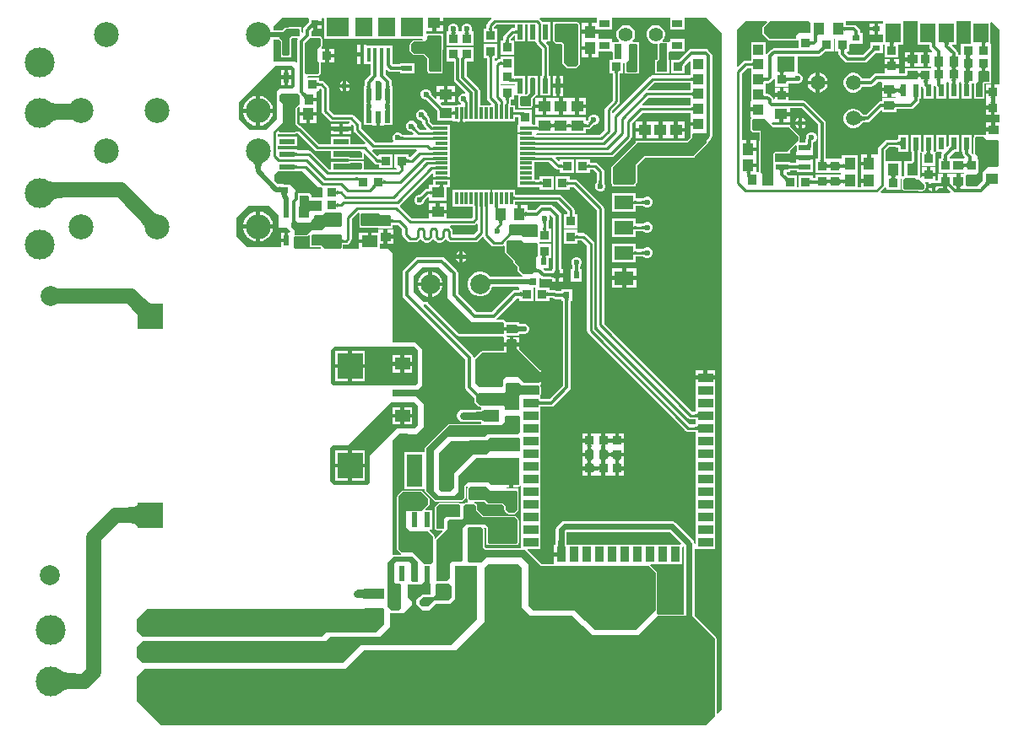
<source format=gtl>
G04*
G04 #@! TF.GenerationSoftware,Altium Limited,Altium Designer,21.7.1 (17)*
G04*
G04 Layer_Physical_Order=1*
G04 Layer_Color=255*
%FSLAX25Y25*%
%MOIN*%
G70*
G04*
G04 #@! TF.SameCoordinates,E541626C-5F42-4904-A579-91A45D143E40*
G04*
G04*
G04 #@! TF.FilePolarity,Positive*
G04*
G01*
G75*
%ADD17C,0.01000*%
%ADD112C,0.05906*%
%ADD116R,0.04134X0.02165*%
%ADD117R,0.15354X0.24410*%
%ADD118R,0.07874X0.17323*%
%ADD119R,0.03543X0.03543*%
%ADD120R,0.03543X0.05906*%
%ADD121R,0.05906X0.03543*%
%ADD122R,0.07520X0.05512*%
%ADD123R,0.04724X0.11811*%
%ADD124R,0.04488X0.04724*%
%ADD125R,0.01575X0.05512*%
%ADD126R,0.07087X0.07480*%
%ADD127R,0.09055X0.07480*%
%ADD128R,0.07874X0.04331*%
%ADD129R,0.10799X0.08500*%
%ADD130R,0.02362X0.04724*%
%ADD131R,0.07087X0.05984*%
%ADD132R,0.03543X0.03799*%
%ADD133R,0.03799X0.03543*%
%ADD134R,0.05118X0.13386*%
%ADD135R,0.03937X0.03150*%
%ADD136R,0.02756X0.05906*%
%ADD137R,0.05906X0.04724*%
%ADD138R,0.05984X0.07480*%
%ADD139R,0.05118X0.04488*%
%ADD140R,0.04488X0.05118*%
%ADD141R,0.03799X0.03937*%
%ADD142R,0.03937X0.03799*%
%ADD143R,0.04724X0.02362*%
%ADD144R,0.03150X0.02362*%
%ADD145R,0.02362X0.03150*%
%ADD146R,0.02165X0.04134*%
%ADD147R,0.06299X0.04921*%
%ADD148R,0.06299X0.04724*%
%ADD149R,0.06299X0.12992*%
%ADD150R,0.02284X0.04646*%
%ADD151R,0.01181X0.04724*%
%ADD152R,0.04724X0.01181*%
%ADD153R,0.01968X0.05906*%
%ADD154R,0.05906X0.01968*%
%ADD155R,0.03937X0.01968*%
%ADD156C,0.01400*%
%ADD157C,0.02400*%
%ADD158C,0.06000*%
%ADD159C,0.01500*%
%ADD160C,0.02000*%
%ADD161C,0.01100*%
%ADD162C,0.01200*%
%ADD163C,0.03000*%
%ADD164C,0.01470*%
%ADD165C,0.01167*%
%ADD166C,0.02300*%
%ADD167R,0.06299X0.15748*%
%ADD168R,0.15748X0.06299*%
%ADD169R,0.07087X0.06299*%
%ADD170C,0.06693*%
%ADD171C,0.11811*%
%ADD172C,0.07874*%
%ADD173R,0.03937X0.03937*%
%ADD174C,0.05512*%
%ADD175C,0.09843*%
%ADD176R,0.09843X0.09843*%
%ADD177C,0.02362*%
G36*
X288400Y277200D02*
Y9800D01*
X287003Y8403D01*
X286541Y8595D01*
Y37800D01*
X286383Y38183D01*
X286383Y38183D01*
X277741Y46824D01*
Y73334D01*
X278234Y73352D01*
X278241Y73352D01*
X285939D01*
Y78352D01*
Y83352D01*
Y88352D01*
Y93352D01*
Y98352D01*
Y103352D01*
Y108352D01*
Y113352D01*
Y118352D01*
Y123352D01*
Y128352D01*
Y133352D01*
Y138252D01*
X286039D01*
Y140274D01*
X278134D01*
Y138252D01*
X278234D01*
Y133352D01*
Y127502D01*
X276989D01*
X242078Y162412D01*
Y207800D01*
X241966Y208366D01*
X241645Y208845D01*
X231645Y218845D01*
X231166Y219166D01*
X230600Y219278D01*
X228500D01*
Y220472D01*
X222901D01*
Y215128D01*
X228500D01*
Y216322D01*
X229988D01*
X239122Y207188D01*
Y161800D01*
X239234Y161234D01*
X239555Y160755D01*
X275331Y124978D01*
X275811Y124658D01*
X276376Y124545D01*
X278234D01*
Y122502D01*
X275989D01*
X238278Y160212D01*
Y193800D01*
X238166Y194366D01*
X237845Y194845D01*
X234946Y197745D01*
X234466Y198065D01*
X233900Y198178D01*
X231672D01*
Y199499D01*
X226328D01*
Y193900D01*
X231672D01*
Y195221D01*
X233288D01*
X235322Y193188D01*
Y159600D01*
X235434Y159034D01*
X235755Y158555D01*
X274331Y119978D01*
X274811Y119658D01*
X275376Y119545D01*
X278234D01*
Y113352D01*
Y108352D01*
Y103352D01*
Y98352D01*
Y93352D01*
Y88352D01*
Y83352D01*
Y78352D01*
Y75448D01*
X277741Y75430D01*
X277578Y76249D01*
X277114Y76944D01*
X270314Y83744D01*
X269619Y84208D01*
X268800Y84371D01*
X226564D01*
X225744Y84208D01*
X225049Y83744D01*
X223644Y82338D01*
X223180Y81644D01*
X223017Y80824D01*
Y75075D01*
X222386D01*
Y71872D01*
X225158D01*
Y70372D01*
X222386D01*
Y67170D01*
X221898Y67141D01*
X217424D01*
X211675Y72890D01*
X211867Y73352D01*
X217042D01*
Y78352D01*
Y83352D01*
Y88352D01*
Y93352D01*
Y98352D01*
Y103352D01*
Y108352D01*
Y113352D01*
Y118352D01*
Y123352D01*
Y129494D01*
X221172D01*
X221757Y129611D01*
X222253Y129942D01*
X228444Y136133D01*
X228775Y136629D01*
X228892Y137214D01*
Y171147D01*
X229443D01*
Y176097D01*
X225281D01*
Y175151D01*
X223484D01*
X223070Y175429D01*
X222484Y175545D01*
X220467D01*
Y176687D01*
X216451D01*
Y180188D01*
X216913Y180380D01*
X216950Y180342D01*
X217480Y179989D01*
X218104Y179865D01*
X221441D01*
Y178921D01*
X222872D01*
Y181496D01*
X223622D01*
Y182246D01*
X225803D01*
Y184071D01*
X225253D01*
Y204978D01*
X225129Y205602D01*
X224776Y206132D01*
X222153Y208753D01*
X221624Y209107D01*
X221000Y209231D01*
X217442D01*
X216818Y209107D01*
X216289Y208753D01*
X214866Y207331D01*
X211884D01*
Y209259D01*
X209390D01*
Y205700D01*
X207890D01*
Y209259D01*
X206903D01*
Y210571D01*
X223610D01*
X227573Y206609D01*
Y205700D01*
X226328D01*
Y200101D01*
X231672D01*
Y205700D01*
X230427D01*
Y207200D01*
X230427Y207200D01*
X230319Y207746D01*
X230009Y208209D01*
X230009Y208209D01*
X225211Y213008D01*
X224748Y213317D01*
X224202Y213426D01*
X224201Y213426D01*
X206903D01*
Y215261D01*
X199129D01*
Y215361D01*
X198289D01*
Y215261D01*
X198016D01*
Y211998D01*
X197061D01*
Y215261D01*
X196789D01*
Y215361D01*
X195948D01*
Y215261D01*
X182269D01*
Y208736D01*
X190155D01*
Y204446D01*
X189788Y204078D01*
X179959D01*
Y205910D01*
X176400D01*
X172841D01*
Y204078D01*
X166012D01*
X161430Y208661D01*
X161544Y209254D01*
X173788Y221497D01*
X174477Y221479D01*
X174491Y221463D01*
Y220622D01*
X174591D01*
Y220350D01*
X177854D01*
X181116D01*
Y220622D01*
X181216D01*
Y221463D01*
X181116D01*
Y224287D01*
Y228224D01*
Y232161D01*
Y236098D01*
Y241048D01*
X174592D01*
X173334Y242305D01*
Y242944D01*
X173222Y243510D01*
X172901Y243990D01*
X172081Y244810D01*
Y245214D01*
X171764Y245979D01*
X171179Y246564D01*
X170414Y246881D01*
X169586D01*
X168821Y246564D01*
X168236Y245979D01*
X167919Y245214D01*
Y244386D01*
X168236Y243621D01*
X168821Y243036D01*
X169586Y242719D01*
X169990D01*
X170377Y242332D01*
Y241693D01*
X170490Y241127D01*
X170810Y240648D01*
X171929Y239529D01*
X171737Y239067D01*
X169423D01*
X168081Y240410D01*
Y240814D01*
X167764Y241579D01*
X167179Y242164D01*
X166414Y242481D01*
X165586D01*
X164821Y242164D01*
X164236Y241579D01*
X163919Y240814D01*
Y239986D01*
X164236Y239221D01*
X164821Y238636D01*
X165586Y238319D01*
X165990D01*
X166748Y237561D01*
X166557Y237099D01*
X162244D01*
X161779Y237564D01*
X161014Y237881D01*
X160186D01*
X159421Y237564D01*
X158836Y236979D01*
X158519Y236214D01*
Y235386D01*
X158836Y234621D01*
X158916Y234540D01*
X158725Y234078D01*
X151612D01*
X146178Y239512D01*
Y241100D01*
X146066Y241666D01*
X145745Y242145D01*
X143245Y244645D01*
X142766Y244966D01*
X142200Y245078D01*
X135412D01*
X133478Y247012D01*
Y255400D01*
X133366Y255966D01*
X133045Y256445D01*
X131497Y257994D01*
X131017Y258314D01*
X130452Y258427D01*
X129513D01*
Y259748D01*
X124766D01*
X124763Y259759D01*
X125114Y260259D01*
X129000D01*
X129000Y260259D01*
X129219Y260350D01*
X129513D01*
Y260547D01*
X129983Y261017D01*
X130141Y261400D01*
X130141Y261400D01*
Y265400D01*
X130238Y265545D01*
X131898D01*
Y268317D01*
X132648D01*
D01*
X131898D01*
Y271088D01*
X130588D01*
X130497Y271550D01*
X130581Y272016D01*
X130583Y272017D01*
X130741Y272400D01*
X130741Y272400D01*
Y275000D01*
X130741Y275000D01*
X130583Y275383D01*
X130583Y275383D01*
X130497Y275468D01*
Y275713D01*
X130253D01*
X130183Y275783D01*
X129800Y275941D01*
X129800Y275941D01*
X126772D01*
X126475Y276304D01*
Y277651D01*
X127272Y278448D01*
Y279673D01*
X127261Y279665D01*
X127014Y279468D01*
X126459Y278953D01*
X125469Y279943D01*
X125747Y280230D01*
X126182Y280745D01*
X126340Y280972D01*
X126459Y281180D01*
X126538Y281368D01*
X126578Y281537D01*
Y281685D01*
X126538Y281814D01*
X126459Y281923D01*
X127272Y281110D01*
Y281112D01*
X128022D01*
Y281862D01*
X130597D01*
Y283048D01*
X131097Y283281D01*
X131429Y283102D01*
Y274897D01*
X142284D01*
Y274897D01*
X142650D01*
Y274897D01*
X151536D01*
Y274897D01*
X151705D01*
Y274897D01*
X160591D01*
Y274897D01*
X160957D01*
Y274897D01*
X170337D01*
X170604Y274397D01*
X170567Y274341D01*
X167000D01*
X166617Y274183D01*
X166617Y274183D01*
X165417Y272983D01*
X165417Y272983D01*
X165259Y272600D01*
X165259Y272600D01*
Y270400D01*
X165417Y270017D01*
X165417Y270017D01*
X166817Y268617D01*
X167200Y268459D01*
X167200Y268459D01*
X170957D01*
X172259Y266994D01*
Y262400D01*
X172259Y262400D01*
X172417Y262017D01*
X172417Y262017D01*
X172433Y262002D01*
Y261417D01*
X173017D01*
X173017Y261417D01*
X173400Y261259D01*
X173400Y261259D01*
X177400D01*
X177400Y261259D01*
X177783Y261417D01*
Y261417D01*
X178367D01*
Y265383D01*
X178341D01*
Y270516D01*
X178459D01*
Y276804D01*
X171812D01*
Y277896D01*
X174250D01*
Y281140D01*
X175000D01*
Y281890D01*
X178559D01*
Y283400D01*
X197502D01*
X197709Y282900D01*
X196155Y281345D01*
X195834Y280866D01*
X195722Y280300D01*
Y279100D01*
X194528D01*
Y273501D01*
X199872D01*
Y279100D01*
X198678D01*
Y279688D01*
X199545Y280554D01*
X207016D01*
Y279108D01*
X205830D01*
X205264Y278996D01*
X204784Y278675D01*
X202755Y276645D01*
X202434Y276166D01*
X202322Y275600D01*
Y274300D01*
X201128D01*
Y268701D01*
X206472D01*
Y274300D01*
X205278D01*
Y274988D01*
X206442Y276151D01*
X207016D01*
Y273777D01*
X210784D01*
Y280554D01*
X212016D01*
Y273777D01*
X215047D01*
X215100Y273511D01*
X215420Y273031D01*
X217422Y271030D01*
Y260223D01*
X217016D01*
Y252517D01*
X220784D01*
Y260223D01*
X220378D01*
Y271642D01*
X220266Y272208D01*
X219945Y272688D01*
X219318Y273315D01*
X219509Y273777D01*
X220784D01*
Y281483D01*
X217858D01*
X217832Y281617D01*
X217511Y282097D01*
X216708Y282900D01*
X216915Y283400D01*
X239324D01*
Y281258D01*
X237330D01*
Y278449D01*
X239824D01*
Y278568D01*
X245061D01*
Y283400D01*
X268064D01*
Y278568D01*
X273801D01*
Y283400D01*
X282200D01*
X288400Y277200D01*
D02*
G37*
G36*
X197756Y279077D02*
X197772Y278888D01*
X197800Y278721D01*
X197838Y278576D01*
X197888Y278454D01*
X197948Y278354D01*
X198020Y278276D01*
X198102Y278221D01*
X198196Y278187D01*
X198300Y278176D01*
X196100D01*
X196204Y278187D01*
X196298Y278221D01*
X196380Y278276D01*
X196452Y278354D01*
X196512Y278454D01*
X196562Y278576D01*
X196600Y278721D01*
X196628Y278888D01*
X196644Y279077D01*
X196650Y279288D01*
X197750D01*
X197756Y279077D01*
D02*
G37*
G36*
X336772Y279959D02*
X336809Y279857D01*
X336869Y279767D01*
X336954Y279689D01*
X337063Y279623D01*
X337197Y279569D01*
X337354Y279527D01*
X337536Y279497D01*
X337742Y279479D01*
X337972Y279473D01*
Y278273D01*
X337742Y278267D01*
X337536Y278249D01*
X337354Y278219D01*
X337197Y278177D01*
X337063Y278123D01*
X336954Y278057D01*
X336869Y277979D01*
X336809Y277889D01*
X336772Y277787D01*
X336760Y277673D01*
Y280073D01*
X336772Y279959D01*
D02*
G37*
G36*
X125447Y282900D02*
Y281238D01*
X123690Y279481D01*
X123337Y278951D01*
X123212Y278327D01*
Y277340D01*
X123123Y277280D01*
X122623Y277548D01*
Y279453D01*
X117673D01*
Y279341D01*
X116400D01*
X116017Y279183D01*
X116017Y279183D01*
X115228Y278394D01*
X111600D01*
Y280000D01*
X115000Y283400D01*
X124992D01*
X125447Y282900D01*
D02*
G37*
G36*
X207940Y276530D02*
X207929Y276634D01*
X207895Y276728D01*
X207840Y276810D01*
X207762Y276882D01*
X207662Y276942D01*
X207539Y276992D01*
X207395Y277030D01*
X207228Y277058D01*
X207039Y277074D01*
X206828Y277080D01*
Y278180D01*
X207039Y278185D01*
X207228Y278202D01*
X207395Y278229D01*
X207539Y278268D01*
X207662Y278317D01*
X207762Y278378D01*
X207840Y278449D01*
X207895Y278532D01*
X207929Y278625D01*
X207940Y278730D01*
Y276530D01*
D02*
G37*
G36*
X342332Y277271D02*
X342350Y277065D01*
X342380Y276884D01*
X342422Y276726D01*
X342476Y276593D01*
X342542Y276483D01*
X342620Y276399D01*
X342710Y276338D01*
X342812Y276302D01*
X342926Y276290D01*
X340526D01*
X340640Y276302D01*
X340742Y276338D01*
X340832Y276399D01*
X340910Y276483D01*
X340976Y276593D01*
X341030Y276726D01*
X341072Y276884D01*
X341102Y277065D01*
X341120Y277271D01*
X341126Y277502D01*
X342326D01*
X342332Y277271D01*
D02*
G37*
G36*
X326528Y276449D02*
X326426Y276412D01*
X326336Y276351D01*
X326258Y276266D01*
X326192Y276157D01*
X326138Y276024D01*
X326096Y275866D01*
X326066Y275685D01*
X326048Y275479D01*
X326042Y275250D01*
X324842D01*
X324828Y276450D01*
X326642Y276462D01*
X326528Y276449D01*
D02*
G37*
G36*
X323400Y281400D02*
Y277400D01*
X323200Y277200D01*
X319000D01*
X318000Y276200D01*
Y275400D01*
X317400Y274800D01*
X307400D01*
X305200Y277000D01*
Y279400D01*
X307600Y281800D01*
X323000D01*
X323400Y281400D01*
D02*
G37*
G36*
X204356Y274277D02*
X204372Y274088D01*
X204399Y273921D01*
X204438Y273776D01*
X204487Y273654D01*
X204548Y273554D01*
X204620Y273476D01*
X204702Y273421D01*
X204796Y273387D01*
X204900Y273376D01*
X202700D01*
X202804Y273387D01*
X202898Y273421D01*
X202980Y273476D01*
X203052Y273554D01*
X203113Y273654D01*
X203162Y273776D01*
X203201Y273921D01*
X203228Y274088D01*
X203244Y274277D01*
X203250Y274488D01*
X204350D01*
X204356Y274277D01*
D02*
G37*
G36*
X372712Y273570D02*
X372712Y273558D01*
X372709Y273138D01*
X372709Y272370D01*
X371509D01*
X371503Y272599D01*
X371485Y272805D01*
X371455Y272986D01*
X371413Y273144D01*
X371359Y273277D01*
X371293Y273386D01*
X371215Y273471D01*
X371125Y273532D01*
X371023Y273569D01*
X370909Y273582D01*
X372712Y273570D01*
D02*
G37*
G36*
X356789Y273570D02*
X356687Y273533D01*
X356597Y273473D01*
X356519Y273388D01*
X356453Y273279D01*
X356399Y273145D01*
X356357Y272988D01*
X356343Y272908D01*
X356357Y272828D01*
X356399Y272671D01*
X356453Y272537D01*
X356519Y272428D01*
X356597Y272344D01*
X356687Y272283D01*
X356789Y272247D01*
X356903Y272235D01*
X354503D01*
X354617Y272247D01*
X354719Y272283D01*
X354809Y272344D01*
X354887Y272428D01*
X354953Y272537D01*
X355007Y272671D01*
X355049Y272828D01*
X355062Y272908D01*
X355049Y272988D01*
X355007Y273145D01*
X354953Y273279D01*
X354887Y273388D01*
X354809Y273473D01*
X354719Y273533D01*
X354617Y273570D01*
X354503Y273582D01*
X356903D01*
X356789Y273570D01*
D02*
G37*
G36*
X378584Y273568D02*
X378465Y273525D01*
X378360Y273455D01*
X378269Y273356D01*
X378192Y273229D01*
X378129Y273073D01*
X378080Y272890D01*
X378045Y272678D01*
X378024Y272438D01*
X378017Y272170D01*
X376617D01*
X376610Y272438D01*
X376589Y272678D01*
X376554Y272890D01*
X376505Y273073D01*
X376442Y273229D01*
X376365Y273356D01*
X376274Y273455D01*
X376169Y273525D01*
X376050Y273568D01*
X375917Y273582D01*
X378717D01*
X378584Y273568D01*
D02*
G37*
G36*
X393058Y273570D02*
X392956Y273533D01*
X392866Y273473D01*
X392788Y273388D01*
X392722Y273279D01*
X392668Y273145D01*
X392626Y272988D01*
X392607Y272869D01*
X392626Y272750D01*
X392668Y272592D01*
X392722Y272459D01*
X392788Y272350D01*
X392866Y272265D01*
X392956Y272204D01*
X393058Y272168D01*
X393172Y272156D01*
X390772D01*
X390886Y272168D01*
X390988Y272204D01*
X391078Y272265D01*
X391156Y272350D01*
X391222Y272459D01*
X391276Y272592D01*
X391318Y272750D01*
X391338Y272869D01*
X391318Y272988D01*
X391276Y273145D01*
X391222Y273279D01*
X391156Y273388D01*
X391078Y273473D01*
X390988Y273533D01*
X390886Y273570D01*
X390772Y273582D01*
X393172D01*
X393058Y273570D01*
D02*
G37*
G36*
X323210Y274299D02*
X323247Y274197D01*
X323307Y274107D01*
X323392Y274029D01*
X323501Y273963D01*
X323635Y273909D01*
X323792Y273867D01*
X323974Y273837D01*
X324180Y273819D01*
X324410Y273813D01*
Y272613D01*
X324180Y272607D01*
X323974Y272589D01*
X323792Y272559D01*
X323635Y272517D01*
X323501Y272463D01*
X323392Y272397D01*
X323307Y272319D01*
X323247Y272229D01*
X323210Y272127D01*
X323198Y272013D01*
Y274413D01*
X323210Y274299D01*
D02*
G37*
G36*
X329774Y270814D02*
X329680Y270882D01*
X329570Y270916D01*
X329443D01*
X329299Y270882D01*
X329137Y270814D01*
X328959Y270712D01*
X328764Y270576D01*
X328552Y270407D01*
X328077Y269965D01*
X327228Y270814D01*
X327466Y271060D01*
X327839Y271501D01*
X327975Y271696D01*
X328077Y271874D01*
X328145Y272036D01*
X328179Y272180D01*
Y272307D01*
X328145Y272417D01*
X328077Y272511D01*
X329774Y270814D01*
D02*
G37*
G36*
X349734Y270223D02*
X349641Y270291D01*
X349531Y270325D01*
X349404D01*
X349259Y270291D01*
X349098Y270223D01*
X348920Y270121D01*
X348725Y269986D01*
X348513Y269816D01*
X348037Y269375D01*
X347189Y270223D01*
X347427Y270469D01*
X347800Y270911D01*
X347936Y271106D01*
X348037Y271284D01*
X348105Y271445D01*
X348139Y271589D01*
Y271717D01*
X348105Y271827D01*
X348037Y271920D01*
X349734Y270223D01*
D02*
G37*
G36*
X337251Y270814D02*
X337149Y270777D01*
X337059Y270717D01*
X336981Y270632D01*
X336915Y270523D01*
X336861Y270390D01*
X336819Y270232D01*
X336789Y270050D01*
X336771Y269844D01*
X336765Y269614D01*
X335565D01*
X335559Y269844D01*
X335541Y270050D01*
X335511Y270232D01*
X335469Y270390D01*
X335415Y270523D01*
X335349Y270632D01*
X335271Y270717D01*
X335181Y270777D01*
X335079Y270814D01*
X334965Y270826D01*
X337365D01*
X337251Y270814D01*
D02*
G37*
G36*
X306573Y281538D02*
X304817Y279783D01*
X304659Y279400D01*
X304659Y279400D01*
Y277000D01*
X304817Y276617D01*
X304817Y276617D01*
X307017Y274417D01*
X307400Y274259D01*
X307400Y274259D01*
X317400D01*
X317400Y274259D01*
X317783Y274417D01*
X317783Y274417D01*
X317795Y274429D01*
X318414D01*
X318779Y274104D01*
Y271129D01*
X309200D01*
X308615Y271013D01*
X308119Y270681D01*
X306637Y269200D01*
X306368Y268798D01*
X305894Y268871D01*
X305869Y268881D01*
Y273574D01*
X300132D01*
Y268168D01*
X300132Y267837D01*
X300132Y267337D01*
Y266278D01*
X297800D01*
X297234Y266166D01*
X296755Y265845D01*
X294862Y263953D01*
X294400Y264144D01*
Y278600D01*
X297800Y282000D01*
X306381D01*
X306573Y281538D01*
D02*
G37*
G36*
X386889Y281938D02*
X386889Y281500D01*
Y273080D01*
X382972D01*
Y268759D01*
X381822D01*
Y269184D01*
X381698Y269808D01*
X381344Y270337D01*
X379486Y272196D01*
X379677Y272658D01*
X381209D01*
Y281500D01*
X381209Y281938D01*
X381683Y282000D01*
X386415D01*
X386889Y281938D01*
D02*
G37*
G36*
X352376D02*
X352376Y281471D01*
X352175Y281054D01*
X351876Y281054D01*
X350350D01*
Y278873D01*
Y276692D01*
X351876D01*
X352175Y276692D01*
X352376Y276275D01*
Y273849D01*
X352075Y273474D01*
X351876Y273473D01*
X347125D01*
Y271474D01*
X344181Y268529D01*
X338833D01*
X337961Y269402D01*
X338168Y269902D01*
X338965D01*
Y272670D01*
X339251Y273051D01*
X339465Y273051D01*
X344201D01*
Y277214D01*
X343256D01*
Y277874D01*
X343139Y278459D01*
X342808Y278955D01*
X341809Y279954D01*
X341313Y280286D01*
X340727Y280402D01*
X337684D01*
Y282000D01*
X351901D01*
X352376Y281938D01*
D02*
G37*
G36*
X122000Y278400D02*
Y276400D01*
X121600Y276000D01*
X118600D01*
X118000Y275200D01*
Y268800D01*
X117400Y268200D01*
X115600D01*
X115000Y268800D01*
Y270200D01*
Y273983D01*
X113800Y275400D01*
X115000Y277400D01*
X116400Y278800D01*
X121600Y278800D01*
X122000Y278400D01*
D02*
G37*
G36*
X380897Y268927D02*
X380916Y268698D01*
X380948Y268496D01*
X380993Y268320D01*
X381050Y268172D01*
X381120Y268050D01*
X381203Y267956D01*
X381299Y267888D01*
X381407Y267848D01*
X381528Y267834D01*
X378854D01*
X378975Y267848D01*
X379083Y267888D01*
X379179Y267956D01*
X379261Y268050D01*
X379331Y268172D01*
X379389Y268320D01*
X379433Y268496D01*
X379465Y268698D01*
X379484Y268927D01*
X379491Y269184D01*
X380891D01*
X380897Y268927D01*
D02*
G37*
G36*
X374754Y268816D02*
X374772Y268610D01*
X374802Y268428D01*
X374844Y268271D01*
X374898Y268138D01*
X374964Y268028D01*
X375042Y267944D01*
X375132Y267883D01*
X375234Y267847D01*
X375348Y267834D01*
X372948D01*
X373062Y267847D01*
X373164Y267883D01*
X373254Y267944D01*
X373332Y268028D01*
X373398Y268138D01*
X373452Y268271D01*
X373494Y268428D01*
X373524Y268610D01*
X373542Y268816D01*
X373548Y269046D01*
X374748D01*
X374754Y268816D01*
D02*
G37*
G36*
X121144Y274791D02*
X121033Y274624D01*
X120909Y274000D01*
Y265650D01*
X120447Y265458D01*
X120105Y265800D01*
X111600D01*
Y274519D01*
X113837D01*
X114459Y273785D01*
Y268800D01*
X114517Y268659D01*
Y267745D01*
X115392D01*
X115600Y267659D01*
X115600Y267659D01*
X117400D01*
X117400Y267659D01*
X117608Y267745D01*
X118483D01*
Y268659D01*
X118541Y268800D01*
X118541Y268800D01*
Y275020D01*
X118744Y275290D01*
X120877D01*
X121144Y274791D01*
D02*
G37*
G36*
X365840Y281938D02*
X365840Y281500D01*
Y272658D01*
X370579D01*
Y271891D01*
X370696Y271306D01*
X371027Y270810D01*
X371638Y270200D01*
X371430Y269700D01*
X369750D01*
Y266800D01*
Y263900D01*
X371348D01*
Y263399D01*
X360931D01*
Y261231D01*
X358963D01*
X358474Y261259D01*
X358474Y261731D01*
Y263408D01*
X352931D01*
X352931Y261259D01*
X352442Y261231D01*
X349600D01*
X348976Y261107D01*
X348446Y260753D01*
X346937Y259244D01*
X344052D01*
X343628Y259979D01*
X342911Y260696D01*
X342032Y261203D01*
X341052Y261466D01*
X340038D01*
X339058Y261203D01*
X338179Y260696D01*
X337462Y259979D01*
X336955Y259100D01*
X336692Y258120D01*
Y257106D01*
X336955Y256126D01*
X337462Y255247D01*
X338179Y254530D01*
X339058Y254023D01*
X340038Y253760D01*
X341052D01*
X342032Y254023D01*
X342911Y254530D01*
X343628Y255247D01*
X344052Y255981D01*
X347613D01*
X348237Y256106D01*
X348766Y256459D01*
X350276Y257969D01*
X351338D01*
X351750Y257756D01*
Y255607D01*
X354718D01*
Y254857D01*
X355468D01*
Y251957D01*
X357329D01*
X357394Y251761D01*
X357121Y251456D01*
X351850D01*
Y250185D01*
X351250D01*
X350665Y250069D01*
X350168Y249738D01*
X345431Y245001D01*
X344111D01*
X343628Y245837D01*
X342911Y246554D01*
X342032Y247061D01*
X341052Y247324D01*
X340038D01*
X339058Y247061D01*
X338179Y246554D01*
X337462Y245837D01*
X336955Y244958D01*
X336692Y243978D01*
Y242964D01*
X336955Y241984D01*
X337462Y241105D01*
X338179Y240388D01*
X339058Y239881D01*
X340038Y239618D01*
X341052D01*
X342032Y239881D01*
X342911Y240388D01*
X343628Y241105D01*
X344111Y241942D01*
X346065D01*
X346650Y242058D01*
X347146Y242390D01*
X351388Y246631D01*
X351850Y246440D01*
Y245856D01*
X357587D01*
Y247127D01*
X363167D01*
X363752Y247243D01*
X364249Y247575D01*
X366272Y249598D01*
X366604Y250095D01*
X366720Y250680D01*
Y251280D01*
X367232D01*
Y255799D01*
X367733Y255951D01*
X367966Y255602D01*
X368149Y255418D01*
Y251280D01*
X372233D01*
Y256104D01*
X372732Y256153D01*
X372735Y256141D01*
X373066Y255645D01*
X373149Y255562D01*
Y251280D01*
X377233D01*
Y257725D01*
X377233D01*
X377226Y257734D01*
X377415Y257932D01*
X377998Y257912D01*
X378149Y257725D01*
Y251280D01*
X382232D01*
Y257725D01*
X382535Y258100D01*
X383021D01*
Y257303D01*
X383149D01*
Y251280D01*
X387232D01*
Y257303D01*
X388149D01*
Y251280D01*
X392232D01*
Y257303D01*
X394821D01*
Y262618D01*
Y267962D01*
X394772D01*
Y273080D01*
X394673D01*
Y281419D01*
X395174Y281627D01*
X398200Y278600D01*
Y256800D01*
X396350D01*
Y253900D01*
X395600D01*
Y253150D01*
X392828D01*
Y251001D01*
X392828D01*
Y250599D01*
X392828D01*
Y248450D01*
X395600D01*
Y247700D01*
X396350D01*
Y244800D01*
X398200D01*
Y242000D01*
X396550D01*
Y239100D01*
X395800D01*
Y238350D01*
X392831D01*
Y236841D01*
X392731Y236783D01*
X392232Y236781D01*
Y236781D01*
X388149D01*
Y236218D01*
X388059Y236000D01*
X388059Y236000D01*
Y232400D01*
X388059Y229509D01*
X387607Y229294D01*
X387481Y229481D01*
X387128Y229835D01*
X387232Y230335D01*
X387232D01*
Y236781D01*
X383149D01*
Y230335D01*
X383661D01*
Y229609D01*
X383778Y229024D01*
X384109Y228528D01*
X384437Y228200D01*
X384230Y227700D01*
X378431D01*
Y228324D01*
X380442Y230335D01*
X382232D01*
Y236781D01*
X378149D01*
Y232656D01*
X377695Y232202D01*
X377233Y232393D01*
Y236781D01*
X373149D01*
Y230685D01*
X372883Y230316D01*
X372720Y230304D01*
X372233Y230388D01*
Y236781D01*
X368149D01*
Y230388D01*
X367662Y230304D01*
X367517Y230314D01*
X367232Y230678D01*
Y236781D01*
X363149D01*
Y230335D01*
X363559D01*
Y226662D01*
X360596D01*
Y220864D01*
X360243Y220510D01*
X359694Y220510D01*
X359404Y220890D01*
Y226662D01*
X353224D01*
Y230734D01*
X354612Y232122D01*
X357336D01*
X357549Y232079D01*
X358149D01*
Y230335D01*
X362232D01*
Y236781D01*
X358149D01*
Y235244D01*
X357649Y235050D01*
X357507Y235078D01*
X354000D01*
X353434Y234966D01*
X352955Y234645D01*
X350701Y232392D01*
X350380Y231912D01*
X350268Y231346D01*
Y229473D01*
X349892Y229174D01*
X347397D01*
Y225615D01*
X346648D01*
Y224865D01*
X343403D01*
Y222056D01*
Y219583D01*
X346648D01*
Y218083D01*
X343403D01*
Y216303D01*
X342311D01*
Y222156D01*
Y229074D01*
X336023D01*
Y227955D01*
X335940Y227489D01*
X329648D01*
Y241682D01*
X329531Y242267D01*
X329200Y242763D01*
X321881Y250081D01*
X321385Y250413D01*
X320800Y250529D01*
X314972D01*
Y251950D01*
X309428D01*
Y251109D01*
X308928Y251060D01*
X308840Y251503D01*
X308509Y251999D01*
X307806Y252702D01*
X307310Y253033D01*
X306724Y253150D01*
X305869D01*
Y255857D01*
X305869D01*
Y256026D01*
X305869D01*
Y257365D01*
X306894D01*
X307480Y257482D01*
X307976Y257813D01*
X308800Y258637D01*
X309028Y258979D01*
X309528Y258827D01*
Y256101D01*
X314872D01*
Y257371D01*
X317377D01*
X317986Y257119D01*
X318814D01*
X319579Y257436D01*
X320164Y258021D01*
X320481Y258786D01*
Y259614D01*
X320164Y260379D01*
X319579Y260964D01*
X318814Y261281D01*
X318414D01*
Y268071D01*
X326863D01*
X327448Y268187D01*
X327944Y268519D01*
X329328Y269902D01*
X332764D01*
Y274892D01*
X333065Y275068D01*
X333366Y274892D01*
Y269902D01*
X334636D01*
Y269035D01*
X334752Y268449D01*
X335084Y267953D01*
X337119Y265919D01*
X337615Y265587D01*
X338200Y265471D01*
X344814D01*
X345399Y265587D01*
X345896Y265919D01*
X349288Y269311D01*
X352075D01*
Y272282D01*
X352376Y272658D01*
X352531Y272658D01*
X353031Y272551D01*
Y267559D01*
X358374D01*
Y272658D01*
X360160D01*
Y281500D01*
X360160Y281938D01*
X360634Y282000D01*
X365366D01*
X365840Y281938D01*
D02*
G37*
G36*
X387038Y268646D02*
X386919Y268604D01*
X386814Y268533D01*
X386723Y268435D01*
X386647Y268307D01*
X386583Y268152D01*
X386535Y267969D01*
X386515Y267849D01*
X386535Y267729D01*
X386583Y267546D01*
X386647Y267391D01*
X386723Y267264D01*
X386814Y267165D01*
X386919Y267094D01*
X387038Y267052D01*
X387172Y267038D01*
X384371D01*
X384505Y267052D01*
X384624Y267094D01*
X384729Y267165D01*
X384820Y267264D01*
X384896Y267391D01*
X384960Y267546D01*
X385009Y267729D01*
X385028Y267849D01*
X385009Y267969D01*
X384960Y268152D01*
X384896Y268307D01*
X384820Y268435D01*
X384729Y268533D01*
X384624Y268604D01*
X384505Y268646D01*
X384371Y268660D01*
X387172D01*
X387038Y268646D01*
D02*
G37*
G36*
X301056Y263700D02*
X301044Y263805D01*
X301011Y263898D01*
X300955Y263981D01*
X300878Y264052D01*
X300778Y264112D01*
X300655Y264162D01*
X300511Y264200D01*
X300344Y264228D01*
X300155Y264245D01*
X299943Y264250D01*
Y265350D01*
X300155Y265355D01*
X300344Y265372D01*
X300511Y265400D01*
X300655Y265438D01*
X300778Y265488D01*
X300878Y265548D01*
X300955Y265619D01*
X301011Y265702D01*
X301044Y265795D01*
X301056Y265900D01*
Y263700D01*
D02*
G37*
G36*
X381458Y263931D02*
X381339Y263889D01*
X381234Y263818D01*
X381143Y263720D01*
X381066Y263593D01*
X381003Y263437D01*
X380954Y263254D01*
X380950Y263232D01*
X380954Y263211D01*
X381003Y263028D01*
X381066Y262873D01*
X381143Y262745D01*
X381234Y262647D01*
X381339Y262576D01*
X381458Y262534D01*
X381591Y262520D01*
X378791D01*
X378924Y262534D01*
X379043Y262576D01*
X379148Y262647D01*
X379239Y262745D01*
X379316Y262873D01*
X379379Y263028D01*
X379428Y263211D01*
X379431Y263232D01*
X379428Y263254D01*
X379379Y263437D01*
X379316Y263593D01*
X379239Y263720D01*
X379148Y263818D01*
X379043Y263889D01*
X378924Y263931D01*
X378791Y263946D01*
X381591D01*
X381458Y263931D01*
D02*
G37*
G36*
X375234Y263933D02*
X375132Y263897D01*
X375042Y263836D01*
X374964Y263752D01*
X374898Y263643D01*
X374844Y263509D01*
X374802Y263352D01*
X374782Y263232D01*
X374802Y263113D01*
X374844Y262956D01*
X374898Y262823D01*
X374964Y262714D01*
X375042Y262629D01*
X375132Y262568D01*
X375234Y262532D01*
X375348Y262520D01*
X372948D01*
X373062Y262532D01*
X373164Y262568D01*
X373254Y262629D01*
X373332Y262714D01*
X373398Y262823D01*
X373452Y262956D01*
X373494Y263113D01*
X373514Y263232D01*
X373494Y263352D01*
X373452Y263509D01*
X373398Y263643D01*
X373332Y263752D01*
X373254Y263836D01*
X373164Y263897D01*
X373062Y263933D01*
X372948Y263946D01*
X375348D01*
X375234Y263933D01*
D02*
G37*
G36*
X387038Y263528D02*
X386919Y263486D01*
X386814Y263415D01*
X386723Y263316D01*
X386647Y263189D01*
X386583Y263034D01*
X386535Y262850D01*
X386531Y262829D01*
X386535Y262808D01*
X386583Y262625D01*
X386647Y262469D01*
X386723Y262342D01*
X386814Y262243D01*
X386919Y262173D01*
X387038Y262130D01*
X387172Y262116D01*
X384371D01*
X384505Y262130D01*
X384624Y262173D01*
X384729Y262243D01*
X384820Y262342D01*
X384896Y262469D01*
X384960Y262625D01*
X385009Y262808D01*
X385012Y262829D01*
X385009Y262850D01*
X384960Y263034D01*
X384896Y263189D01*
X384820Y263316D01*
X384729Y263415D01*
X384624Y263486D01*
X384505Y263528D01*
X384371Y263542D01*
X387172D01*
X387038Y263528D01*
D02*
G37*
G36*
X177800Y275800D02*
Y266600D01*
Y262200D01*
X177400Y261800D01*
X173400D01*
X172800Y262400D01*
Y264500D01*
Y267200D01*
X171200Y269000D01*
X167200D01*
X165800Y270400D01*
Y272600D01*
X167000Y273800D01*
X171200D01*
X172200Y274800D01*
Y275800D01*
X172600Y276200D01*
X177400D01*
X177800Y275800D01*
D02*
G37*
G36*
X367252Y259199D02*
X367238Y259332D01*
X367196Y259451D01*
X367125Y259556D01*
X367026Y259647D01*
X366899Y259724D01*
X366744Y259787D01*
X366561Y259836D01*
X366498Y259846D01*
X366436Y259836D01*
X366253Y259787D01*
X366097Y259724D01*
X365970Y259647D01*
X365872Y259556D01*
X365801Y259451D01*
X365759Y259332D01*
X365744Y259199D01*
Y261999D01*
X365759Y261866D01*
X365801Y261747D01*
X365872Y261642D01*
X365970Y261551D01*
X366097Y261474D01*
X366253Y261411D01*
X366436Y261362D01*
X366498Y261352D01*
X366561Y261362D01*
X366744Y261411D01*
X366899Y261474D01*
X367026Y261551D01*
X367125Y261642D01*
X367196Y261747D01*
X367238Y261866D01*
X367252Y261999D01*
Y259199D01*
D02*
G37*
G36*
X130200Y275000D02*
Y272400D01*
X128800Y271000D01*
Y266200D01*
X129600Y265400D01*
Y261400D01*
X129000Y260800D01*
X124600D01*
X124000Y261400D01*
Y273400D01*
X126000Y275400D01*
X129800D01*
X130200Y275000D01*
D02*
G37*
G36*
X312803Y261889D02*
X313400D01*
X313286Y261877D01*
X313184Y261840D01*
X313094Y261780D01*
X313016Y261695D01*
X312950Y261586D01*
X312896Y261453D01*
X312864Y261332D01*
X312896Y261212D01*
X312950Y261079D01*
X313016Y260970D01*
X313094Y260885D01*
X313184Y260824D01*
X313286Y260788D01*
X313400Y260776D01*
X312803D01*
X312800Y260677D01*
X311600D01*
X311597Y260776D01*
X311000D01*
X311114Y260788D01*
X311216Y260824D01*
X311306Y260885D01*
X311384Y260970D01*
X311450Y261079D01*
X311504Y261212D01*
X311536Y261332D01*
X311504Y261453D01*
X311450Y261586D01*
X311384Y261695D01*
X311306Y261780D01*
X311216Y261840D01*
X311114Y261877D01*
X311000Y261889D01*
X311597D01*
X311600Y261988D01*
X312800D01*
X312803Y261889D01*
D02*
G37*
G36*
X219454Y260202D02*
X219488Y259850D01*
X219518Y259707D01*
X219556Y259586D01*
X219602Y259487D01*
X219657Y259410D01*
X219720Y259355D01*
X219792Y259322D01*
X219872Y259311D01*
X217928D01*
X218008Y259322D01*
X218080Y259355D01*
X218143Y259410D01*
X218198Y259487D01*
X218244Y259586D01*
X218282Y259707D01*
X218312Y259850D01*
X218333Y260015D01*
X218346Y260202D01*
X218350Y260411D01*
X219450D01*
X219454Y260202D01*
D02*
G37*
G36*
X361843Y258712D02*
X361829Y258747D01*
X361788Y258779D01*
X361718Y258808D01*
X361619Y258832D01*
X361493Y258853D01*
X361339Y258870D01*
X360710Y258898D01*
X360443Y258900D01*
Y260300D01*
X360711Y260307D01*
X360951Y260328D01*
X361162Y260363D01*
X361345Y260412D01*
X361501Y260475D01*
X361628Y260552D01*
X361727Y260643D01*
X361798Y260748D01*
X361841Y260867D01*
X361856Y261000D01*
X361843Y258712D01*
D02*
G37*
G36*
X317794Y258186D02*
X317746Y258208D01*
X317679Y258227D01*
X317593Y258244D01*
X317488Y258259D01*
X317220Y258282D01*
X316674Y258299D01*
X316454Y258300D01*
X316077Y259500D01*
X316294Y259503D01*
X316829Y259546D01*
X316968Y259572D01*
X317089Y259603D01*
X317189Y259640D01*
X317270Y259683D01*
X317332Y259732D01*
X317374Y259786D01*
X317794Y258186D01*
D02*
G37*
G36*
X313960Y259986D02*
X313996Y259884D01*
X314057Y259794D01*
X314142Y259716D01*
X314251Y259650D01*
X314384Y259596D01*
X314542Y259554D01*
X314723Y259524D01*
X314929Y259506D01*
X315160Y259500D01*
Y258300D01*
X314929Y258294D01*
X314723Y258276D01*
X314542Y258246D01*
X314384Y258204D01*
X314251Y258150D01*
X314142Y258084D01*
X314057Y258006D01*
X313996Y257916D01*
X313960Y257814D01*
X313948Y257700D01*
Y260100D01*
X313960Y259986D01*
D02*
G37*
G36*
X304957Y259981D02*
X304993Y259878D01*
X305054Y259788D01*
X305138Y259711D01*
X305247Y259645D01*
X305381Y259591D01*
X305538Y259548D01*
X305720Y259519D01*
X305926Y259501D01*
X306156Y259494D01*
Y258295D01*
X305926Y258289D01*
X305720Y258271D01*
X305538Y258241D01*
X305381Y258198D01*
X305247Y258144D01*
X305138Y258079D01*
X305054Y258000D01*
X304993Y257910D01*
X304957Y257808D01*
X304944Y257695D01*
Y260094D01*
X304957Y259981D01*
D02*
G37*
G36*
X386458Y258213D02*
X386339Y258170D01*
X386234Y258099D01*
X386143Y258000D01*
X386066Y257873D01*
X386003Y257717D01*
X385954Y257534D01*
X385939Y257443D01*
X385960Y257317D01*
X385998Y257163D01*
X386046Y257037D01*
X386101Y256939D01*
X386166Y256869D01*
X386239Y256827D01*
X386320Y256813D01*
X384061D01*
X384143Y256827D01*
X384216Y256869D01*
X384280Y256939D01*
X384336Y257037D01*
X384383Y257163D01*
X384422Y257317D01*
X384447Y257467D01*
X384441Y257529D01*
X384402Y257711D01*
X384351Y257865D01*
X384290Y257991D01*
X384218Y258089D01*
X384134Y258159D01*
X384039Y258201D01*
X383933Y258215D01*
X386591Y258227D01*
X386458Y258213D01*
D02*
G37*
G36*
X381458Y259010D02*
X381339Y258968D01*
X381234Y258897D01*
X381143Y258798D01*
X381066Y258671D01*
X381003Y258516D01*
X380954Y258332D01*
X380919Y258121D01*
X380899Y257895D01*
X380929Y257499D01*
X380960Y257317D01*
X380998Y257163D01*
X381046Y257037D01*
X381101Y256939D01*
X381166Y256869D01*
X381239Y256827D01*
X381321Y256813D01*
X379061D01*
X379143Y256827D01*
X379216Y256869D01*
X379280Y256939D01*
X379336Y257037D01*
X379383Y257163D01*
X379422Y257317D01*
X379452Y257499D01*
X379474Y257709D01*
X379481Y257916D01*
X379463Y258121D01*
X379428Y258332D01*
X379379Y258516D01*
X379316Y258671D01*
X379239Y258798D01*
X379148Y258897D01*
X379043Y258968D01*
X378924Y259010D01*
X378791Y259024D01*
X381591D01*
X381458Y259010D01*
D02*
G37*
G36*
X375234Y259012D02*
X375132Y258976D01*
X375042Y258915D01*
X374964Y258830D01*
X374898Y258721D01*
X374844Y258588D01*
X374802Y258430D01*
X374772Y258248D01*
X374754Y258043D01*
X374750Y257913D01*
X374754Y257785D01*
X374772Y257581D01*
X374802Y257401D01*
X374844Y257245D01*
X374898Y257113D01*
X374964Y257005D01*
X375042Y256921D01*
X375132Y256861D01*
X375234Y256825D01*
X375348Y256813D01*
X374061D01*
X373964Y256825D01*
X373876Y256861D01*
X373799Y256921D01*
X373733Y257005D01*
X373676Y257113D01*
X373630Y257245D01*
X373594Y257401D01*
X373568Y257581D01*
X373553Y257785D01*
X373552Y257812D01*
X373548D01*
X373542Y258043D01*
X373524Y258248D01*
X373494Y258430D01*
X373452Y258588D01*
X373398Y258721D01*
X373332Y258830D01*
X373254Y258915D01*
X373164Y258976D01*
X373062Y259012D01*
X372948Y259024D01*
X375348D01*
X375234Y259012D01*
D02*
G37*
G36*
X370386Y258710D02*
X370267Y258667D01*
X370162Y258596D01*
X370071Y258498D01*
X369994Y258371D01*
X369931Y258215D01*
X369882Y258032D01*
X369847Y257820D01*
X369842Y257764D01*
X369847Y257709D01*
X369882Y257499D01*
X369931Y257317D01*
X369994Y257163D01*
X370071Y257037D01*
X370162Y256939D01*
X370267Y256869D01*
X370386Y256827D01*
X370519Y256813D01*
X369061D01*
X368939Y256827D01*
X368830Y256869D01*
X368734Y256939D01*
X368650Y257037D01*
X368580Y257163D01*
X368524Y257312D01*
X368419D01*
X368412Y257580D01*
X368391Y257820D01*
X368356Y258032D01*
X368307Y258215D01*
X368244Y258371D01*
X368167Y258498D01*
X368076Y258596D01*
X367971Y258667D01*
X367852Y258710D01*
X367719Y258724D01*
X370519D01*
X370386Y258710D01*
D02*
G37*
G36*
X128600Y257944D02*
X128633Y257850D01*
X128689Y257768D01*
X128767Y257696D01*
X128867Y257636D01*
X128989Y257586D01*
X129133Y257548D01*
X129300Y257520D01*
X129489Y257504D01*
X129701Y257498D01*
Y256398D01*
X129489Y256393D01*
X129300Y256376D01*
X129133Y256349D01*
X128989Y256310D01*
X128867Y256261D01*
X128767Y256200D01*
X128689Y256129D01*
X128633Y256046D01*
X128600Y255953D01*
X128589Y255848D01*
Y258048D01*
X128600Y257944D01*
D02*
G37*
G36*
X359073Y253103D02*
X359059Y253236D01*
X359017Y253355D01*
X358946Y253460D01*
X358847Y253551D01*
X358720Y253628D01*
X358565Y253691D01*
X358381Y253740D01*
X358169Y253775D01*
X357929Y253796D01*
X357868Y253797D01*
X357807Y253796D01*
X357566Y253775D01*
X357355Y253740D01*
X357171Y253691D01*
X357016Y253628D01*
X356889Y253551D01*
X356790Y253460D01*
X356719Y253355D01*
X356677Y253236D01*
X356663Y253103D01*
Y255903D01*
X356677Y255770D01*
X356719Y255651D01*
X356790Y255546D01*
X356889Y255455D01*
X357016Y255378D01*
X357171Y255315D01*
X357355Y255266D01*
X357566Y255231D01*
X357807Y255210D01*
X357868Y255208D01*
X357929Y255210D01*
X358169Y255231D01*
X358381Y255266D01*
X358565Y255315D01*
X358720Y255378D01*
X358847Y255455D01*
X358946Y255546D01*
X359017Y255651D01*
X359059Y255770D01*
X359073Y255903D01*
Y253103D01*
D02*
G37*
G36*
X393108Y263530D02*
X393005Y263494D01*
X392916Y263433D01*
X392838Y263348D01*
X392772Y263239D01*
X392718Y263106D01*
X392675Y262948D01*
X392656Y262829D01*
X392675Y262710D01*
X392718Y262553D01*
X392772Y262419D01*
X392838Y262310D01*
X392916Y262226D01*
X392953Y262200D01*
X393878D01*
X394200Y261878D01*
Y258400D01*
X393800Y258000D01*
X391800D01*
X391400Y257600D01*
Y252200D01*
X391200Y252000D01*
X389200D01*
X389000Y252200D01*
Y257200D01*
X389200Y257400D01*
X390000Y258200D01*
Y262000D01*
X390200Y262200D01*
X391090D01*
X391127Y262226D01*
X391206Y262310D01*
X391271Y262419D01*
X391325Y262553D01*
X391368Y262710D01*
X391387Y262829D01*
X391368Y262948D01*
X391325Y263106D01*
X391271Y263239D01*
X391206Y263348D01*
X391127Y263433D01*
X391038Y263494D01*
X390935Y263530D01*
X390822Y263542D01*
X393221D01*
X393108Y263530D01*
D02*
G37*
G36*
X304957Y252707D02*
X304994Y252605D01*
X305055Y252515D01*
X305140Y252436D01*
X305250Y252371D01*
X305383Y252316D01*
X305540Y252274D01*
X305721Y252244D01*
X305927Y252226D01*
X306156Y252221D01*
Y251021D01*
X304957Y251032D01*
X304944Y252820D01*
X304957Y252707D01*
D02*
G37*
G36*
X366220Y252180D02*
X366130Y252144D01*
X366050Y252084D01*
X365982Y252000D01*
X365923Y251892D01*
X365876Y251760D01*
X365839Y251604D01*
X365812Y251424D01*
X365796Y251220D01*
X365791Y250992D01*
X364591D01*
X364585Y251220D01*
X364570Y251424D01*
X364543Y251604D01*
X364506Y251760D01*
X364458Y251892D01*
X364400Y252000D01*
X364331Y252084D01*
X364252Y252144D01*
X364162Y252180D01*
X364061Y252192D01*
X366320D01*
X366220Y252180D01*
D02*
G37*
G36*
X123901Y253668D02*
X124417Y253230D01*
X124645Y253070D01*
X124853Y252951D01*
X125041Y252870D01*
X125209Y252829D01*
X125357Y252828D01*
X125485Y252867D01*
X125593Y252944D01*
X123625Y250977D01*
X123703Y251084D01*
X123741Y251212D01*
X123740Y251360D01*
X123699Y251528D01*
X123619Y251716D01*
X123499Y251924D01*
X123339Y252152D01*
X123140Y252400D01*
X122623Y252957D01*
X123613Y253946D01*
X123901Y253668D01*
D02*
G37*
G36*
X396957Y251998D02*
X396830Y251953D01*
X396718Y251878D01*
X396620Y251773D01*
X396537Y251638D01*
X396470Y251473D01*
X396417Y251278D01*
X396380Y251053D01*
X396358Y250799D01*
X396380Y250543D01*
X396417Y250316D01*
X396470Y250119D01*
X396537Y249953D01*
X396620Y249817D01*
X396718Y249711D01*
X396830Y249636D01*
X396957Y249590D01*
X397100Y249575D01*
X394100D01*
X394243Y249590D01*
X394370Y249636D01*
X394482Y249711D01*
X394580Y249817D01*
X394662Y249953D01*
X394730Y250119D01*
X394782Y250316D01*
X394820Y250543D01*
X394842Y250799D01*
X394820Y251053D01*
X394782Y251278D01*
X394730Y251473D01*
X394662Y251638D01*
X394580Y251773D01*
X394482Y251878D01*
X394370Y251953D01*
X394243Y251998D01*
X394100Y252013D01*
X397100D01*
X396957Y251998D01*
D02*
G37*
G36*
X356675Y249742D02*
X356711Y249640D01*
X356772Y249550D01*
X356857Y249472D01*
X356966Y249406D01*
X357099Y249352D01*
X357257Y249310D01*
X357438Y249280D01*
X357645Y249262D01*
X357875Y249256D01*
Y248056D01*
X357645Y248050D01*
X357438Y248032D01*
X357257Y248002D01*
X357099Y247960D01*
X356966Y247906D01*
X356857Y247840D01*
X356772Y247762D01*
X356711Y247672D01*
X356675Y247570D01*
X356663Y247456D01*
Y249856D01*
X356675Y249742D01*
D02*
G37*
G36*
X352774Y247456D02*
X352762Y247570D01*
X352725Y247672D01*
X352665Y247762D01*
X352580Y247840D01*
X352471Y247906D01*
X352338Y247960D01*
X352180Y248002D01*
X351998Y248032D01*
X351792Y248050D01*
X351562Y248056D01*
Y249256D01*
X351792Y249262D01*
X351998Y249280D01*
X352180Y249310D01*
X352338Y249352D01*
X352471Y249406D01*
X352580Y249472D01*
X352665Y249550D01*
X352725Y249640D01*
X352762Y249742D01*
X352774Y249856D01*
Y247456D01*
D02*
G37*
G36*
X130522Y254788D02*
Y246400D01*
X130634Y245834D01*
X130955Y245355D01*
X133755Y242555D01*
X134234Y242234D01*
X134800Y242122D01*
X141429D01*
X141621Y241874D01*
X141388Y241374D01*
X138939D01*
Y240140D01*
X142142D01*
Y240860D01*
X142642Y241068D01*
X143222Y240488D01*
Y238900D01*
X143334Y238334D01*
X143655Y237855D01*
X147734Y233775D01*
X147488Y233314D01*
X147395Y233333D01*
X147394Y233333D01*
X142042D01*
Y236274D01*
X134336D01*
Y233333D01*
X129486D01*
X122409Y240409D01*
X121946Y240719D01*
X121479Y240812D01*
X120958Y241348D01*
X120883Y241817D01*
X120883D01*
Y247517D01*
X121475Y248109D01*
X121975Y248078D01*
Y246026D01*
X125219D01*
X128463D01*
Y248835D01*
X128400D01*
Y250250D01*
X125500D01*
Y251750D01*
X128400D01*
Y253969D01*
X128825Y254149D01*
X129513D01*
Y255089D01*
X130013Y255297D01*
X130522Y254788D01*
D02*
G37*
G36*
X171188Y244707D02*
X171211Y244617D01*
X171250Y244520D01*
X171304Y244414D01*
X171375Y244301D01*
X171461Y244180D01*
X171680Y243913D01*
X171814Y243768D01*
X171963Y243615D01*
X171185Y242837D01*
X171032Y242986D01*
X170620Y243339D01*
X170499Y243425D01*
X170386Y243496D01*
X170280Y243550D01*
X170183Y243589D01*
X170093Y243612D01*
X170012Y243619D01*
X171181Y244788D01*
X171188Y244707D01*
D02*
G37*
G36*
X23284Y249897D02*
X23647Y249726D01*
X24101Y249575D01*
X24646Y249445D01*
X25281Y249334D01*
X26824Y249173D01*
X27866Y249129D01*
X30997Y249348D01*
X31308Y249429D01*
X31532Y249522D01*
X31667Y249624D01*
X32191Y242755D01*
X32070Y242817D01*
X31860Y242873D01*
X31560Y242922D01*
X31169Y242965D01*
X29455Y243053D01*
X29044Y243058D01*
X26517Y242884D01*
X25799Y242772D01*
X25173Y242636D01*
X24640Y242474D01*
X24198Y242288D01*
X23848Y242077D01*
X23591Y241841D01*
X23012Y250088D01*
X23284Y249897D01*
D02*
G37*
G36*
X343085Y245040D02*
X343309Y244837D01*
X343560Y244657D01*
X343837Y244502D01*
X344141Y244370D01*
X344472Y244263D01*
X344830Y244179D01*
X345215Y244119D01*
X345626Y244083D01*
X346065Y244071D01*
Y242871D01*
X345626Y242859D01*
X345215Y242823D01*
X344830Y242763D01*
X344472Y242680D01*
X344141Y242572D01*
X343837Y242440D01*
X343560Y242285D01*
X343309Y242105D01*
X343085Y241902D01*
X342888Y241674D01*
Y245268D01*
X343085Y245040D01*
D02*
G37*
G36*
X120000Y263000D02*
X120000Y256233D01*
X119114Y255200D01*
X113800Y255200D01*
X112800Y254200D01*
Y243200D01*
X108600Y239000D01*
X102000D01*
X97800Y243200D01*
Y249800D01*
X112200Y264200D01*
X118800D01*
X120000Y263000D01*
D02*
G37*
G36*
X175503Y238979D02*
X175492Y238984D01*
X175459Y238989D01*
X175404Y238994D01*
X174799Y239006D01*
X174403Y239007D01*
Y240107D01*
X175503Y240136D01*
Y238979D01*
D02*
G37*
G36*
X167188Y240307D02*
X167211Y240217D01*
X167250Y240120D01*
X167304Y240014D01*
X167375Y239901D01*
X167461Y239780D01*
X167680Y239513D01*
X167814Y239368D01*
X167963Y239215D01*
X167185Y238437D01*
X167032Y238586D01*
X166620Y238939D01*
X166499Y239025D01*
X166386Y239096D01*
X166280Y239150D01*
X166183Y239189D01*
X166093Y239212D01*
X166012Y239219D01*
X167181Y240388D01*
X167188Y240307D01*
D02*
G37*
G36*
X121800Y252600D02*
Y249200D01*
X120200Y247600D01*
Y241352D01*
X123259Y238200D01*
X120200D01*
X119800Y237800D01*
X114200D01*
X113203Y238797D01*
X113082Y238800D01*
Y238918D01*
Y239682D01*
Y239800D01*
X113203Y239803D01*
X115200Y241800D01*
Y249400D01*
X114000Y250600D01*
Y252600D01*
X114800Y253400D01*
X121000D01*
X121800Y252600D01*
D02*
G37*
G36*
X120782Y237506D02*
X121280Y237501D01*
X127885Y230896D01*
X127885Y230896D01*
X128348Y230587D01*
X128894Y230478D01*
X128894Y230478D01*
X134336D01*
Y227505D01*
X141332D01*
Y227181D01*
X147069D01*
Y229559D01*
X147530Y229751D01*
X151591Y225691D01*
X151591Y225691D01*
X152054Y225381D01*
X152600Y225273D01*
X152600Y225273D01*
X153100D01*
Y224028D01*
X158699D01*
Y229372D01*
X153100D01*
Y228872D01*
X152638Y228681D01*
X150634Y230685D01*
X150880Y231145D01*
X151000Y231122D01*
X167935D01*
X168131Y230622D01*
X165688Y228178D01*
X164900D01*
Y229372D01*
X159301D01*
Y224028D01*
X159923D01*
X160171Y223528D01*
X160005Y223308D01*
X147069D01*
Y226619D01*
X141332D01*
Y226274D01*
X134336D01*
Y223308D01*
X133583D01*
X126456Y230435D01*
X125976Y230756D01*
X125410Y230868D01*
X120782D01*
Y231274D01*
X113321D01*
Y232505D01*
X120782D01*
Y236274D01*
X113321D01*
Y237283D01*
X113817Y237417D01*
X114200Y237259D01*
X114200Y237259D01*
X119800D01*
X119800Y237259D01*
X120183Y237417D01*
X120183Y237417D01*
X120271Y237506D01*
X120782D01*
Y237506D01*
D02*
G37*
G36*
X175503Y237010D02*
X175492Y237016D01*
X175459Y237021D01*
X175404Y237025D01*
X174799Y237038D01*
X174403Y237039D01*
Y238139D01*
X175503Y238168D01*
Y237010D01*
D02*
G37*
G36*
Y235042D02*
X175492Y235047D01*
X175459Y235052D01*
X175404Y235056D01*
X174799Y235069D01*
X174403Y235070D01*
Y236171D01*
X175503Y236199D01*
Y235042D01*
D02*
G37*
G36*
X161614Y236428D02*
X161686Y236374D01*
X161776Y236327D01*
X161884Y236285D01*
X162010Y236250D01*
X162153Y236221D01*
X162314Y236199D01*
X162689Y236174D01*
X162903Y236171D01*
X162710Y235070D01*
X162496Y235068D01*
X161803Y235016D01*
X161671Y234993D01*
X161555Y234965D01*
X161456Y234932D01*
X161374Y234896D01*
X161308Y234855D01*
X161559Y236489D01*
X161614Y236428D01*
D02*
G37*
G36*
X323705Y232969D02*
X321917Y232957D01*
X322031Y232970D01*
X322133Y233007D01*
X322223Y233068D01*
X322301Y233153D01*
X322367Y233262D01*
X322421Y233395D01*
X322463Y233553D01*
X322493Y233734D01*
X322511Y233940D01*
X322517Y234169D01*
X323717D01*
X323705Y232969D01*
D02*
G37*
G36*
X359073Y232458D02*
X359062Y232562D01*
X359029Y232656D01*
X358973Y232738D01*
X358895Y232810D01*
X358795Y232870D01*
X358673Y232920D01*
X358528Y232958D01*
X358361Y232986D01*
X358172Y233002D01*
X357961Y233008D01*
Y234108D01*
X358172Y234113D01*
X358361Y234130D01*
X358528Y234157D01*
X358673Y234196D01*
X358795Y234245D01*
X358895Y234306D01*
X358973Y234377D01*
X359029Y234460D01*
X359062Y234553D01*
X359073Y234658D01*
Y232458D01*
D02*
G37*
G36*
X381027Y231259D02*
X380920Y231337D01*
X380792Y231376D01*
X380645Y231376D01*
X380477Y231335D01*
X380289Y231255D01*
X380081Y231135D01*
X379853Y230975D01*
X379604Y230775D01*
X379047Y230257D01*
X378071Y231261D01*
X378349Y231549D01*
X378786Y232064D01*
X378945Y232292D01*
X379065Y232500D01*
X379146Y232688D01*
X379187Y232856D01*
X379188Y233004D01*
X379150Y233133D01*
X379073Y233241D01*
X381027Y231259D01*
D02*
G37*
G36*
X175503Y231105D02*
X175492Y231110D01*
X175459Y231115D01*
X175404Y231119D01*
X174799Y231132D01*
X174403Y231134D01*
Y232234D01*
X175503Y232262D01*
Y231105D01*
D02*
G37*
G36*
X386220Y231235D02*
X386130Y231199D01*
X386050Y231139D01*
X385981Y231055D01*
X385923Y230947D01*
X385876Y230815D01*
X385839Y230659D01*
X385812Y230479D01*
X385796Y230275D01*
X385791Y230047D01*
X384591D01*
X384585Y230275D01*
X384570Y230479D01*
X384543Y230659D01*
X384506Y230815D01*
X384458Y230947D01*
X384400Y231055D01*
X384331Y231139D01*
X384252Y231199D01*
X384162Y231235D01*
X384061Y231247D01*
X386320D01*
X386220Y231235D01*
D02*
G37*
G36*
X366239Y231233D02*
X366166Y231191D01*
X366101Y231121D01*
X366045Y231023D01*
X365998Y230897D01*
X365960Y230743D01*
X365930Y230561D01*
X365908Y230351D01*
X365891Y229847D01*
X364491D01*
X364487Y230113D01*
X364452Y230561D01*
X364422Y230743D01*
X364383Y230897D01*
X364336Y231023D01*
X364280Y231121D01*
X364216Y231191D01*
X364143Y231233D01*
X364061Y231247D01*
X366320D01*
X366239Y231233D01*
D02*
G37*
G36*
X371239D02*
X371166Y231191D01*
X371101Y231121D01*
X371045Y231023D01*
X370998Y230897D01*
X370959Y230743D01*
X370930Y230561D01*
X370910Y230375D01*
X370919Y230280D01*
X370954Y230068D01*
X371003Y229884D01*
X371066Y229729D01*
X371143Y229602D01*
X371234Y229503D01*
X371339Y229433D01*
X371458Y229390D01*
X371591Y229376D01*
X368791D01*
X368924Y229390D01*
X369043Y229433D01*
X369148Y229503D01*
X369239Y229602D01*
X369316Y229729D01*
X369379Y229884D01*
X369428Y230068D01*
X369463Y230280D01*
X369469Y230346D01*
X369452Y230561D01*
X369422Y230743D01*
X369383Y230897D01*
X369336Y231023D01*
X369280Y231121D01*
X369216Y231191D01*
X369143Y231233D01*
X369061Y231247D01*
X371321D01*
X371239Y231233D01*
D02*
G37*
G36*
X175503Y229136D02*
X175492Y229142D01*
X175459Y229147D01*
X175404Y229151D01*
X174799Y229164D01*
X174403Y229165D01*
Y230265D01*
X175503Y230293D01*
Y229136D01*
D02*
G37*
G36*
X326589Y241048D02*
Y227489D01*
X325447D01*
Y221890D01*
X335456D01*
X335633Y221589D01*
X335456Y221288D01*
X325447D01*
Y219918D01*
X324400D01*
Y221072D01*
X318801D01*
Y216303D01*
X318199D01*
Y221072D01*
X314763D01*
X314096Y221739D01*
X314303Y222239D01*
X315562D01*
Y222790D01*
X317493D01*
X317493Y222790D01*
X318093D01*
Y222239D01*
X324617D01*
Y225879D01*
X324717D01*
Y227310D01*
X321355D01*
X317993D01*
Y225879D01*
X317505Y225849D01*
X317493D01*
X317493Y225849D01*
X315562D01*
Y226401D01*
X309625D01*
Y227847D01*
X309666D01*
Y229501D01*
X309824Y229659D01*
X314200D01*
X314200Y229659D01*
X314345Y229719D01*
X315562D01*
Y230797D01*
X317631Y232866D01*
X318093Y232674D01*
Y230241D01*
X317993D01*
Y228810D01*
X321355D01*
X324717D01*
Y230241D01*
X324617D01*
Y232233D01*
X324647Y232381D01*
Y234015D01*
X325179Y234236D01*
X325764Y234821D01*
X326081Y235586D01*
Y236414D01*
X325764Y237179D01*
X325179Y237764D01*
X324414Y238081D01*
X323586D01*
X322821Y237764D01*
X322236Y237179D01*
X321919Y236414D01*
Y235709D01*
X321704Y235388D01*
X321588Y234803D01*
Y233881D01*
X319300D01*
X319108Y234343D01*
X319174Y234409D01*
X319333Y234791D01*
X319333Y234791D01*
Y236209D01*
X319333Y236209D01*
X319174Y236591D01*
X319174Y236591D01*
X315459Y240306D01*
Y240804D01*
X308961D01*
X308319Y241447D01*
X308576Y241896D01*
X311250D01*
Y245140D01*
X312000D01*
Y245890D01*
X315559D01*
Y247471D01*
X320166D01*
X326589Y241048D01*
D02*
G37*
G36*
X119881Y230282D02*
X119914Y230210D01*
X119969Y230147D01*
X120046Y230092D01*
X120145Y230045D01*
X120266Y230007D01*
X120409Y229978D01*
X120574Y229957D01*
X120761Y229944D01*
X120970Y229940D01*
Y228840D01*
X120761Y228836D01*
X120409Y228802D01*
X120266Y228772D01*
X120145Y228734D01*
X120046Y228688D01*
X119969Y228633D01*
X119914Y228570D01*
X119881Y228498D01*
X119870Y228417D01*
Y230362D01*
X119881Y230282D01*
D02*
G37*
G36*
X146400Y230000D02*
Y228100D01*
X146300Y228000D01*
X142100D01*
X141100Y228300D01*
X135300D01*
X135100Y228600D01*
Y230300D01*
X135300Y230500D01*
X146000D01*
X146400Y230000D01*
D02*
G37*
G36*
X175503Y227168D02*
X175492Y227173D01*
X175459Y227178D01*
X175404Y227183D01*
X174799Y227195D01*
X174403Y227197D01*
Y228296D01*
X175503Y228325D01*
Y227168D01*
D02*
G37*
G36*
X387006Y227760D02*
X387024Y227556D01*
X387054Y227376D01*
X387096Y227220D01*
X387150Y227088D01*
X387216Y226980D01*
X387294Y226896D01*
X387384Y226836D01*
X387486Y226800D01*
X387600Y226788D01*
X385440D01*
X385509Y226800D01*
X385570Y226836D01*
X385624Y226896D01*
X385670Y226980D01*
X385710Y227088D01*
X385742Y227220D01*
X385768Y227376D01*
X385786Y227556D01*
X385800Y227988D01*
X387000D01*
X387006Y227760D01*
D02*
G37*
G36*
X377507Y227920D02*
X377528Y227680D01*
X377563Y227468D01*
X377612Y227284D01*
X377675Y227129D01*
X377752Y227002D01*
X377843Y226903D01*
X377948Y226833D01*
X378067Y226790D01*
X378200Y226776D01*
X375400D01*
X375533Y226790D01*
X375652Y226833D01*
X375757Y226903D01*
X375848Y227002D01*
X375925Y227129D01*
X375988Y227284D01*
X376037Y227468D01*
X376072Y227680D01*
X376093Y227920D01*
X376100Y228188D01*
X377500D01*
X377507Y227920D01*
D02*
G37*
G36*
X328724Y227547D02*
X328742Y227341D01*
X328772Y227159D01*
X328814Y227002D01*
X328868Y226868D01*
X328934Y226759D01*
X329012Y226674D01*
X329102Y226614D01*
X329204Y226577D01*
X329318Y226565D01*
X326918D01*
X327032Y226577D01*
X327134Y226614D01*
X327224Y226674D01*
X327302Y226759D01*
X327368Y226868D01*
X327422Y227002D01*
X327464Y227159D01*
X327494Y227341D01*
X327512Y227547D01*
X327518Y227777D01*
X328718D01*
X328724Y227547D01*
D02*
G37*
G36*
X365892Y226884D02*
X365957Y225764D01*
X365972Y225750D01*
X363791Y225738D01*
X363924Y225753D01*
X364043Y225796D01*
X364148Y225867D01*
X364239Y225966D01*
X364316Y226093D01*
X364379Y226248D01*
X364428Y226432D01*
X364463Y226643D01*
X364484Y226883D01*
X364491Y227150D01*
X365891D01*
X365892Y226884D01*
D02*
G37*
G36*
X154024Y225700D02*
X154014Y225795D01*
X153983Y225880D01*
X153933Y225955D01*
X153862Y226020D01*
X153771Y226075D01*
X153660Y226120D01*
X153528Y226155D01*
X153376Y226180D01*
X153204Y226195D01*
X153012Y226200D01*
Y227200D01*
X153204Y227205D01*
X153376Y227220D01*
X153528Y227245D01*
X153660Y227280D01*
X153771Y227325D01*
X153862Y227380D01*
X153933Y227445D01*
X153983Y227520D01*
X154014Y227605D01*
X154024Y227700D01*
Y225700D01*
D02*
G37*
G36*
X163999Y227695D02*
X164032Y227602D01*
X164087Y227519D01*
X164164Y227448D01*
X164263Y227387D01*
X164384Y227338D01*
X164527Y227299D01*
X164692Y227272D01*
X164879Y227256D01*
X165088Y227250D01*
Y226150D01*
X164879Y226145D01*
X164692Y226128D01*
X164527Y226100D01*
X164384Y226062D01*
X164263Y226012D01*
X164164Y225952D01*
X164087Y225881D01*
X164032Y225798D01*
X163999Y225705D01*
X163988Y225600D01*
Y227800D01*
X163999Y227695D01*
D02*
G37*
G36*
X385452Y223700D02*
X385440Y223814D01*
X385404Y223916D01*
X385343Y224006D01*
X385258Y224084D01*
X385149Y224150D01*
X385016Y224204D01*
X384858Y224246D01*
X384698Y224273D01*
X384538Y224246D01*
X384381Y224204D01*
X384247Y224150D01*
X384138Y224084D01*
X384054Y224006D01*
X383993Y223916D01*
X383957Y223814D01*
X383945Y223700D01*
Y226100D01*
X383957Y225986D01*
X383993Y225884D01*
X384054Y225794D01*
X384138Y225716D01*
X384247Y225650D01*
X384381Y225596D01*
X384538Y225554D01*
X384698Y225528D01*
X384858Y225554D01*
X385016Y225596D01*
X385149Y225650D01*
X385258Y225716D01*
X385343Y225794D01*
X385404Y225884D01*
X385440Y225986D01*
X385452Y226100D01*
Y223700D01*
D02*
G37*
G36*
X331520Y223490D02*
X331508Y223604D01*
X331472Y223706D01*
X331411Y223796D01*
X331326Y223874D01*
X331217Y223940D01*
X331084Y223994D01*
X330926Y224036D01*
X330745Y224066D01*
X330693Y224070D01*
X330642Y224066D01*
X330460Y224036D01*
X330302Y223994D01*
X330169Y223940D01*
X330060Y223874D01*
X329975Y223796D01*
X329914Y223706D01*
X329878Y223604D01*
X329866Y223490D01*
Y225890D01*
X329878Y225776D01*
X329914Y225674D01*
X329975Y225584D01*
X330060Y225506D01*
X330169Y225440D01*
X330302Y225386D01*
X330460Y225344D01*
X330642Y225314D01*
X330693Y225309D01*
X330745Y225314D01*
X330926Y225344D01*
X331084Y225386D01*
X331217Y225440D01*
X331326Y225506D01*
X331411Y225584D01*
X331472Y225674D01*
X331508Y225776D01*
X331520Y225890D01*
Y223490D01*
D02*
G37*
G36*
X336935D02*
X336923Y223604D01*
X336887Y223706D01*
X336827Y223796D01*
X336743Y223874D01*
X336635Y223940D01*
X336503Y223994D01*
X336347Y224036D01*
X336167Y224066D01*
X335980Y224082D01*
X335791Y224066D01*
X335610Y224036D01*
X335452Y223994D01*
X335319Y223940D01*
X335209Y223874D01*
X335125Y223796D01*
X335064Y223706D01*
X335028Y223604D01*
X335016Y223490D01*
Y225890D01*
X335028Y225776D01*
X335064Y225674D01*
X335125Y225584D01*
X335209Y225506D01*
X335319Y225440D01*
X335452Y225386D01*
X335610Y225344D01*
X335791Y225314D01*
X335980Y225297D01*
X336167Y225314D01*
X336347Y225344D01*
X336503Y225386D01*
X336635Y225440D01*
X336743Y225506D01*
X336827Y225584D01*
X336887Y225674D01*
X336923Y225776D01*
X336935Y225890D01*
Y223490D01*
D02*
G37*
G36*
X175503Y225199D02*
X175492Y225205D01*
X175459Y225210D01*
X175404Y225214D01*
X174799Y225227D01*
X174403Y225228D01*
Y226328D01*
X175503Y226357D01*
Y225199D01*
D02*
G37*
G36*
X375433Y229835D02*
X375293Y229624D01*
X375169Y229000D01*
Y227700D01*
X374128D01*
Y222101D01*
X384116D01*
X384353Y221601D01*
X384351Y221599D01*
X382750D01*
Y218700D01*
X381250D01*
Y221599D01*
X377550D01*
Y218700D01*
Y217475D01*
X378548Y218637D01*
X378487Y218539D01*
X378458Y218425D01*
X378463Y218295D01*
X378500Y218149D01*
X378570Y217988D01*
X378672Y217810D01*
X378807Y217616D01*
X378975Y217407D01*
X379408Y216940D01*
X378688Y215964D01*
X378435Y216208D01*
X377984Y216591D01*
X377787Y216730D01*
X377608Y216834D01*
X377550Y216859D01*
Y215787D01*
X378875Y214462D01*
X378683Y214000D01*
X351544D01*
X351353Y214462D01*
X352792Y215901D01*
X352993Y216202D01*
X353493Y216050D01*
Y215167D01*
X359092D01*
Y219722D01*
X359194Y219757D01*
X359547Y219564D01*
X359659Y219400D01*
Y216000D01*
X359659Y216000D01*
X359694Y215916D01*
Y215167D01*
X360268D01*
X360417Y215017D01*
X360800Y214859D01*
X360800Y214859D01*
X366248D01*
X366586Y214719D01*
X367414D01*
X367752Y214859D01*
X368000D01*
X368000Y214859D01*
X368383Y215017D01*
X368383Y215017D01*
X368783Y215417D01*
X368941Y215800D01*
X368941Y215800D01*
Y216048D01*
X369081Y216386D01*
Y217214D01*
X368797Y217900D01*
X368996Y218400D01*
X370062D01*
X370295Y217900D01*
X370150Y217550D01*
X372200D01*
Y216800D01*
X372950D01*
Y214750D01*
X373435Y214951D01*
X374049Y215564D01*
X374147Y215800D01*
X376050D01*
Y218700D01*
Y221599D01*
X374028D01*
Y218929D01*
X373114D01*
X372972Y219047D01*
Y220550D01*
X367428D01*
Y220338D01*
X366928Y220088D01*
X366883Y220122D01*
X366884Y220138D01*
X366884D01*
Y226662D01*
X366822D01*
Y229929D01*
X366903Y230004D01*
X367321Y229992D01*
X367528Y229802D01*
Y224701D01*
X372872D01*
Y229950D01*
X373138Y230319D01*
X373357Y230335D01*
X375166D01*
X375433Y229835D01*
D02*
G37*
G36*
X393200Y235000D02*
X397600D01*
X398000Y234600D01*
X398000Y224800D01*
X397600Y224400D01*
X393600Y224400D01*
X391600Y222400D01*
X391600Y219000D01*
X389200Y216600D01*
X385400D01*
X385000Y217000D01*
Y221000D01*
X385200Y221200D01*
X389000D01*
X390000Y222200D01*
Y227854D01*
X388600Y229509D01*
X388600Y232400D01*
Y233200D01*
Y236000D01*
X388800Y236200D01*
X392000D01*
X393200Y235000D01*
D02*
G37*
G36*
X163096Y224941D02*
X163002Y224908D01*
X162920Y224852D01*
X162848Y224774D01*
X162788Y224674D01*
X162738Y224552D01*
X162700Y224408D01*
X162672Y224241D01*
X162656Y224052D01*
X162650Y223840D01*
X161550D01*
X161545Y224052D01*
X161528Y224241D01*
X161501Y224408D01*
X161462Y224552D01*
X161413Y224674D01*
X161352Y224774D01*
X161281Y224852D01*
X161198Y224908D01*
X161105Y224941D01*
X161000Y224952D01*
X163200D01*
X163096Y224941D01*
D02*
G37*
G36*
X119881Y225282D02*
X119914Y225210D01*
X119969Y225147D01*
X120046Y225092D01*
X120145Y225045D01*
X120266Y225007D01*
X120409Y224978D01*
X120574Y224957D01*
X120761Y224944D01*
X120970Y224940D01*
Y223840D01*
X120761Y223836D01*
X120409Y223802D01*
X120266Y223772D01*
X120145Y223734D01*
X120046Y223688D01*
X119969Y223633D01*
X119914Y223569D01*
X119881Y223498D01*
X119870Y223417D01*
Y225362D01*
X119881Y225282D01*
D02*
G37*
G36*
X146400Y225679D02*
Y223780D01*
X146000Y223280D01*
X135300D01*
X135100Y223480D01*
Y225180D01*
X135300Y225480D01*
X141100D01*
X142100Y225780D01*
X146300D01*
X146400Y225679D01*
D02*
G37*
G36*
X175503Y223231D02*
X175492Y223236D01*
X175459Y223241D01*
X175404Y223246D01*
X174799Y223258D01*
X174403Y223259D01*
Y224359D01*
X175503Y224388D01*
Y223231D01*
D02*
G37*
G36*
X319005Y223151D02*
X318993Y223259D01*
X318957Y223356D01*
X318897Y223441D01*
X318813Y223515D01*
X318705Y223577D01*
X318573Y223629D01*
X318417Y223669D01*
X318237Y223697D01*
X318033Y223714D01*
X317805Y223720D01*
Y224920D01*
X318033Y224925D01*
X318237Y224942D01*
X318417Y224971D01*
X318573Y225011D01*
X318705Y225062D01*
X318813Y225125D01*
X318897Y225199D01*
X318957Y225284D01*
X318993Y225381D01*
X319005Y225489D01*
Y223151D01*
D02*
G37*
G36*
X314662Y225381D02*
X314698Y225284D01*
X314758Y225199D01*
X314842Y225125D01*
X314950Y225062D01*
X315082Y225011D01*
X315238Y224971D01*
X315418Y224942D01*
X315622Y224925D01*
X315850Y224920D01*
Y223720D01*
X315622Y223714D01*
X315418Y223697D01*
X315238Y223669D01*
X315082Y223629D01*
X314950Y223577D01*
X314842Y223515D01*
X314758Y223441D01*
X314698Y223356D01*
X314662Y223259D01*
X314650Y223151D01*
Y225489D01*
X314662Y225381D01*
D02*
G37*
G36*
X107518Y226232D02*
X107298Y226022D01*
X107105Y225762D01*
X106937Y225453D01*
X106795Y225094D01*
X106679Y224685D01*
X106589Y224227D01*
X106524Y223719D01*
X106485Y223162D01*
X106472Y222555D01*
X104472D01*
X104460Y223162D01*
X104356Y224227D01*
X104266Y224685D01*
X104150Y225094D01*
X104008Y225453D01*
X103840Y225762D01*
X103647Y226022D01*
X103427Y226232D01*
X103182Y226392D01*
X107763D01*
X107518Y226232D01*
D02*
G37*
G36*
X300132Y261931D02*
X300132D01*
Y261763D01*
X300132D01*
Y256026D01*
X300132D01*
Y255857D01*
X300132D01*
Y250511D01*
X300031Y250052D01*
X300031Y250052D01*
X300031Y250052D01*
Y247833D01*
X303000D01*
Y246333D01*
X300031D01*
Y244115D01*
X300031D01*
X300132Y244046D01*
Y243497D01*
X300017Y243383D01*
X299859Y243000D01*
X299859Y243000D01*
Y239200D01*
X299859Y239200D01*
X300017Y238817D01*
X300017Y238817D01*
X300132Y238703D01*
Y238310D01*
X300525D01*
X300617Y238217D01*
X301000Y238059D01*
X301000Y238059D01*
X303459D01*
Y234765D01*
X303378D01*
Y228395D01*
X303336D01*
Y222168D01*
X302244D01*
Y224186D01*
X299000D01*
Y225686D01*
X302244D01*
Y227747D01*
X302286D01*
Y230556D01*
X299042D01*
Y231306D01*
X298292D01*
Y234865D01*
X296478D01*
Y261388D01*
X298412Y263322D01*
X300132D01*
Y261931D01*
D02*
G37*
G36*
X313386Y223150D02*
X313284Y223114D01*
X313194Y223054D01*
X313116Y222969D01*
X313050Y222860D01*
X312996Y222726D01*
X312954Y222569D01*
X312924Y222387D01*
X312906Y222181D01*
X312900Y221951D01*
X311700D01*
X311694Y222181D01*
X311676Y222387D01*
X311646Y222569D01*
X311604Y222726D01*
X311550Y222860D01*
X311484Y222969D01*
X311406Y223054D01*
X311316Y223114D01*
X311214Y223150D01*
X311100Y223163D01*
X313500D01*
X313386Y223150D01*
D02*
G37*
G36*
X300286Y222389D02*
X300184Y222352D01*
X300094Y222291D01*
X300016Y222207D01*
X299950Y222098D01*
X299896Y221964D01*
X299854Y221807D01*
X299849Y221773D01*
X299854Y221740D01*
X299896Y221583D01*
X299950Y221449D01*
X300016Y221340D01*
X300094Y221255D01*
X300184Y221194D01*
X300286Y221157D01*
X300400Y221145D01*
X298612Y221157D01*
X298612Y221189D01*
X298600D01*
X298594Y221419D01*
X298576Y221625D01*
X298546Y221807D01*
X298504Y221964D01*
X298450Y222098D01*
X298384Y222207D01*
X298306Y222291D01*
X298216Y222352D01*
X298114Y222389D01*
X298000Y222401D01*
X300400D01*
X300286Y222389D01*
D02*
G37*
G36*
X357527Y221048D02*
X357408Y221005D01*
X357303Y220935D01*
X357212Y220836D01*
X357135Y220709D01*
X357072Y220553D01*
X357023Y220370D01*
X357015Y220324D01*
X357023Y220278D01*
X357072Y220095D01*
X357135Y219939D01*
X357212Y219812D01*
X357303Y219713D01*
X357408Y219643D01*
X357527Y219600D01*
X357660Y219586D01*
X354860D01*
X354993Y219600D01*
X355112Y219643D01*
X355217Y219713D01*
X355308Y219812D01*
X355385Y219939D01*
X355448Y220095D01*
X355497Y220278D01*
X355504Y220324D01*
X355497Y220370D01*
X355448Y220553D01*
X355385Y220709D01*
X355308Y220836D01*
X355217Y220935D01*
X355112Y221005D01*
X354993Y221048D01*
X354860Y221062D01*
X357660D01*
X357527Y221048D01*
D02*
G37*
G36*
X331520Y217289D02*
X331508Y217403D01*
X331472Y217505D01*
X331411Y217595D01*
X331326Y217673D01*
X331217Y217739D01*
X331084Y217793D01*
X330926Y217835D01*
X330745Y217865D01*
X330693Y217869D01*
X330642Y217865D01*
X330460Y217835D01*
X330302Y217793D01*
X330169Y217739D01*
X330060Y217673D01*
X329975Y217595D01*
X329914Y217505D01*
X329878Y217403D01*
X329866Y217289D01*
Y219689D01*
X329878Y219575D01*
X329914Y219473D01*
X329975Y219383D01*
X330060Y219305D01*
X330169Y219239D01*
X330302Y219185D01*
X330460Y219143D01*
X330642Y219113D01*
X330693Y219108D01*
X330745Y219113D01*
X330926Y219143D01*
X331084Y219185D01*
X331217Y219239D01*
X331326Y219305D01*
X331411Y219383D01*
X331472Y219473D01*
X331508Y219575D01*
X331520Y219689D01*
Y217289D01*
D02*
G37*
G36*
X336935D02*
X336923Y217403D01*
X336887Y217505D01*
X336827Y217595D01*
X336743Y217673D01*
X336635Y217739D01*
X336503Y217793D01*
X336347Y217835D01*
X336167Y217865D01*
X335980Y217881D01*
X335791Y217865D01*
X335610Y217835D01*
X335452Y217793D01*
X335319Y217739D01*
X335209Y217673D01*
X335125Y217595D01*
X335064Y217505D01*
X335028Y217403D01*
X335016Y217289D01*
Y219689D01*
X335028Y219575D01*
X335064Y219473D01*
X335125Y219383D01*
X335209Y219305D01*
X335319Y219239D01*
X335452Y219185D01*
X335610Y219143D01*
X335791Y219113D01*
X335980Y219096D01*
X336167Y219113D01*
X336347Y219143D01*
X336503Y219185D01*
X336635Y219239D01*
X336743Y219305D01*
X336827Y219383D01*
X336887Y219473D01*
X336923Y219575D01*
X336935Y219689D01*
Y217289D01*
D02*
G37*
G36*
X144924Y218636D02*
X144913Y218731D01*
X144882Y218816D01*
X144831Y218891D01*
X144760Y218956D01*
X144669Y219011D01*
X144557Y219056D01*
X144426Y219091D01*
X144275Y219116D01*
X144103Y219131D01*
X143912Y219136D01*
Y220136D01*
X144912Y220160D01*
X144924Y218636D01*
D02*
G37*
G36*
X313758Y220771D02*
X314199Y220397D01*
X314394Y220262D01*
X314573Y220160D01*
X314734Y220092D01*
X314878Y220058D01*
X315005D01*
X315116Y220092D01*
X315209Y220160D01*
X313512Y218463D01*
X313580Y218556D01*
X313614Y218666D01*
Y218794D01*
X313580Y218938D01*
X313512Y219099D01*
X313410Y219277D01*
X313274Y219472D01*
X313105Y219685D01*
X312664Y220160D01*
X313512Y221008D01*
X313758Y220771D01*
D02*
G37*
G36*
X154899Y219395D02*
X154932Y219302D01*
X154987Y219219D01*
X155064Y219148D01*
X155163Y219088D01*
X155284Y219038D01*
X155427Y219000D01*
X155592Y218972D01*
X155779Y218955D01*
X155988Y218950D01*
Y217850D01*
X155779Y217845D01*
X155592Y217828D01*
X155427Y217800D01*
X155284Y217762D01*
X155163Y217712D01*
X155064Y217652D01*
X154987Y217581D01*
X154932Y217498D01*
X154899Y217405D01*
X154888Y217300D01*
Y219500D01*
X154899Y219395D01*
D02*
G37*
G36*
X394665Y217240D02*
X394554Y217288D01*
X394421Y217297D01*
X394266Y217267D01*
X394087Y217197D01*
X393886Y217089D01*
X393663Y216940D01*
X393417Y216753D01*
X392857Y216260D01*
X392544Y215955D01*
X391804Y216913D01*
X392057Y217174D01*
X392452Y217635D01*
X392593Y217836D01*
X392698Y218016D01*
X392766Y218175D01*
X392796Y218314D01*
X392789Y218433D01*
X392746Y218532D01*
X392665Y218610D01*
X394665Y217240D01*
D02*
G37*
G36*
X326371Y217189D02*
X326359Y217303D01*
X326322Y217405D01*
X326262Y217495D01*
X326177Y217573D01*
X326068Y217639D01*
X325934Y217693D01*
X325777Y217735D01*
X325595Y217765D01*
X325389Y217783D01*
X325159Y217789D01*
Y218989D01*
X325389Y218995D01*
X325595Y219013D01*
X325777Y219043D01*
X325934Y219085D01*
X326068Y219139D01*
X326177Y219205D01*
X326262Y219283D01*
X326322Y219373D01*
X326359Y219475D01*
X326371Y219589D01*
Y217189D01*
D02*
G37*
G36*
X323488Y219475D02*
X323524Y219373D01*
X323585Y219283D01*
X323670Y219205D01*
X323779Y219139D01*
X323912Y219085D01*
X324070Y219043D01*
X324252Y219013D01*
X324458Y218995D01*
X324688Y218989D01*
Y217789D01*
X324458Y217783D01*
X324252Y217765D01*
X324070Y217735D01*
X323912Y217693D01*
X323779Y217639D01*
X323670Y217573D01*
X323585Y217495D01*
X323524Y217405D01*
X323488Y217303D01*
X323476Y217189D01*
Y219589D01*
X323488Y219475D01*
D02*
G37*
G36*
X309000Y240000D02*
X315000D01*
X318791Y236209D01*
Y234791D01*
X314200Y230200D01*
X309600D01*
X308800Y229400D01*
Y217400D01*
X308400Y217000D01*
X305000D01*
X304600Y217400D01*
X304600Y221600D01*
X304000Y222200D01*
Y238400D01*
X303800Y238600D01*
X301000D01*
X300400Y239200D01*
Y243000D01*
X300800Y243400D01*
X305600D01*
X309000Y240000D01*
D02*
G37*
G36*
X227599Y218795D02*
X227632Y218702D01*
X227687Y218619D01*
X227764Y218548D01*
X227863Y218488D01*
X227984Y218438D01*
X228127Y218400D01*
X228292Y218372D01*
X228479Y218355D01*
X228688Y218350D01*
Y217250D01*
X228479Y217245D01*
X228292Y217228D01*
X228127Y217200D01*
X227984Y217162D01*
X227863Y217112D01*
X227764Y217052D01*
X227687Y216981D01*
X227632Y216898D01*
X227599Y216805D01*
X227588Y216700D01*
Y218900D01*
X227599Y218795D01*
D02*
G37*
G36*
X152796Y216652D02*
X152706Y216708D01*
X152601Y216733D01*
X152482Y216729D01*
X152348Y216694D01*
X152200Y216631D01*
X152037Y216537D01*
X151860Y216413D01*
X151668Y216259D01*
X151240Y215862D01*
X150335Y216512D01*
X150559Y216745D01*
X150911Y217158D01*
X151039Y217339D01*
X151134Y217503D01*
X151197Y217651D01*
X151227Y217780D01*
X151225Y217893D01*
X151191Y217989D01*
X151124Y218068D01*
X152796Y216652D01*
D02*
G37*
G36*
X375040Y216812D02*
X374561Y216807D01*
X374562Y216800D01*
X374344Y216797D01*
X373818Y216755D01*
X373686Y216729D01*
X373575Y216698D01*
X373485Y216661D01*
X373418Y216618D01*
X373371Y216570D01*
X373346Y216516D01*
X372644Y217895D01*
X373840Y217967D01*
Y218000D01*
X374070Y218006D01*
X374275Y218024D01*
X374457Y218054D01*
X374614Y218096D01*
X374747Y218150D01*
X374856Y218216D01*
X374942Y218294D01*
X375003Y218384D01*
X375040Y218486D01*
X375052Y218600D01*
X375040Y216812D01*
D02*
G37*
G36*
X365400Y219200D02*
X366600Y219200D01*
X368400Y217400D01*
Y215800D01*
X368000Y215400D01*
X360800D01*
X360200Y216000D01*
Y219400D01*
X360800Y220000D01*
X364600D01*
X365400Y219200D01*
D02*
G37*
G36*
X383086Y216800D02*
X382984Y216764D01*
X382894Y216704D01*
X382816Y216620D01*
X382750Y216512D01*
X382696Y216380D01*
X382673Y216294D01*
X382708Y216188D01*
X382792Y216032D01*
X382900Y215900D01*
X383032Y215792D01*
X383188Y215708D01*
X383368Y215648D01*
X383572Y215612D01*
X383800Y215600D01*
X382000Y214400D01*
X380500Y215600D01*
X380671Y215612D01*
X380824Y215648D01*
X380959Y215708D01*
X381076Y215792D01*
X381175Y215900D01*
X381256Y216032D01*
X381319Y216188D01*
X381337Y216259D01*
X381304Y216380D01*
X381250Y216512D01*
X381184Y216620D01*
X381106Y216704D01*
X381016Y216764D01*
X380914Y216800D01*
X380800Y216812D01*
X383200D01*
X383086Y216800D01*
D02*
G37*
G36*
X114185Y214185D02*
X114170Y214217D01*
X114125Y214246D01*
X114049Y214271D01*
X113943Y214293D01*
X113807Y214312D01*
X113444Y214339D01*
X112673Y214354D01*
Y216354D01*
X112961Y216356D01*
X113943Y216415D01*
X114049Y216437D01*
X114125Y216463D01*
X114170Y216491D01*
X114185Y216523D01*
Y214185D01*
D02*
G37*
G36*
X136587Y215195D02*
X136620Y215102D01*
X136676Y215019D01*
X136754Y214948D01*
X136854Y214887D01*
X136976Y214838D01*
X137121Y214799D01*
X137288Y214772D01*
X137477Y214756D01*
X137688Y214750D01*
Y213650D01*
X137477Y213645D01*
X137288Y213628D01*
X137121Y213600D01*
X136976Y213562D01*
X136854Y213512D01*
X136754Y213452D01*
X136676Y213381D01*
X136620Y213298D01*
X136587Y213205D01*
X136576Y213100D01*
Y215300D01*
X136587Y215195D01*
D02*
G37*
G36*
X117163Y214182D02*
X117076Y214136D01*
X116999Y214060D01*
X116932Y213953D01*
X116876Y213816D01*
X116830Y213649D01*
X116794Y213451D01*
X116769Y213222D01*
X116748Y212673D01*
X114748D01*
X114743Y212963D01*
X114702Y213451D01*
X114666Y213649D01*
X114620Y213816D01*
X114564Y213953D01*
X114497Y214060D01*
X114420Y214136D01*
X114333Y214182D01*
X114236Y214197D01*
X117260D01*
X117163Y214182D01*
D02*
G37*
G36*
X129200Y216400D02*
X129400Y216200D01*
X130400D01*
X130800Y215800D01*
Y212600D01*
X130400Y212200D01*
X126800D01*
X126400Y212600D01*
Y213400D01*
X125800Y214000D01*
X120163Y214000D01*
Y215425D01*
X118247Y217371D01*
X113320Y217448D01*
X111800Y218991D01*
Y221229D01*
X113171Y222600D01*
X123000Y222600D01*
X129200Y216400D01*
D02*
G37*
G36*
X205989Y212903D02*
X206020Y212818D01*
X206070Y212743D01*
X206141Y212678D01*
X206232Y212623D01*
X206344Y212578D01*
X206475Y212543D01*
X206627Y212518D01*
X206799Y212503D01*
X206991Y212498D01*
Y211498D01*
X206799Y211493D01*
X206627Y211478D01*
X206475Y211453D01*
X206344Y211418D01*
X206232Y211373D01*
X206141Y211318D01*
X206070Y211253D01*
X206020Y211178D01*
X205989Y211093D01*
X205979Y210998D01*
Y212998D01*
X205989Y212903D01*
D02*
G37*
G36*
X22496Y218664D02*
X22891Y218558D01*
X23416Y218464D01*
X24072Y218383D01*
X26821Y218214D01*
X30742Y218158D01*
X30678Y212158D01*
X29592Y212143D01*
X26913Y211931D01*
X26213Y211804D01*
X25610Y211649D01*
X25102Y211465D01*
X24692Y211253D01*
X24378Y211012D01*
X24160Y210744D01*
X22231Y218783D01*
X22496Y218664D01*
D02*
G37*
G36*
X196143Y209637D02*
X196138Y209604D01*
X196134Y209549D01*
X196121Y208944D01*
X196120Y208548D01*
X195020D01*
X194992Y209648D01*
X196149D01*
X196143Y209637D01*
D02*
G37*
G36*
X194175D02*
X194170Y209604D01*
X194166Y209549D01*
X194153Y208944D01*
X194152Y208548D01*
X193052D01*
X193023Y209648D01*
X194180D01*
X194175Y209637D01*
D02*
G37*
G36*
X192206D02*
X192201Y209604D01*
X192197Y209549D01*
X192184Y208944D01*
X192183Y208548D01*
X191083D01*
X191054Y209648D01*
X192212D01*
X192206Y209637D01*
D02*
G37*
G36*
X117606Y208354D02*
X115465D01*
X115478Y208374D01*
X115490Y208434D01*
X115501Y208534D01*
X115518Y208854D01*
X115535Y210354D01*
X117535D01*
X117606Y208354D01*
D02*
G37*
G36*
X200080Y209637D02*
X200075Y209604D01*
X200071Y209549D01*
X200062Y209142D01*
X200063Y209137D01*
X200079Y208948D01*
X200107Y208782D01*
X200145Y208637D01*
X200195Y208515D01*
X200255Y208415D01*
X200327Y208337D01*
X200409Y208281D01*
X200503Y208247D01*
X200607Y208235D01*
X198928Y208247D01*
X198933Y208258D01*
X198938Y208291D01*
X198943Y208346D01*
X198953Y208719D01*
X198928Y209648D01*
X200086D01*
X200080Y209637D01*
D02*
G37*
G36*
X136587Y210195D02*
X136620Y210102D01*
X136676Y210019D01*
X136754Y209948D01*
X136854Y209888D01*
X136976Y209838D01*
X137121Y209800D01*
X137288Y209772D01*
X137477Y209755D01*
X137688Y209750D01*
Y208650D01*
X137477Y208645D01*
X137288Y208628D01*
X137121Y208600D01*
X136976Y208562D01*
X136854Y208512D01*
X136754Y208452D01*
X136676Y208381D01*
X136620Y208298D01*
X136587Y208205D01*
X136576Y208100D01*
Y210300D01*
X136587Y210195D01*
D02*
G37*
G36*
X229505Y205596D02*
X229520Y205424D01*
X229545Y205272D01*
X229580Y205140D01*
X229625Y205029D01*
X229680Y204938D01*
X229745Y204867D01*
X229820Y204817D01*
X229905Y204786D01*
X230000Y204776D01*
X228000D01*
X228095Y204786D01*
X228180Y204817D01*
X228255Y204867D01*
X228320Y204938D01*
X228375Y205029D01*
X228420Y205140D01*
X228455Y205272D01*
X228480Y205424D01*
X228495Y205596D01*
X228500Y205788D01*
X229500D01*
X229505Y205596D01*
D02*
G37*
G36*
X210874Y206967D02*
X210917Y206848D01*
X210987Y206743D01*
X211086Y206652D01*
X211213Y206575D01*
X211369Y206512D01*
X211552Y206463D01*
X211764Y206428D01*
X212004Y206407D01*
X212272Y206400D01*
Y205000D01*
X212004Y204993D01*
X211764Y204972D01*
X211552Y204937D01*
X211369Y204888D01*
X211213Y204825D01*
X211086Y204748D01*
X210987Y204657D01*
X210917Y204552D01*
X210874Y204433D01*
X210860Y204300D01*
Y207100D01*
X210874Y206967D01*
D02*
G37*
G36*
X125400Y212600D02*
Y211400D01*
X125800Y211000D01*
X130400D01*
X130600Y210800D01*
Y207400D01*
X130200Y207000D01*
X126000Y207000D01*
X125600Y206600D01*
X125600Y204600D01*
X125200Y204200D01*
X121600D01*
X121400Y204400D01*
Y208200D01*
X122000Y208800D01*
Y212800D01*
X122200Y213000D01*
X125000Y213000D01*
X125400Y212600D01*
D02*
G37*
G36*
X138400Y205800D02*
Y201000D01*
X138000Y200600D01*
X131800D01*
X131600Y200400D01*
X130600Y199400D01*
X126600D01*
X126400Y199200D01*
X124600Y197400D01*
X120000D01*
X120000Y199000D01*
X118400Y200600D01*
Y201950D01*
X120000Y203550D01*
X121350Y202200D01*
X126000D01*
X126400Y202600D01*
Y203200D01*
X127400Y204200D01*
Y204800D01*
X128032Y205432D01*
X128632Y205432D01*
X130968Y205432D01*
X131736Y206200D01*
X138000D01*
X138400Y205800D01*
D02*
G37*
G36*
X202155Y203154D02*
X202062Y203120D01*
X201979Y203065D01*
X201908Y202987D01*
X201847Y202887D01*
X201798Y202765D01*
X201759Y202620D01*
X201732Y202453D01*
X201715Y202264D01*
X201710Y202053D01*
X200610D01*
X200604Y202264D01*
X200588Y202453D01*
X200560Y202620D01*
X200522Y202765D01*
X200472Y202887D01*
X200412Y202987D01*
X200340Y203065D01*
X200258Y203120D01*
X200164Y203154D01*
X200060Y203165D01*
X202260D01*
X202155Y203154D01*
D02*
G37*
G36*
X219374Y203094D02*
X219327Y203014D01*
X219286Y202918D01*
X219250Y202805D01*
X219219Y202675D01*
X219194Y202529D01*
X219161Y202185D01*
X219153Y201988D01*
X219150Y201774D01*
X218050D01*
X218047Y201988D01*
X218006Y202529D01*
X217981Y202675D01*
X217950Y202805D01*
X217914Y202918D01*
X217873Y203014D01*
X217826Y203094D01*
X217773Y203156D01*
X219427D01*
X219374Y203094D01*
D02*
G37*
G36*
X153800Y205200D02*
X157600D01*
X158000Y204800D01*
Y203602D01*
X158022Y203588D01*
X158145Y203538D01*
X158289Y203500D01*
X158456Y203472D01*
X158645Y203456D01*
X158856Y203450D01*
Y202350D01*
X158645Y202345D01*
X158456Y202328D01*
X158289Y202301D01*
X158145Y202262D01*
X158022Y202213D01*
X158000Y202199D01*
Y201200D01*
X157600Y200800D01*
X146400D01*
X146000Y201200D01*
Y205600D01*
X146400Y206000D01*
X153000D01*
X153800Y205200D01*
D02*
G37*
G36*
X62016Y208453D02*
X64796Y205976D01*
X65061Y205805D01*
X65270Y205702D01*
X65423Y205669D01*
X60551Y200797D01*
X60518Y200950D01*
X60416Y201159D01*
X60245Y201425D01*
X60004Y201747D01*
X59316Y202561D01*
X57767Y204204D01*
X57113Y204865D01*
X61355Y209108D01*
X62016Y208453D01*
D02*
G37*
G36*
X219156Y200079D02*
X219172Y199892D01*
X219199Y199727D01*
X219238Y199584D01*
X219287Y199463D01*
X219348Y199364D01*
X219420Y199287D01*
X219502Y199232D01*
X219596Y199199D01*
X219700Y199188D01*
X217500D01*
X217604Y199199D01*
X217698Y199232D01*
X217780Y199287D01*
X217852Y199364D01*
X217913Y199463D01*
X217962Y199584D01*
X218001Y199727D01*
X218028Y199892D01*
X218044Y200079D01*
X218050Y200288D01*
X219150D01*
X219156Y200079D01*
D02*
G37*
G36*
X192123Y201579D02*
Y199014D01*
X190588Y197478D01*
X182378D01*
Y198916D01*
X182266Y199482D01*
X181946Y199962D01*
X181286Y200622D01*
X181376Y200974D01*
X181477Y201122D01*
X190400D01*
X190966Y201234D01*
X191445Y201555D01*
X191661Y201770D01*
X192123Y201579D01*
D02*
G37*
G36*
X215800Y201200D02*
X215800Y197000D01*
X215400Y196600D01*
X210100Y196600D01*
X209300Y197400D01*
X205366D01*
X205253Y197309D01*
X204805Y196892D01*
X204155Y197797D01*
X204369Y198018D01*
X204700Y198410D01*
Y201400D01*
X205000Y201700D01*
X215300D01*
X215800Y201200D01*
D02*
G37*
G36*
X230759Y197695D02*
X230792Y197602D01*
X230848Y197519D01*
X230926Y197448D01*
X231026Y197387D01*
X231148Y197338D01*
X231293Y197299D01*
X231459Y197272D01*
X231648Y197255D01*
X231860Y197250D01*
Y196150D01*
X231648Y196144D01*
X231459Y196128D01*
X231293Y196100D01*
X231148Y196062D01*
X231026Y196012D01*
X230926Y195952D01*
X230848Y195880D01*
X230792Y195798D01*
X230759Y195704D01*
X230748Y195600D01*
Y197800D01*
X230759Y197695D01*
D02*
G37*
G36*
X113600Y205200D02*
Y200160D01*
X116892D01*
X118209Y198843D01*
X118002Y198343D01*
X117285D01*
Y195276D01*
X116535D01*
Y194526D01*
X114453D01*
Y192444D01*
X101356D01*
X97000Y196800D01*
X97000Y204289D01*
X101711Y209000D01*
X109800D01*
X113600Y205200D01*
D02*
G37*
G36*
X138400Y197200D02*
Y195724D01*
X138443Y195707D01*
X138587Y195669D01*
X138754Y195641D01*
X138943Y195625D01*
X139154Y195619D01*
Y194519D01*
X138943Y194514D01*
X138754Y194497D01*
X138587Y194470D01*
X138443Y194431D01*
X138400Y194414D01*
Y192400D01*
X138000Y192000D01*
X131800D01*
X130600Y193200D01*
X126800D01*
X126400Y193600D01*
Y197200D01*
X126800Y197600D01*
X138000D01*
X138400Y197200D01*
D02*
G37*
G36*
X125732Y192500D02*
X130142D01*
X130213Y192395D01*
X129946Y191895D01*
X120105D01*
X119725Y192275D01*
Y196675D01*
X120000Y196859D01*
X124600D01*
X124983Y197017D01*
X124983Y197017D01*
X125165Y197200D01*
X125732D01*
Y192500D01*
D02*
G37*
G36*
X218909Y189265D02*
X218912Y189224D01*
X219455D01*
X219351Y189213D01*
X219257Y189180D01*
X219175Y189124D01*
X219103Y189046D01*
X219043Y188946D01*
X218993Y188824D01*
X218972Y188744D01*
X218999Y188649D01*
X219040Y188550D01*
X219089Y188473D01*
X219145Y188418D01*
X219208Y188385D01*
X219279Y188374D01*
X218915Y188372D01*
X218911Y188323D01*
X218905Y188112D01*
X217805D01*
X217800Y188323D01*
X217796Y188365D01*
X217255Y188362D01*
X217360Y188373D01*
X217453Y188407D01*
X217536Y188463D01*
X217607Y188541D01*
X217668Y188642D01*
X217717Y188764D01*
X217725Y188794D01*
X217717Y188824D01*
X217668Y188946D01*
X217607Y189046D01*
X217536Y189124D01*
X217453Y189180D01*
X217360Y189213D01*
X217255Y189224D01*
X217796D01*
X217800Y189263D01*
X217805Y189474D01*
X218905D01*
X218909Y189265D01*
D02*
G37*
G36*
X221991Y204302D02*
Y184071D01*
X221441D01*
Y183127D01*
X218780D01*
X218033Y183874D01*
X218224Y184336D01*
X220191D01*
Y188300D01*
X221272D01*
Y193899D01*
X216559D01*
Y194501D01*
X221272D01*
Y200100D01*
X220078D01*
Y202535D01*
X220364Y202821D01*
X220681Y203586D01*
Y204414D01*
X220416Y205054D01*
X220555Y205475D01*
X220641Y205609D01*
X220677Y205616D01*
X221991Y204302D01*
D02*
G37*
G36*
X224327Y184193D02*
X224364Y183745D01*
X224397Y183563D01*
X224439Y183409D01*
X224491Y183283D01*
X224552Y183185D01*
X224622Y183115D01*
X224702Y183073D01*
X224791Y183059D01*
X222453D01*
X222542Y183073D01*
X222622Y183115D01*
X222692Y183185D01*
X222753Y183283D01*
X222805Y183409D01*
X222847Y183563D01*
X222880Y183745D01*
X222903Y183955D01*
X222922Y184459D01*
X224322D01*
X224327Y184193D01*
D02*
G37*
G36*
X210400Y194200D02*
X215200D01*
X215800Y193800D01*
Y189200D01*
X215200Y188600D01*
Y184600D01*
X216200Y183400D01*
X214924D01*
X213800Y181800D01*
X210200D01*
X208600Y183400D01*
Y184800D01*
X206800Y186600D01*
Y187335D01*
X203400Y190735D01*
Y194600D01*
X204046Y195246D01*
X209354D01*
X210400Y194200D01*
D02*
G37*
G36*
X145434Y206036D02*
Y200170D01*
X152931D01*
Y200101D01*
X158668D01*
Y201422D01*
X160687D01*
X162322Y199788D01*
Y197600D01*
X162434Y197034D01*
X162755Y196555D01*
X164355Y194955D01*
X164834Y194634D01*
X165400Y194522D01*
X167650D01*
X168216Y194634D01*
X168695Y194955D01*
X169290Y195549D01*
X169750Y195594D01*
X169930Y195529D01*
X170605Y194855D01*
X171084Y194534D01*
X171650Y194422D01*
X172650D01*
X173216Y194534D01*
X173696Y194855D01*
X174330Y195489D01*
X174650Y195560D01*
X174970Y195489D01*
X175605Y194855D01*
X176084Y194534D01*
X176650Y194422D01*
X177650D01*
X178216Y194534D01*
X178695Y194855D01*
X179370Y195529D01*
X179550Y195594D01*
X180010Y195549D01*
X180605Y194955D01*
X181084Y194634D01*
X181650Y194522D01*
X191200D01*
X191766Y194634D01*
X192245Y194955D01*
X193824Y196533D01*
X194468Y196470D01*
X194525Y196385D01*
X197555Y193355D01*
X198034Y193034D01*
X198600Y192922D01*
X201536D01*
X202102Y193034D01*
X202359Y193206D01*
X202859Y192939D01*
Y190735D01*
X203017Y190353D01*
X203017Y190353D01*
X206259Y187111D01*
Y186600D01*
X206417Y186217D01*
X208059Y184576D01*
Y183400D01*
X208059Y183400D01*
X208217Y183017D01*
X208217Y183017D01*
X209817Y181417D01*
Y181417D01*
X210009Y181338D01*
X209822Y180874D01*
X197009D01*
X196981Y180923D01*
X196080Y181823D01*
X194977Y182460D01*
X193747Y182790D01*
X192473D01*
X191243Y182460D01*
X190140Y181823D01*
X189240Y180923D01*
X188603Y179820D01*
X188273Y178590D01*
Y177316D01*
X188603Y176086D01*
X189240Y174983D01*
X190140Y174082D01*
X191243Y173445D01*
X192473Y173116D01*
X193747D01*
X194977Y173445D01*
X196080Y174082D01*
X196981Y174983D01*
X197618Y176086D01*
X197863Y177000D01*
X208296D01*
X208667Y176687D01*
Y175647D01*
X207016D01*
X206392Y175523D01*
X205862Y175169D01*
X197724Y167031D01*
X191676D01*
X184431Y174276D01*
Y182200D01*
X184431Y182200D01*
X184307Y182824D01*
X183953Y183353D01*
X179154Y188154D01*
X178624Y188507D01*
X178000Y188631D01*
X168600D01*
X167976Y188507D01*
X167446Y188154D01*
X163047Y183754D01*
X162693Y183224D01*
X162569Y182600D01*
Y173600D01*
X162693Y172976D01*
X163047Y172447D01*
X187169Y148324D01*
Y137400D01*
X187293Y136776D01*
X187646Y136247D01*
X190859Y133034D01*
Y131600D01*
X190859Y131600D01*
X191017Y131217D01*
X191017Y131217D01*
X192617Y129617D01*
X193000Y129459D01*
X193000Y129459D01*
X193176D01*
X193588Y129246D01*
Y128431D01*
X186416D01*
X185479Y128245D01*
X184685Y127715D01*
X184155Y126921D01*
X183969Y125984D01*
X184155Y125048D01*
X184685Y124254D01*
X185479Y123723D01*
X186416Y123537D01*
X193588D01*
Y122741D01*
X180800D01*
X180800Y122741D01*
X180417Y122583D01*
X180417Y122583D01*
X171417Y113583D01*
X171259Y113200D01*
X171259Y113200D01*
Y112192D01*
X171176Y111727D01*
X170759Y111727D01*
X163076D01*
Y96935D01*
X170759D01*
X171176Y96935D01*
X171259Y96469D01*
Y96400D01*
X171259Y96400D01*
X171417Y96017D01*
X171417Y96017D01*
X175217Y92217D01*
X175600Y92059D01*
X175600Y92059D01*
X186000Y92059D01*
X186383Y92217D01*
X186383Y92217D01*
X187383Y93217D01*
X187383Y93217D01*
X187541Y93600D01*
X187541Y93600D01*
Y97987D01*
X187641Y98063D01*
X188087Y97939D01*
X188192Y97854D01*
X188199Y97739D01*
X188059Y97400D01*
X188059Y97400D01*
Y93200D01*
X188059Y93200D01*
X188217Y92817D01*
X188217Y92817D01*
X188273Y92761D01*
Y92013D01*
X188273D01*
X188206Y91541D01*
X187200D01*
X186817Y91383D01*
X186817Y91383D01*
X186689Y91254D01*
X186128D01*
Y91254D01*
X185628Y91186D01*
X185526Y91254D01*
Y91254D01*
X185094Y91419D01*
X184800Y91541D01*
X184800Y91541D01*
X176800D01*
X176417Y91383D01*
X176417Y91383D01*
X175417Y90383D01*
X175259Y90000D01*
X175259Y90000D01*
Y81600D01*
X175259Y81600D01*
X175301Y81499D01*
Y80990D01*
X175645D01*
X175817Y80817D01*
X176200Y80659D01*
X176200Y80659D01*
X178186D01*
X178393Y80159D01*
X175641Y77407D01*
X175141Y77614D01*
Y78200D01*
X174983Y78583D01*
X173076Y80490D01*
X173190Y80926D01*
X173229Y80990D01*
X174069D01*
Y88695D01*
X171714D01*
X171523Y89157D01*
X172983Y90617D01*
X173141Y91000D01*
X173141Y91000D01*
Y93200D01*
X173141Y93200D01*
X172983Y93583D01*
X170383Y96183D01*
X170000Y96341D01*
X170000Y96341D01*
X162600D01*
X162600Y96341D01*
X162217Y96183D01*
X160417Y94383D01*
X160259Y94000D01*
X160259Y94000D01*
X160259Y73200D01*
X160417Y72817D01*
X160417Y72817D01*
X161793Y71441D01*
X161785Y71320D01*
X161660Y70941D01*
X159200D01*
X159200Y70941D01*
X158900Y70817D01*
X158400Y71019D01*
Y115922D01*
X161352Y118838D01*
X168154Y118754D01*
X171000Y121600D01*
Y130600D01*
X168000Y133600D01*
X158400D01*
Y136400D01*
X168600D01*
X170200Y138000D01*
Y152200D01*
X167600Y154800D01*
X158400D01*
Y190400D01*
X156905Y191895D01*
X153633D01*
Y193800D01*
X155050D01*
Y196700D01*
Y199599D01*
X152831D01*
Y198330D01*
X150233D01*
Y194869D01*
X149484D01*
Y194119D01*
X145334D01*
Y191895D01*
X138966D01*
Y193591D01*
X140269D01*
X140835Y193703D01*
X141315Y194024D01*
X142045Y194755D01*
X142366Y195234D01*
X142478Y195800D01*
Y203788D01*
X144934Y206243D01*
X145434Y206036D01*
D02*
G37*
G36*
X222465Y180096D02*
X222451Y180229D01*
X222409Y180348D01*
X222338Y180453D01*
X222239Y180544D01*
X222112Y180621D01*
X221957Y180684D01*
X221773Y180733D01*
X221561Y180768D01*
X221321Y180789D01*
X221053Y180796D01*
Y182196D01*
X221321Y182203D01*
X221561Y182224D01*
X221773Y182259D01*
X221957Y182308D01*
X222112Y182371D01*
X222239Y182448D01*
X222338Y182539D01*
X222409Y182644D01*
X222451Y182763D01*
X222465Y182896D01*
Y180096D01*
D02*
G37*
G36*
X213201Y177374D02*
X213181Y177481D01*
X213121Y177577D01*
X213021Y177661D01*
X212881Y177734D01*
X212701Y177796D01*
X212481Y177847D01*
X212221Y177886D01*
X211921Y177915D01*
X211201Y177937D01*
Y179937D01*
X211581Y179943D01*
X212221Y179988D01*
X212481Y180027D01*
X212701Y180078D01*
X212881Y180140D01*
X213021Y180213D01*
X213121Y180297D01*
X213181Y180393D01*
X213201Y180500D01*
Y177374D01*
D02*
G37*
G36*
X219555Y175102D02*
X219591Y175000D01*
X219652Y174910D01*
X219737Y174832D01*
X219846Y174766D01*
X219979Y174712D01*
X220137Y174670D01*
X220319Y174640D01*
X220525Y174622D01*
X220755Y174616D01*
Y173416D01*
X220525Y173410D01*
X220319Y173392D01*
X220137Y173362D01*
X219979Y173320D01*
X219846Y173266D01*
X219737Y173200D01*
X219652Y173122D01*
X219591Y173032D01*
X219555Y172930D01*
X219543Y172816D01*
Y175216D01*
X219555Y175102D01*
D02*
G37*
G36*
X209579Y172616D02*
X209565Y172749D01*
X209523Y172868D01*
X209453Y172973D01*
X209355Y173064D01*
X209229Y173141D01*
X209075Y173204D01*
X208893Y173253D01*
X208683Y173288D01*
X208445Y173309D01*
X208179Y173316D01*
Y174716D01*
X208445Y174723D01*
X208683Y174744D01*
X208893Y174779D01*
X209075Y174828D01*
X209229Y174891D01*
X209355Y174968D01*
X209453Y175059D01*
X209523Y175164D01*
X209565Y175283D01*
X209579Y175416D01*
Y172616D01*
D02*
G37*
G36*
X226205Y172422D02*
X226193Y172536D01*
X226157Y172638D01*
X226096Y172728D01*
X226011Y172806D01*
X225902Y172872D01*
X225769Y172926D01*
X225611Y172968D01*
X225429Y172998D01*
X225223Y173016D01*
X224993Y173022D01*
Y174222D01*
X225223Y174228D01*
X225429Y174246D01*
X225611Y174276D01*
X225769Y174318D01*
X225902Y174372D01*
X226011Y174438D01*
X226096Y174516D01*
X226157Y174606D01*
X226193Y174708D01*
X226205Y174822D01*
Y172422D01*
D02*
G37*
G36*
X214868Y171344D02*
X220467D01*
Y172486D01*
X221878D01*
X222293Y172209D01*
X222878Y172093D01*
X225281D01*
Y171147D01*
X225833D01*
Y137848D01*
X220538Y132553D01*
X217042D01*
Y134360D01*
X217141Y134600D01*
X217141Y134600D01*
Y137400D01*
X217141Y137400D01*
X217042Y137640D01*
Y138252D01*
X217142D01*
Y139176D01*
X217182Y139216D01*
X217182Y139217D01*
X217183Y139217D01*
X217262Y139409D01*
X217341Y139599D01*
X217341Y139599D01*
X217341Y139600D01*
Y143200D01*
X217183Y143583D01*
X217142Y143624D01*
Y143795D01*
X216970D01*
X216583Y144183D01*
X216583Y144183D01*
X208569Y152197D01*
Y153350D01*
X207700D01*
Y152300D01*
X216200Y143800D01*
X216800Y143200D01*
Y139600D01*
X216199Y139000D01*
X210400D01*
X208200Y141200D01*
X203200Y141200D01*
X202200Y140200D01*
Y137800D01*
X201800Y137400D01*
X192600D01*
X191200Y138800D01*
Y148400D01*
X193800Y151000D01*
X203600D01*
Y153350D01*
X202631D01*
Y151541D01*
X193800D01*
X193800Y151541D01*
X193417Y151383D01*
X193417Y151383D01*
X190931Y148897D01*
X190573Y148971D01*
X190435Y149034D01*
X190423Y149042D01*
X190307Y149624D01*
X189953Y150154D01*
X170713Y169394D01*
X170742Y169556D01*
X170932Y169882D01*
X172020D01*
X184287Y157615D01*
X184363Y157565D01*
X184427Y157501D01*
X184468Y157484D01*
X184510Y157466D01*
X184585Y157416D01*
X184590Y157415D01*
X184590Y157415D01*
X184591Y157415D01*
X184596Y157414D01*
X184600Y157411D01*
X184735Y157355D01*
X184735Y157355D01*
X184739Y157352D01*
X184806Y157339D01*
X184868Y157310D01*
X184868Y157310D01*
X184891Y157309D01*
X184912Y157300D01*
X185002Y157300D01*
X185090Y157282D01*
X185180D01*
X185181Y157282D01*
X202249Y157282D01*
X202631Y156999D01*
Y154850D01*
X203600D01*
Y155800D01*
X204100Y156300D01*
X204850D01*
Y156999D01*
X203975D01*
X203724Y157499D01*
X203725Y157501D01*
X208469D01*
Y158313D01*
X209518D01*
X209986Y158119D01*
X210814D01*
X211579Y158436D01*
X212164Y159021D01*
X212481Y159786D01*
Y160614D01*
X212164Y161379D01*
X211579Y161964D01*
X210814Y162281D01*
X209986D01*
X209760Y162187D01*
X208469D01*
Y163100D01*
X203338D01*
X203334Y163106D01*
X203333Y163107D01*
X203333Y163108D01*
X203332Y163109D01*
X203331Y163110D01*
X203331Y163110D01*
X203330Y163113D01*
X203323Y163120D01*
X203322Y163122D01*
X203320Y163124D01*
X203280Y163183D01*
X203280Y163183D01*
X203280Y163183D01*
X203231Y163232D01*
X203227Y163238D01*
X203222Y163241D01*
X203219Y163247D01*
X203219Y163247D01*
X203217Y163249D01*
X203212Y163254D01*
X203210Y163255D01*
X203210Y163257D01*
X202942Y163523D01*
X202942Y163523D01*
X202878Y163586D01*
X202800Y163638D01*
X202737Y163701D01*
X202658Y163733D01*
X202658Y163733D01*
X202657Y163734D01*
X202654Y163735D01*
X202581Y163784D01*
X202580Y163785D01*
X202575Y163786D01*
X202574Y163786D01*
X202503Y163815D01*
X202432Y163845D01*
X202432Y163845D01*
X202427Y163848D01*
X202339Y163865D01*
X202256Y163900D01*
X202241Y163900D01*
X202227Y163905D01*
X202227Y163905D01*
X202151Y163903D01*
X202076Y163918D01*
X201986D01*
X201986Y163918D01*
X199932D01*
X199725Y164418D01*
X207692Y172384D01*
X208667D01*
Y171344D01*
X214266D01*
Y176462D01*
X214868D01*
Y171344D01*
D02*
G37*
G36*
X228423Y172047D02*
X228326Y172011D01*
X228241Y171951D01*
X228167Y171867D01*
X228104Y171759D01*
X228053Y171627D01*
X228013Y171471D01*
X227985Y171291D01*
X227968Y171087D01*
X227962Y170859D01*
X226762D01*
X226757Y171087D01*
X226739Y171291D01*
X226711Y171471D01*
X226671Y171627D01*
X226620Y171759D01*
X226557Y171867D01*
X226483Y171951D01*
X226398Y172011D01*
X226301Y172047D01*
X226193Y172059D01*
X228531D01*
X228423Y172047D01*
D02*
G37*
G36*
X59059Y173547D02*
X62111Y170896D01*
X62662Y170530D01*
X63127Y170283D01*
X63507Y170154D01*
X63802Y170143D01*
X64012Y170252D01*
X58095Y164334D01*
X58203Y164544D01*
X58193Y164839D01*
X58064Y165219D01*
X57816Y165685D01*
X57450Y166235D01*
X56965Y166871D01*
X55640Y168397D01*
X53840Y170264D01*
X58083Y174506D01*
X59059Y173547D01*
D02*
G37*
G36*
X207576Y162010D02*
X207636Y161850D01*
X207736Y161710D01*
X207876Y161588D01*
X208056Y161485D01*
X208277Y161400D01*
X208537Y161335D01*
X208837Y161288D01*
X209176Y161260D01*
X209557Y161250D01*
Y159250D01*
X209176Y159242D01*
X208537Y159175D01*
X208277Y159116D01*
X208056Y159041D01*
X207876Y158949D01*
X207736Y158840D01*
X207636Y158714D01*
X207576Y158572D01*
X207557Y158413D01*
Y162188D01*
X207576Y162010D01*
D02*
G37*
G36*
X180200Y181200D02*
X180200Y172600D01*
X189800Y163000D01*
X201986Y163000D01*
X201986Y163000D01*
X202076D01*
X202076Y163000D01*
X202080Y162997D01*
X202152Y162968D01*
X202153Y162967D01*
X202154Y162967D01*
X202156Y162966D01*
X202156Y162965D01*
X202158Y162964D01*
X202231Y162935D01*
X202292Y162874D01*
X202295Y162872D01*
X202562Y162606D01*
X202563Y162606D01*
X202563Y162606D01*
X202568Y162600D01*
X202569Y162600D01*
X202569Y162600D01*
X202570Y162598D01*
X202571Y162597D01*
X202571Y162597D01*
X202574Y162591D01*
X202582Y162583D01*
X202583Y162583D01*
X202631Y162534D01*
Y161050D01*
X205600D01*
Y159550D01*
X202631D01*
Y158200D01*
X185511Y158200D01*
X185181D01*
X185180Y158200D01*
X185090D01*
X185090Y158200D01*
X185090D01*
X185086Y158203D01*
X184951Y158259D01*
X184946Y158260D01*
X184942Y158263D01*
X184941Y158263D01*
X184936Y158264D01*
X184936Y158264D01*
X184872Y158328D01*
X184872Y158328D01*
X172669Y170531D01*
X172400Y170800D01*
X170800D01*
X166800Y174800D01*
Y181200D01*
X170200Y184600D01*
X176800D01*
X180200Y181200D01*
D02*
G37*
G36*
X168600Y151676D02*
Y138876D01*
X167724Y138000D01*
X135200D01*
X134200Y139000D01*
Y152000D01*
X135400Y153200D01*
X167076Y153200D01*
X168600Y151676D01*
D02*
G37*
G36*
X216130Y132110D02*
X216166Y132008D01*
X216227Y131918D01*
X216312Y131840D01*
X216421Y131774D01*
X216554Y131720D01*
X216712Y131678D01*
X216893Y131648D01*
X217099Y131630D01*
X217330Y131624D01*
Y130424D01*
X217099Y130418D01*
X216893Y130400D01*
X216712Y130370D01*
X216554Y130328D01*
X216421Y130274D01*
X216312Y130208D01*
X216227Y130130D01*
X216166Y130040D01*
X216130Y129938D01*
X216118Y129824D01*
Y132224D01*
X216130Y132110D01*
D02*
G37*
G36*
X209400Y137800D02*
X216200D01*
X216600Y137400D01*
Y134600D01*
X216200Y134200D01*
X209000D01*
X208600Y133800D01*
Y128400D01*
X208400Y128200D01*
X203200D01*
X202800Y128600D01*
Y129600D01*
X202400Y130000D01*
X193000D01*
X191400Y131600D01*
Y133800D01*
X192400Y134800D01*
X202600Y134800D01*
X203200Y135400D01*
Y138600D01*
X203600Y139000D01*
X208200D01*
X209400Y137800D01*
D02*
G37*
G36*
X279158Y124924D02*
X279147Y125028D01*
X279113Y125122D01*
X279058Y125204D01*
X278980Y125276D01*
X278880Y125336D01*
X278758Y125386D01*
X278613Y125424D01*
X278446Y125452D01*
X278257Y125468D01*
X278046Y125474D01*
Y126574D01*
X278257Y126579D01*
X278446Y126596D01*
X278613Y126623D01*
X278758Y126662D01*
X278880Y126711D01*
X278980Y126772D01*
X279058Y126843D01*
X279113Y126926D01*
X279147Y127019D01*
X279158Y127124D01*
Y124924D01*
D02*
G37*
G36*
X194500Y123634D02*
X194470Y123796D01*
X194380Y123940D01*
X194230Y124068D01*
X194020Y124178D01*
X193750Y124272D01*
X193420Y124348D01*
X193030Y124408D01*
X192580Y124450D01*
X191500Y124484D01*
Y127484D01*
X192070Y127493D01*
X193030Y127561D01*
X193420Y127620D01*
X193750Y127697D01*
X194020Y127790D01*
X194230Y127901D01*
X194380Y128028D01*
X194470Y128173D01*
X194500Y128334D01*
Y123634D01*
D02*
G37*
G36*
X279158Y119924D02*
X279147Y120028D01*
X279113Y120122D01*
X279058Y120204D01*
X278980Y120276D01*
X278880Y120336D01*
X278758Y120386D01*
X278613Y120424D01*
X278446Y120452D01*
X278257Y120468D01*
X278046Y120474D01*
Y121574D01*
X278257Y121579D01*
X278446Y121596D01*
X278613Y121623D01*
X278758Y121662D01*
X278880Y121711D01*
X278980Y121772D01*
X279058Y121843D01*
X279113Y121926D01*
X279147Y122019D01*
X279158Y122124D01*
Y119924D01*
D02*
G37*
G36*
X168400Y130000D02*
Y122200D01*
X167200Y121000D01*
X160173D01*
X149600Y110427D01*
X149600Y99400D01*
X148672Y98472D01*
X135528Y98472D01*
X134000Y100000D01*
Y113200D01*
X135200Y114400D01*
X141000D01*
X158000Y131400D01*
X167000D01*
X168400Y130000D01*
D02*
G37*
G36*
X209000Y116600D02*
Y112400D01*
X208400Y111800D01*
X196800D01*
X195600Y110600D01*
X190200Y110600D01*
X182880Y103280D01*
Y97480D01*
X181200Y95800D01*
X177800D01*
X176800Y96800D01*
Y104800D01*
Y111400D01*
X181400Y116000D01*
X188800D01*
X189000Y116200D01*
X195800D01*
X196800Y117200D01*
X208400D01*
X209000Y116600D01*
D02*
G37*
G36*
Y125400D02*
Y119600D01*
X208000Y118600D01*
X195800D01*
X194800Y117600D01*
X180400D01*
X175000Y112200D01*
X175000Y96200D01*
X176800Y94400D01*
X183000D01*
X184600Y96000D01*
Y97200D01*
X184600Y102200D01*
X191700Y109300D01*
X208400D01*
Y98600D01*
X206065D01*
Y97642D01*
X208283D01*
Y98059D01*
X208400D01*
X208783Y98217D01*
X208836Y98347D01*
X209336Y98247D01*
Y93352D01*
Y88352D01*
Y83352D01*
Y78352D01*
Y73641D01*
X195224D01*
X194741Y74124D01*
Y81400D01*
X194720Y81452D01*
X194730Y81507D01*
X194792Y81736D01*
X195349Y81885D01*
X195659Y81576D01*
Y75800D01*
X195659Y75800D01*
X195700Y75700D01*
Y74951D01*
X196378D01*
X196600Y74859D01*
X196600Y74859D01*
X207600D01*
X207600Y74859D01*
X207822Y74951D01*
X208300D01*
Y75334D01*
X208383Y75417D01*
X208541Y75800D01*
X208541Y75800D01*
Y84600D01*
X208541Y84600D01*
X208383Y84983D01*
X208383Y84983D01*
X208300Y85066D01*
Y85251D01*
X208115D01*
X207183Y86183D01*
X206800Y86341D01*
X206800Y86341D01*
X194424D01*
X191941Y88824D01*
Y90400D01*
X191941Y90400D01*
X191783Y90783D01*
X191783Y90783D01*
X191727Y90839D01*
Y91254D01*
X191311D01*
X191183Y91383D01*
X190800Y91541D01*
X190800Y91541D01*
X190867Y92013D01*
X195021D01*
X195635Y91400D01*
X195950Y91062D01*
Y91021D01*
X195950D01*
Y90950D01*
X196400Y90859D01*
X196400Y90859D01*
X196413Y90859D01*
X201776D01*
X202659Y89976D01*
Y88800D01*
X202659Y88800D01*
X202817Y88417D01*
X202817Y88417D01*
X204017Y87217D01*
X204400Y87059D01*
X204400Y87059D01*
X206600D01*
X206600Y87059D01*
X206983Y87217D01*
X206983Y87217D01*
X208183Y88417D01*
X208341Y88800D01*
X208341Y88800D01*
Y92600D01*
Y96000D01*
X208341Y96000D01*
X208184Y96381D01*
Y97140D01*
X203389D01*
X203389Y97142D01*
X203678Y97642D01*
X204565D01*
Y98600D01*
X197400D01*
X196400Y99600D01*
X188200D01*
X187000Y98400D01*
Y93600D01*
X186000Y92600D01*
X175600Y92600D01*
X171800Y96400D01*
Y113200D01*
X180800Y122200D01*
X201600D01*
X203000Y123600D01*
Y125600D01*
X203400Y126000D01*
X208400D01*
X209000Y125400D01*
D02*
G37*
G36*
X197000Y96400D02*
X207400D01*
X207800Y96000D01*
Y92600D01*
Y88800D01*
X206600Y87600D01*
X204400D01*
X203200Y88800D01*
Y90200D01*
X202000Y91400D01*
X196400D01*
X195200Y92600D01*
X189200D01*
X188600Y93200D01*
Y97400D01*
X189200Y98000D01*
X195400D01*
X197000Y96400D01*
D02*
G37*
G36*
X58083Y81705D02*
X58023Y82068D01*
X57843Y82392D01*
X57543Y82679D01*
X57123Y82927D01*
X56583Y83137D01*
X55923Y83309D01*
X55143Y83442D01*
X54243Y83538D01*
X52083Y83614D01*
Y89614D01*
X53223Y89633D01*
X55143Y89786D01*
X55923Y89920D01*
X56583Y90092D01*
X57123Y90302D01*
X57543Y90550D01*
X57843Y90836D01*
X58023Y91161D01*
X58083Y91523D01*
Y81705D01*
D02*
G37*
G36*
X185200Y90600D02*
Y86200D01*
X184800Y85800D01*
X179600D01*
X178800Y85000D01*
Y81600D01*
X178400Y81200D01*
X176200D01*
X175800Y81600D01*
Y90000D01*
X176800Y91000D01*
X184800D01*
X185200Y90600D01*
D02*
G37*
G36*
X191400Y90400D02*
Y88600D01*
X194200Y85800D01*
X206800D01*
X208000Y84600D01*
Y75800D01*
X207600Y75400D01*
X196600D01*
X196200Y75800D01*
Y81800D01*
X195000Y83000D01*
X187600D01*
X186200Y81600D01*
X186200Y69000D01*
X185400Y68200D01*
X182000D01*
X181200Y67400D01*
Y62000D01*
X179800Y60600D01*
X176200D01*
X175800Y61000D01*
Y76800D01*
X180200Y81200D01*
Y84200D01*
X180800Y84800D01*
X185800D01*
X186600Y85600D01*
Y90400D01*
X187200Y91000D01*
X190800Y91000D01*
X191400Y90400D01*
D02*
G37*
G36*
X272527Y75475D02*
X272320Y74975D01*
X227929D01*
Y75075D01*
X227299D01*
Y79937D01*
X227450Y80089D01*
X267913D01*
X272527Y75475D01*
D02*
G37*
G36*
X226363Y76007D02*
X226447Y74927D01*
X226498Y74663D01*
X226559Y74447D01*
X226632Y74279D01*
X226716Y74159D01*
X226811Y74087D01*
X226917Y74063D01*
X223398D01*
X223504Y74087D01*
X223600Y74159D01*
X223683Y74279D01*
X223756Y74447D01*
X223818Y74663D01*
X223868Y74927D01*
X223907Y75239D01*
X223952Y76007D01*
X223958Y76463D01*
X226358D01*
X226363Y76007D01*
D02*
G37*
G36*
X172600Y93200D02*
Y91000D01*
X170000Y88400D01*
X164000D01*
X164000Y81600D01*
X165400Y80200D01*
X172600D01*
X174600Y78200D01*
X174600Y68405D01*
X173595Y67400D01*
X170798Y67400D01*
X166398Y71800D01*
X162200D01*
X160800Y73200D01*
X160800Y94000D01*
X162600Y95800D01*
X170000D01*
X172600Y93200D01*
D02*
G37*
G36*
X168200Y68600D02*
X168400Y68400D01*
Y60600D01*
X168200Y60400D01*
X166200D01*
X165800Y60800D01*
Y67600D01*
X165200Y68200D01*
X159800D01*
X159200Y67600D01*
Y60400D01*
X160000Y59600D01*
X161400D01*
X162000Y59000D01*
Y53600D01*
Y50000D01*
X161000Y49000D01*
X158200D01*
X156600Y50600D01*
Y53600D01*
Y67800D01*
X159200Y70400D01*
X166400D01*
X168200Y68600D01*
D02*
G37*
G36*
X147256Y53457D02*
X147228Y53581D01*
X147142Y53692D01*
X147000Y53790D01*
X146801Y53875D01*
X146545Y53947D01*
X146232Y54006D01*
X145862Y54051D01*
X144951Y54104D01*
X144410Y54110D01*
Y57110D01*
X144951Y57117D01*
X146232Y57215D01*
X146545Y57274D01*
X146801Y57345D01*
X147000Y57430D01*
X147142Y57528D01*
X147228Y57639D01*
X147256Y57764D01*
Y53457D01*
D02*
G37*
G36*
X180800Y59600D02*
X181800Y58600D01*
X181800Y54000D01*
X180600Y52800D01*
X174800Y52800D01*
X172600Y50600D01*
X170200Y50600D01*
X169200Y51600D01*
Y52800D01*
X170800Y54400D01*
X174400D01*
X175400Y55400D01*
Y59200D01*
X175800Y59600D01*
X180800Y59600D01*
D02*
G37*
G36*
X191929Y45669D02*
X181693Y35433D01*
X146033Y35433D01*
X138871Y28271D01*
X59918Y28271D01*
X57480Y30709D01*
Y34646D01*
X59842Y37008D01*
X132283D01*
X133858Y38583D01*
X145033D01*
X153609Y38583D01*
X157480Y42454D01*
Y47880D01*
X157600Y48000D01*
X163026D01*
X166142Y51116D01*
Y52756D01*
X164667Y54231D01*
X164488Y54410D01*
Y59338D01*
X169938D01*
X171200Y60600D01*
Y66525D01*
X173200D01*
Y60600D01*
Y59800D01*
X173600Y59400D01*
Y55400D01*
X170200Y55400D01*
X169087Y54287D01*
X169031Y54231D01*
X167735Y52935D01*
Y51461D01*
X170196Y49000D01*
X173000D01*
X175600Y51600D01*
X181200D01*
X183071Y53471D01*
Y66732D01*
X191929D01*
X191929Y45669D01*
D02*
G37*
G36*
X273459Y74185D02*
Y47341D01*
X263441Y47341D01*
X262941Y47734D01*
Y49400D01*
X262941Y49400D01*
Y63800D01*
X262941Y63800D01*
X262783Y64183D01*
X262783Y64183D01*
X260196Y66770D01*
X260403Y67270D01*
X272829D01*
Y74005D01*
X273329Y74272D01*
X273459Y74185D01*
D02*
G37*
G36*
X194200Y81400D02*
Y73900D01*
X195000Y73100D01*
X210700D01*
X217200Y66600D01*
X259600D01*
X262400Y63800D01*
Y49400D01*
X254400Y41400D01*
X238600D01*
X230233Y49000D01*
X214000D01*
X212200Y50800D01*
X212200Y63000D01*
Y67200D01*
X209400Y70000D01*
X195800D01*
X193597Y67997D01*
X188800D01*
X188198Y68598D01*
Y81400D01*
X188599Y81801D01*
X193597D01*
X194200Y81400D01*
D02*
G37*
G36*
X155350Y49600D02*
Y43539D01*
X151969Y40157D01*
X132283D01*
X130709Y38583D01*
X59842D01*
X57480Y40945D01*
Y45669D01*
X61411Y49600D01*
X147194Y49627D01*
X147465Y49898D01*
X155052D01*
X155350Y49600D01*
D02*
G37*
G36*
X28080Y25012D02*
X28440Y24821D01*
X28890Y24652D01*
X29432Y24507D01*
X30064Y24383D01*
X30788Y24282D01*
X32507Y24147D01*
X34591Y24102D01*
X34637Y18102D01*
X33550Y18091D01*
X30836Y17919D01*
X30113Y17816D01*
X29482Y17690D01*
X28941Y17541D01*
X28492Y17370D01*
X28134Y17175D01*
X27867Y16957D01*
X27812Y25225D01*
X28080Y25012D01*
D02*
G37*
G36*
X209690Y65779D02*
Y50110D01*
X212800Y47000D01*
X229360D01*
X237396Y39400D01*
X255800D01*
X263200Y46800D01*
X277000Y46800D01*
X286000Y37800D01*
Y7400D01*
X282200Y3600D01*
X67266D01*
X57480Y13386D01*
X57480Y22835D01*
X60630Y25984D01*
X139984Y25984D01*
X147200Y33200D01*
X183594D01*
X194800Y44406D01*
Y65779D01*
X196410Y67390D01*
X207800D01*
X209690Y65779D01*
D02*
G37*
%LPC*%
G36*
X130597Y280362D02*
X128772D01*
Y278931D01*
X130597D01*
Y280362D01*
D02*
G37*
G36*
X235830Y281258D02*
X233336D01*
Y278449D01*
X235830D01*
Y281258D01*
D02*
G37*
G36*
X178559Y280390D02*
X175750D01*
Y277896D01*
X178559D01*
Y280390D01*
D02*
G37*
G36*
X188314Y281082D02*
X187486D01*
X186721Y280765D01*
X186136Y280179D01*
X185819Y279414D01*
Y278586D01*
X185938Y278300D01*
X185603Y277800D01*
X184897D01*
X184562Y278300D01*
X184681Y278586D01*
Y279414D01*
X184364Y280179D01*
X183779Y280765D01*
X183014Y281082D01*
X182186D01*
X181421Y280765D01*
X180836Y280179D01*
X180519Y279414D01*
Y278586D01*
X180638Y278300D01*
X180303Y277800D01*
X179928D01*
Y272201D01*
X190572D01*
Y277800D01*
X190197D01*
X189862Y278300D01*
X189981Y278586D01*
Y279414D01*
X189664Y280179D01*
X189079Y280765D01*
X188314Y281082D01*
D02*
G37*
G36*
X251138Y280367D02*
X250176D01*
X249246Y280118D01*
X248412Y279637D01*
X247732Y278956D01*
X247251Y278123D01*
X247001Y277193D01*
Y276230D01*
X247251Y275301D01*
X247732Y274467D01*
X248024Y274174D01*
X247817Y273675D01*
X245561D01*
X245425Y273675D01*
X245061Y274002D01*
Y274856D01*
X239824D01*
Y276949D01*
X236580D01*
X233336D01*
Y274140D01*
Y271953D01*
X236580D01*
Y271203D01*
X237330D01*
Y267644D01*
X239824D01*
Y269906D01*
X244925D01*
X245061Y269906D01*
X245425Y269578D01*
Y266608D01*
X244115D01*
Y261265D01*
X245487D01*
Y260665D01*
X245487Y260665D01*
X245491Y260645D01*
Y250710D01*
X242791Y248009D01*
X242481Y247546D01*
X242373Y247000D01*
X242373Y247000D01*
Y238991D01*
X240429Y237048D01*
X215200D01*
X215184Y237086D01*
X215515Y237585D01*
X234936D01*
Y239251D01*
X235730D01*
X236295Y239364D01*
X236775Y239684D01*
X238010Y240919D01*
X238414D01*
X239179Y241236D01*
X239764Y241821D01*
X240081Y242586D01*
Y243414D01*
X239764Y244179D01*
X239179Y244764D01*
X238414Y245081D01*
X237586D01*
X236821Y244764D01*
X236236Y244179D01*
X235919Y243414D01*
Y243010D01*
X235437Y242527D01*
X234936Y242734D01*
Y243874D01*
X215023D01*
Y241187D01*
X214580Y241048D01*
X214580Y241048D01*
Y241048D01*
X214580Y241048D01*
X214067D01*
X213672Y241300D01*
X213672Y241548D01*
Y246899D01*
X209977D01*
X209765Y246941D01*
X206903D01*
Y248725D01*
X205506D01*
X205384Y248865D01*
X205188Y249225D01*
X205278Y249681D01*
Y250900D01*
X206472D01*
Y256499D01*
X201278D01*
Y257101D01*
X204879D01*
X205022Y257072D01*
X207016D01*
Y252517D01*
X208328D01*
Y251968D01*
X208259Y251800D01*
X208259Y251800D01*
X208259Y248800D01*
X208328Y248632D01*
Y247501D01*
X213672D01*
Y248432D01*
X213741Y248600D01*
X213741Y248600D01*
X213741Y251176D01*
X215083Y252517D01*
X215784D01*
Y260223D01*
X212016D01*
Y253581D01*
X211535Y253100D01*
X210784D01*
Y260223D01*
X207016D01*
Y260029D01*
X206472D01*
Y262500D01*
Y268099D01*
X201128D01*
Y266778D01*
X200444D01*
X199879Y266666D01*
X199399Y266345D01*
X199240Y266186D01*
X198778Y266377D01*
Y267300D01*
X199872D01*
Y272899D01*
X194528D01*
Y267300D01*
X195821D01*
Y251533D01*
X195934Y250967D01*
X196254Y250487D01*
X197554Y249187D01*
X197363Y248725D01*
X193139D01*
Y254264D01*
X193024Y254843D01*
X192696Y255334D01*
X187740Y260290D01*
Y266000D01*
X190572D01*
Y271599D01*
X179928D01*
Y266000D01*
X182760D01*
Y258854D01*
X182875Y258275D01*
X183203Y257784D01*
X187272Y253715D01*
X187039Y253324D01*
X186999Y253281D01*
X186186D01*
X185421Y252964D01*
X184836Y252379D01*
X184519Y251614D01*
Y250786D01*
X184836Y250021D01*
X185421Y249436D01*
X185688Y249325D01*
X185589Y248825D01*
X184137D01*
Y248725D01*
X183059D01*
Y248744D01*
X178232D01*
X177602Y249374D01*
X177793Y249836D01*
X178850D01*
Y252330D01*
X176041D01*
Y251588D01*
X175579Y251397D01*
X173881Y253095D01*
Y253414D01*
X173564Y254179D01*
X172979Y254764D01*
X172214Y255081D01*
X171386D01*
X170621Y254764D01*
X170036Y254179D01*
X169719Y253414D01*
Y252586D01*
X170036Y251821D01*
X170621Y251236D01*
X171386Y250919D01*
X171875D01*
X176141Y246653D01*
Y242456D01*
X182269D01*
Y242201D01*
X184137D01*
Y242101D01*
X184978D01*
Y242201D01*
X185250D01*
Y245463D01*
X186205D01*
Y242201D01*
X186478D01*
Y242101D01*
X187318D01*
Y242201D01*
X206903D01*
Y243985D01*
X208328D01*
X208328Y241435D01*
X208056Y241048D01*
X208056Y240913D01*
Y239179D01*
X207956D01*
Y238339D01*
X208056D01*
Y238067D01*
X211318D01*
Y237111D01*
X208056D01*
Y236839D01*
X207956D01*
Y235998D01*
X208056D01*
Y232161D01*
Y228224D01*
Y224287D01*
Y220350D01*
Y216413D01*
X214580D01*
Y216425D01*
X216700D01*
Y215128D01*
X222299D01*
Y220472D01*
X216700D01*
Y219382D01*
X214580D01*
Y222319D01*
Y226268D01*
X220341D01*
X223055Y223555D01*
X223534Y223234D01*
X224100Y223122D01*
X224700D01*
Y221928D01*
X230299D01*
Y227272D01*
X224700D01*
Y226744D01*
X224238Y226553D01*
X223016Y227775D01*
X223207Y228237D01*
X244915D01*
X245481Y228349D01*
X245960Y228670D01*
X252645Y235355D01*
X252966Y235834D01*
X253078Y236400D01*
Y241588D01*
X257223Y245733D01*
X276331D01*
Y244733D01*
X276232Y244274D01*
X276232Y244274D01*
X276232Y244274D01*
Y242056D01*
X279200D01*
Y240556D01*
X276232D01*
Y238337D01*
X276232D01*
X276331Y238268D01*
Y237375D01*
X276259Y237200D01*
X276259Y237200D01*
Y236024D01*
X274776Y234541D01*
X273859D01*
Y234624D01*
X254610D01*
Y233976D01*
X245217Y224583D01*
X245059Y224200D01*
X245059Y224200D01*
Y217800D01*
X245059Y217800D01*
X245217Y217417D01*
X245217Y217417D01*
X245340Y217295D01*
Y216744D01*
X245994D01*
X246200Y216659D01*
X246200Y216659D01*
X253600D01*
X253806Y216744D01*
X254660D01*
Y217495D01*
X254983Y217817D01*
X255141Y218200D01*
X255141Y218200D01*
Y224976D01*
X258224Y228059D01*
X277400D01*
X277400Y228059D01*
X277783Y228217D01*
X277783Y228217D01*
X283005Y233439D01*
X283163Y233822D01*
X283163Y233822D01*
Y234186D01*
X283254Y234246D01*
X284353Y235347D01*
X284707Y235876D01*
X284831Y236500D01*
Y268200D01*
X284707Y268824D01*
X284353Y269354D01*
X283281Y270426D01*
X282752Y270779D01*
X282128Y270903D01*
X276600D01*
X275976Y270779D01*
X275447Y270426D01*
X271693Y266672D01*
X268401D01*
Y261328D01*
X274000D01*
Y264365D01*
X275870Y266234D01*
X276331Y266043D01*
Y262059D01*
X276331D01*
Y261891D01*
X276331D01*
Y260501D01*
X261222D01*
X260656Y260388D01*
X260177Y260067D01*
X245727Y245618D01*
X245227Y245825D01*
Y246409D01*
X247928Y249109D01*
X247928Y249109D01*
X248237Y249572D01*
X248346Y250118D01*
Y260661D01*
X248342Y260682D01*
Y261265D01*
X249714D01*
Y265522D01*
X249816Y265561D01*
X250315Y265220D01*
Y261265D01*
X251247D01*
X251415Y261196D01*
X251415Y261196D01*
X254815D01*
X254815Y261196D01*
X254983Y261265D01*
X255915D01*
Y266608D01*
X255887D01*
Y273675D01*
X253498D01*
X253290Y274174D01*
X253583Y274467D01*
X254064Y275301D01*
X254313Y276230D01*
Y277193D01*
X254064Y278123D01*
X253583Y278956D01*
X252902Y279637D01*
X252068Y280118D01*
X251138Y280367D01*
D02*
G37*
G36*
X145752Y272466D02*
X144715D01*
Y269460D01*
X145752D01*
Y272466D01*
D02*
G37*
G36*
X135548Y271088D02*
X133398D01*
Y269067D01*
X135548D01*
Y271088D01*
D02*
G37*
G36*
X235830Y270453D02*
X233336D01*
Y267644D01*
X235830D01*
Y270453D01*
D02*
G37*
G36*
X135548Y267566D02*
X133398D01*
Y265545D01*
X135548D01*
Y267566D01*
D02*
G37*
G36*
X145752Y267960D02*
X144715D01*
Y264954D01*
X145752D01*
Y267960D01*
D02*
G37*
G36*
X231400Y281541D02*
X231400Y281541D01*
X223000D01*
X222859Y281483D01*
X222016D01*
Y280779D01*
X221859Y280400D01*
X221859Y280400D01*
Y274400D01*
X222016Y274021D01*
Y273777D01*
X222257D01*
X222817Y273217D01*
X223200Y273059D01*
X223200Y273059D01*
X225176D01*
X225659Y272576D01*
Y265400D01*
X225817Y265017D01*
X225817Y265017D01*
X227417Y263417D01*
X227800Y263259D01*
X227800Y263259D01*
X230800D01*
X230800Y263259D01*
X231183Y263417D01*
X231183Y263417D01*
X232383Y264617D01*
X232541Y265000D01*
X232541Y265000D01*
Y280400D01*
X232541Y280400D01*
X232383Y280783D01*
X232383Y280783D01*
X232244Y280921D01*
Y281158D01*
X232007D01*
X231783Y281383D01*
X231400Y281541D01*
D02*
G37*
G36*
X148290Y272466D02*
X147252D01*
Y268710D01*
Y264954D01*
X148290D01*
Y265054D01*
X149998D01*
Y262965D01*
X150021Y262853D01*
Y260946D01*
X147981Y258907D01*
X147620Y258366D01*
X147493Y257728D01*
Y256362D01*
X147079D01*
Y249838D01*
X147079Y249838D01*
X147336Y249338D01*
X147119Y248814D01*
Y247986D01*
X147277Y247604D01*
X147079Y247307D01*
X147079D01*
Y240783D01*
X150719D01*
Y240683D01*
X152150D01*
Y244045D01*
X153650D01*
Y240683D01*
X155081D01*
Y240783D01*
X158721D01*
Y247307D01*
X158721D01*
X158523Y247604D01*
X158681Y247986D01*
Y248814D01*
X158464Y249338D01*
X158721Y249838D01*
X158721D01*
Y256362D01*
X158307D01*
Y257773D01*
X158180Y258411D01*
X157819Y258952D01*
X155824Y260946D01*
Y262660D01*
X156286Y262851D01*
X156819Y262319D01*
X157315Y261987D01*
X157900Y261871D01*
X161409D01*
Y261417D01*
X167343D01*
Y265383D01*
X161409D01*
Y264929D01*
X158874D01*
X158426Y265054D01*
Y272366D01*
X148290D01*
Y272466D01*
D02*
G37*
G36*
X262950Y280367D02*
X261987D01*
X261057Y280118D01*
X260224Y279637D01*
X259543Y278956D01*
X259062Y278123D01*
X258812Y277193D01*
Y276230D01*
X259062Y275301D01*
X259543Y274467D01*
X260224Y273786D01*
X261057Y273305D01*
X261987Y273056D01*
X262949D01*
X263142Y272908D01*
Y266907D01*
X262906Y266672D01*
X262200D01*
Y261328D01*
X267799D01*
Y266672D01*
X267698D01*
Y269584D01*
X268064Y269906D01*
X268198Y269906D01*
X273801D01*
Y274856D01*
X268064D01*
Y273997D01*
X267698Y273675D01*
X267564Y273675D01*
X266923D01*
X266840Y273731D01*
X266785Y273720D01*
X266733Y273741D01*
X265375D01*
X265168Y274241D01*
X265394Y274467D01*
X265875Y275301D01*
X266124Y276230D01*
Y277193D01*
X265875Y278123D01*
X265394Y278956D01*
X264713Y279637D01*
X263879Y280118D01*
X262950Y280367D01*
D02*
G37*
G36*
X225884Y260323D02*
X224650D01*
Y257120D01*
X225884D01*
Y260323D01*
D02*
G37*
G36*
X223150D02*
X221916D01*
Y257120D01*
X223150D01*
Y260323D01*
D02*
G37*
G36*
X140350Y258250D02*
Y256950D01*
X141650D01*
X141449Y257435D01*
X140835Y258049D01*
X140350Y258250D01*
D02*
G37*
G36*
X138850D02*
X138365Y258049D01*
X137751Y257435D01*
X137550Y256950D01*
X138850D01*
Y258250D01*
D02*
G37*
G36*
X141650Y255450D02*
X140350D01*
Y254150D01*
X140835Y254351D01*
X141449Y254964D01*
X141650Y255450D01*
D02*
G37*
G36*
X138850D02*
X137550D01*
X137751Y254964D01*
X138365Y254351D01*
X138850Y254150D01*
Y255450D01*
D02*
G37*
G36*
X183159Y256324D02*
X180350D01*
Y253830D01*
X183159D01*
Y256324D01*
D02*
G37*
G36*
X178850D02*
X176041D01*
Y253830D01*
X178850D01*
Y256324D01*
D02*
G37*
G36*
X225884Y255620D02*
X224650D01*
Y252417D01*
X225884D01*
Y255620D01*
D02*
G37*
G36*
X223150D02*
X221916D01*
Y252417D01*
X223150D01*
Y255620D01*
D02*
G37*
G36*
X183159Y252330D02*
X180350D01*
Y249836D01*
X183159D01*
Y252330D01*
D02*
G37*
G36*
X235036Y251454D02*
X232227D01*
Y248960D01*
X235036D01*
Y251454D01*
D02*
G37*
G36*
X217732D02*
X214923D01*
Y248960D01*
X217732D01*
Y251454D01*
D02*
G37*
G36*
X235036Y247460D02*
X232227D01*
Y244966D01*
X235036D01*
Y247460D01*
D02*
G37*
G36*
X230727Y251454D02*
X225731D01*
Y248210D01*
Y244966D01*
X230727D01*
Y248210D01*
Y251454D01*
D02*
G37*
G36*
X224231D02*
X219232D01*
Y248210D01*
Y244966D01*
X224231D01*
Y248210D01*
Y251454D01*
D02*
G37*
G36*
X217732Y247460D02*
X214923D01*
Y244966D01*
X217732D01*
Y247460D01*
D02*
G37*
G36*
X273959Y242205D02*
X271150D01*
Y239711D01*
X273959D01*
Y242205D01*
D02*
G37*
G36*
X257319D02*
X254510D01*
Y239711D01*
X257319D01*
Y242205D01*
D02*
G37*
G36*
X273959Y238211D02*
X271150D01*
Y235717D01*
X273959D01*
Y238211D01*
D02*
G37*
G36*
X269650Y242205D02*
X265119D01*
Y238961D01*
Y235717D01*
X269650D01*
Y238961D01*
Y242205D01*
D02*
G37*
G36*
X263618D02*
X258819D01*
Y238961D01*
Y235717D01*
X263618D01*
Y238961D01*
Y242205D01*
D02*
G37*
G36*
X257319Y238211D02*
X254510D01*
Y235717D01*
X257319D01*
Y238211D01*
D02*
G37*
G36*
X236500Y227272D02*
X230901D01*
Y221928D01*
X236500D01*
Y223122D01*
X237988D01*
X239122Y221988D01*
Y218065D01*
X238836Y217779D01*
X238519Y217014D01*
Y216186D01*
X238836Y215421D01*
X239421Y214836D01*
X240186Y214519D01*
X241014D01*
X241779Y214836D01*
X242364Y215421D01*
X242681Y216186D01*
Y217014D01*
X242364Y217779D01*
X242078Y218065D01*
Y222600D01*
X241966Y223166D01*
X241645Y223645D01*
X239645Y225645D01*
X239166Y225966D01*
X238600Y226078D01*
X236500D01*
Y227272D01*
D02*
G37*
G36*
X181116Y219395D02*
X177854D01*
X174591D01*
Y219122D01*
X174491D01*
Y218282D01*
X174591D01*
Y217284D01*
X172941D01*
Y215619D01*
X172140D01*
X171574Y215506D01*
X171095Y215186D01*
X169190Y213281D01*
X168786D01*
X168021Y212964D01*
X167436Y212379D01*
X167119Y211614D01*
Y210786D01*
X167436Y210021D01*
X168021Y209436D01*
X168786Y209119D01*
X169614D01*
X170379Y209436D01*
X170964Y210021D01*
X171281Y210786D01*
Y211190D01*
X172441Y212350D01*
X172941Y212143D01*
Y210996D01*
X179859D01*
Y216413D01*
X181116D01*
Y218282D01*
X181216D01*
Y219122D01*
X181116D01*
Y219395D01*
D02*
G37*
G36*
X254660Y214056D02*
X245340D01*
Y206744D01*
X254660D01*
Y208973D01*
X257684D01*
X258021Y208636D01*
X258786Y208319D01*
X259614D01*
X260379Y208636D01*
X260964Y209221D01*
X261281Y209986D01*
Y210814D01*
X260964Y211579D01*
X260379Y212164D01*
X259614Y212481D01*
X258786D01*
X258021Y212164D01*
X257684Y211827D01*
X254660D01*
Y214056D01*
D02*
G37*
G36*
X179959Y209904D02*
X177150D01*
Y207410D01*
X179959D01*
Y209904D01*
D02*
G37*
G36*
X175650D02*
X172841D01*
Y207410D01*
X175650D01*
Y209904D01*
D02*
G37*
G36*
X254660Y204056D02*
X245340D01*
Y196744D01*
X254660D01*
Y198973D01*
X257684D01*
X258021Y198636D01*
X258786Y198319D01*
X259614D01*
X260379Y198636D01*
X260964Y199221D01*
X261281Y199986D01*
Y200814D01*
X260964Y201579D01*
X260379Y202164D01*
X259614Y202481D01*
X258786D01*
X258021Y202164D01*
X257684Y201827D01*
X254660D01*
Y204056D01*
D02*
G37*
G36*
Y194056D02*
X245340D01*
Y186744D01*
X254660D01*
Y188973D01*
X257684D01*
X258021Y188636D01*
X258786Y188319D01*
X259614D01*
X260379Y188636D01*
X260964Y189221D01*
X261281Y189986D01*
Y190814D01*
X260964Y191579D01*
X260379Y192164D01*
X259614Y192481D01*
X258786D01*
X258021Y192164D01*
X257684Y191827D01*
X254660D01*
Y194056D01*
D02*
G37*
G36*
X254760Y184156D02*
X250750D01*
Y181150D01*
X254760D01*
Y184156D01*
D02*
G37*
G36*
X249250D02*
X245240D01*
Y181150D01*
X249250D01*
Y184156D01*
D02*
G37*
G36*
X231614Y188681D02*
X230786D01*
X230021Y188364D01*
X229436Y187779D01*
X229119Y187014D01*
Y186186D01*
X229436Y185421D01*
X229624Y185233D01*
Y183971D01*
X229021D01*
Y179021D01*
X233184D01*
Y183971D01*
X232581D01*
Y185038D01*
X232964Y185421D01*
X233281Y186186D01*
Y187014D01*
X232964Y187779D01*
X232379Y188364D01*
X231614Y188681D01*
D02*
G37*
G36*
X225803Y180746D02*
X224372D01*
Y178921D01*
X225803D01*
Y180746D01*
D02*
G37*
G36*
X254760Y179650D02*
X250750D01*
Y176644D01*
X254760D01*
Y179650D01*
D02*
G37*
G36*
X249250D02*
X245240D01*
Y176644D01*
X249250D01*
Y179650D01*
D02*
G37*
G36*
X286039Y143795D02*
X282837D01*
Y141774D01*
X286039D01*
Y143795D01*
D02*
G37*
G36*
X281337D02*
X278134D01*
Y141774D01*
X281337D01*
Y143795D01*
D02*
G37*
G36*
X250045Y118922D02*
X248023D01*
Y116900D01*
X250045D01*
Y118922D01*
D02*
G37*
G36*
X235500D02*
X233478D01*
Y116900D01*
X235500D01*
Y118922D01*
D02*
G37*
G36*
X246523D02*
X242511D01*
Y116150D01*
X241011D01*
Y118922D01*
X237000D01*
Y116150D01*
X236250D01*
Y115400D01*
X233478D01*
Y113379D01*
Y111388D01*
X236250D01*
Y109888D01*
X233478D01*
Y107867D01*
Y105877D01*
X236250D01*
Y105127D01*
X237000D01*
Y102355D01*
X241011D01*
Y105127D01*
X242511D01*
Y102355D01*
X246523D01*
Y105127D01*
X247273D01*
Y105877D01*
X250045D01*
Y107867D01*
Y109888D01*
X247273D01*
Y111388D01*
X250045D01*
Y113379D01*
Y115400D01*
X247273D01*
Y116150D01*
X246523D01*
Y118922D01*
D02*
G37*
G36*
X250045Y104377D02*
X248023D01*
Y102355D01*
X250045D01*
Y104377D01*
D02*
G37*
G36*
X235500D02*
X233478D01*
Y102355D01*
X235500D01*
Y104377D01*
D02*
G37*
%LPD*%
G36*
X188640Y278157D02*
X188727D01*
X188709Y278128D01*
X188694Y278078D01*
X188680Y278006D01*
X188668Y277912D01*
X188663Y277841D01*
X188664Y277824D01*
X188701Y277602D01*
X188752Y277409D01*
X188819Y277246D01*
X188899Y277113D01*
X188995Y277009D01*
X189105Y276935D01*
X189230Y276891D01*
X189370Y276876D01*
X186430D01*
X186570Y276891D01*
X186695Y276935D01*
X186805Y277009D01*
X186901Y277113D01*
X186981Y277246D01*
X187048Y277409D01*
X187099Y277602D01*
X187125Y277762D01*
X187106Y278078D01*
X187091Y278128D01*
X187073Y278157D01*
X187160D01*
X187165Y278358D01*
X188635D01*
X188640Y278157D01*
D02*
G37*
G36*
X183340D02*
X183427D01*
X183409Y278128D01*
X183394Y278078D01*
X183380Y278006D01*
X183368Y277912D01*
X183363Y277841D01*
X183364Y277824D01*
X183401Y277602D01*
X183452Y277409D01*
X183519Y277246D01*
X183599Y277113D01*
X183695Y277009D01*
X183805Y276935D01*
X183930Y276891D01*
X184070Y276876D01*
X181130D01*
X181270Y276891D01*
X181395Y276935D01*
X181505Y277009D01*
X181601Y277113D01*
X181681Y277246D01*
X181748Y277409D01*
X181799Y277602D01*
X181825Y277762D01*
X181806Y278078D01*
X181791Y278128D01*
X181773Y278157D01*
X181860D01*
X181865Y278358D01*
X183335D01*
X183340Y278157D01*
D02*
G37*
G36*
X198295Y268201D02*
X198202Y268168D01*
X198119Y268113D01*
X198048Y268036D01*
X197987Y267937D01*
X197938Y267816D01*
X197899Y267673D01*
X197872Y267508D01*
X197855Y267321D01*
X197850Y267112D01*
X196750D01*
X196744Y267321D01*
X196728Y267508D01*
X196700Y267673D01*
X196662Y267816D01*
X196612Y267937D01*
X196552Y268036D01*
X196480Y268113D01*
X196398Y268168D01*
X196304Y268201D01*
X196200Y268212D01*
X198400D01*
X198295Y268201D01*
D02*
G37*
G36*
X274078Y265760D02*
X273800Y265472D01*
X273362Y264955D01*
X273202Y264727D01*
X273082Y264519D01*
X273002Y264331D01*
X272961Y264163D01*
X272960Y264015D01*
X272998Y263888D01*
X273076Y263780D01*
X271108Y265748D01*
X271216Y265670D01*
X271344Y265631D01*
X271492Y265633D01*
X271660Y265673D01*
X271848Y265754D01*
X272056Y265874D01*
X272284Y266033D01*
X272532Y266232D01*
X273088Y266750D01*
X274078Y265760D01*
D02*
G37*
G36*
X202052Y264200D02*
X202041Y264304D01*
X202008Y264398D01*
X201952Y264480D01*
X201874Y264552D01*
X201774Y264612D01*
X201652Y264662D01*
X201507Y264700D01*
X201341Y264728D01*
X201152Y264744D01*
X200940Y264750D01*
Y265850D01*
X201152Y265855D01*
X201341Y265872D01*
X201507Y265899D01*
X201652Y265938D01*
X201774Y265987D01*
X201874Y266048D01*
X201952Y266119D01*
X202008Y266202D01*
X202041Y266295D01*
X202052Y266400D01*
Y264200D01*
D02*
G37*
G36*
X255215Y272537D02*
Y262137D01*
X254815Y261737D01*
X251415D01*
X251015Y262137D01*
Y265537D01*
X252015Y266537D01*
Y272537D01*
X252281Y272937D01*
X254948D01*
X255215Y272537D01*
D02*
G37*
G36*
X247819Y262179D02*
X247734Y262149D01*
X247659Y262098D01*
X247594Y262027D01*
X247539Y261936D01*
X247494Y261825D01*
X247459Y261693D01*
X247434Y261542D01*
X247419Y261369D01*
X247414Y261177D01*
X246414D01*
X246409Y261369D01*
X246394Y261542D01*
X246369Y261693D01*
X246334Y261825D01*
X246289Y261936D01*
X246234Y262027D01*
X246169Y262098D01*
X246094Y262149D01*
X246009Y262179D01*
X245914Y262189D01*
X247914D01*
X247819Y262179D01*
D02*
G37*
G36*
X205559Y259546D02*
X205593Y259453D01*
X205649Y259370D01*
X205728Y259299D01*
X205828Y259238D01*
X205950Y259189D01*
X206094Y259150D01*
X206261Y259123D01*
X206449Y259106D01*
X206660Y259101D01*
Y258001D01*
X205560Y258013D01*
X205548Y259651D01*
X205559Y259546D01*
D02*
G37*
G36*
X277256Y257922D02*
X277244Y258027D01*
X277211Y258120D01*
X277155Y258203D01*
X277078Y258274D01*
X276977Y258334D01*
X276855Y258384D01*
X276711Y258423D01*
X276544Y258450D01*
X276355Y258467D01*
X276144Y258472D01*
Y259572D01*
X276355Y259578D01*
X276544Y259594D01*
X276711Y259622D01*
X276855Y259660D01*
X276977Y259710D01*
X277078Y259770D01*
X277155Y259842D01*
X277211Y259924D01*
X277244Y260017D01*
X277256Y260122D01*
Y257922D01*
D02*
G37*
G36*
X207940Y257451D02*
X207928Y257555D01*
X207894Y257649D01*
X207838Y257731D01*
X207760Y257803D01*
X207660Y257863D01*
X207538Y257913D01*
X207393Y257951D01*
X207227Y257979D01*
X207038Y257995D01*
X206828Y258001D01*
Y259101D01*
X207037Y259103D01*
X207532Y259134D01*
X207653Y259153D01*
X207752Y259176D01*
X207829Y259204D01*
X207884Y259235D01*
X207917Y259271D01*
X207928Y259311D01*
X207940Y257451D01*
D02*
G37*
G36*
X276331Y256154D02*
X276331D01*
Y255985D01*
X276331D01*
Y254595D01*
X259593D01*
X259386Y255095D01*
X261834Y257544D01*
X276331D01*
Y256154D01*
D02*
G37*
G36*
X277256Y252016D02*
X277244Y252121D01*
X277211Y252215D01*
X277155Y252297D01*
X277078Y252368D01*
X276977Y252429D01*
X276855Y252479D01*
X276711Y252517D01*
X276544Y252544D01*
X276355Y252561D01*
X276144Y252567D01*
Y253666D01*
X276355Y253672D01*
X276544Y253689D01*
X276711Y253716D01*
X276855Y253754D01*
X276977Y253804D01*
X277078Y253865D01*
X277155Y253936D01*
X277211Y254018D01*
X277244Y254112D01*
X277256Y254217D01*
Y252016D01*
D02*
G37*
G36*
X172991Y252968D02*
X173017Y252880D01*
X173059Y252783D01*
X173116Y252679D01*
X173188Y252566D01*
X173276Y252445D01*
X173498Y252179D01*
X173782Y251881D01*
X173049Y251059D01*
X172895Y251208D01*
X172483Y251558D01*
X172361Y251642D01*
X172248Y251711D01*
X172142Y251763D01*
X172044Y251798D01*
X171954Y251818D01*
X171872Y251821D01*
X172980Y253048D01*
X172991Y252968D01*
D02*
G37*
G36*
X204796Y251801D02*
X204702Y251768D01*
X204620Y251713D01*
X204548Y251636D01*
X204487Y251537D01*
X204438Y251416D01*
X204399Y251273D01*
X204372Y251108D01*
X204356Y250921D01*
X204350Y250712D01*
X203250D01*
X203244Y250921D01*
X203228Y251108D01*
X203201Y251273D01*
X203162Y251416D01*
X203113Y251537D01*
X203052Y251636D01*
X202980Y251713D01*
X202898Y251768D01*
X202804Y251801D01*
X202700Y251812D01*
X204900D01*
X204796Y251801D01*
D02*
G37*
G36*
X276331Y250248D02*
X276331D01*
Y250079D01*
X276331D01*
Y248689D01*
X257287D01*
X257080Y249189D01*
X259529Y251638D01*
X276331D01*
Y250248D01*
D02*
G37*
G36*
X215000Y259200D02*
X215000Y253200D01*
X213200Y251400D01*
X213200Y248600D01*
X212800Y248200D01*
X209400D01*
X208800Y248800D01*
X208800Y251800D01*
X209200Y252200D01*
X211400D01*
X212800Y253600D01*
Y259200D01*
X213200Y259600D01*
X214600D01*
X215000Y259200D01*
D02*
G37*
G36*
X204023Y247813D02*
X202866D01*
X202871Y247824D01*
X202876Y247857D01*
X202880Y247912D01*
X202893Y248517D01*
X202894Y248913D01*
X203994D01*
X204023Y247813D01*
D02*
G37*
G36*
X202054D02*
X200897D01*
X200903Y247824D01*
X200907Y247857D01*
X200912Y247912D01*
X200924Y248517D01*
X200926Y248913D01*
X202026D01*
X202054Y247813D01*
D02*
G37*
G36*
X200086D02*
X198928D01*
X198934Y247824D01*
X198939Y247857D01*
X198943Y247912D01*
X198956Y248517D01*
X198957Y248913D01*
X200057D01*
X200086Y247813D01*
D02*
G37*
G36*
X188275D02*
X187118D01*
X187123Y247824D01*
X187128Y247857D01*
X187132Y247912D01*
X187145Y248517D01*
X187146Y248913D01*
X188246D01*
X188275Y247813D01*
D02*
G37*
G36*
X177280Y248391D02*
X177685Y248046D01*
X177865Y247921D01*
X178028Y247826D01*
X178176Y247763D01*
X178308Y247730D01*
X178424Y247729D01*
X178524Y247759D01*
X178609Y247820D01*
X177065Y246276D01*
X177126Y246361D01*
X177156Y246461D01*
X177155Y246577D01*
X177122Y246709D01*
X177059Y246857D01*
X176964Y247020D01*
X176839Y247200D01*
X176682Y247395D01*
X176275Y247832D01*
X177053Y248610D01*
X177280Y248391D01*
D02*
G37*
G36*
X183193Y246151D02*
X183247Y246150D01*
Y245050D01*
X183193Y245049D01*
Y244500D01*
X183181Y244604D01*
X183148Y244698D01*
X183092Y244780D01*
X183015Y244852D01*
X182914Y244913D01*
X182792Y244962D01*
X182664Y244996D01*
X182535Y244962D01*
X182413Y244913D01*
X182313Y244852D01*
X182235Y244780D01*
X182179Y244698D01*
X182146Y244604D01*
X182135Y244500D01*
Y245049D01*
X182080Y245050D01*
Y246150D01*
X182135Y246151D01*
Y246700D01*
X182146Y246596D01*
X182179Y246502D01*
X182235Y246420D01*
X182313Y246348D01*
X182413Y246287D01*
X182535Y246238D01*
X182664Y246204D01*
X182792Y246238D01*
X182914Y246287D01*
X183015Y246348D01*
X183092Y246420D01*
X183148Y246502D01*
X183181Y246596D01*
X183193Y246700D01*
Y246151D01*
D02*
G37*
G36*
X277256Y246111D02*
X277244Y246216D01*
X277211Y246309D01*
X277155Y246392D01*
X277078Y246463D01*
X276977Y246523D01*
X276855Y246573D01*
X276711Y246611D01*
X276544Y246639D01*
X276355Y246656D01*
X276144Y246661D01*
Y247761D01*
X276355Y247766D01*
X276544Y247783D01*
X276711Y247811D01*
X276855Y247849D01*
X276977Y247899D01*
X277078Y247959D01*
X277155Y248030D01*
X277211Y248113D01*
X277244Y248206D01*
X277256Y248311D01*
Y246111D01*
D02*
G37*
G36*
X209240Y245987D02*
X209252Y244363D01*
X209241Y244467D01*
X209207Y244561D01*
X209151Y244643D01*
X209072Y244715D01*
X208972Y244776D01*
X208850Y244825D01*
X208706Y244864D01*
X208539Y244891D01*
X208351Y244907D01*
X208140Y244913D01*
Y246013D01*
X209240Y245987D01*
D02*
G37*
G36*
X205990Y246459D02*
X206024Y246365D01*
X206079Y246283D01*
X206157Y246211D01*
X206257Y246150D01*
X206380Y246101D01*
X206524Y246062D01*
X206691Y246035D01*
X206880Y246019D01*
X207091Y246013D01*
Y244913D01*
X206880Y244907D01*
X206691Y244891D01*
X206524Y244864D01*
X206380Y244825D01*
X206257Y244776D01*
X206157Y244715D01*
X206079Y244643D01*
X206024Y244561D01*
X205990Y244467D01*
X205979Y244363D01*
Y246563D01*
X205990Y246459D01*
D02*
G37*
G36*
X228942Y239630D02*
X228931Y239734D01*
X228898Y239828D01*
X228842Y239910D01*
X228765Y239982D01*
X228664Y240042D01*
X228542Y240092D01*
X228397Y240130D01*
X228231Y240158D01*
X228229Y240158D01*
X228228Y240158D01*
X228061Y240130D01*
X227917Y240092D01*
X227794Y240042D01*
X227694Y239982D01*
X227617Y239910D01*
X227561Y239828D01*
X227528Y239734D01*
X227516Y239630D01*
Y241830D01*
X227528Y241725D01*
X227561Y241632D01*
X227617Y241549D01*
X227694Y241478D01*
X227794Y241417D01*
X227917Y241368D01*
X228061Y241329D01*
X228228Y241302D01*
X228229Y241301D01*
X228231Y241302D01*
X228397Y241329D01*
X228542Y241368D01*
X228664Y241417D01*
X228765Y241478D01*
X228842Y241549D01*
X228898Y241632D01*
X228931Y241725D01*
X228942Y241830D01*
Y239630D01*
D02*
G37*
G36*
X222446D02*
X222435Y239734D01*
X222402Y239828D01*
X222346Y239910D01*
X222268Y239982D01*
X222168Y240042D01*
X222046Y240092D01*
X221901Y240130D01*
X221735Y240158D01*
X221732Y240158D01*
X221729Y240158D01*
X221562Y240130D01*
X221417Y240092D01*
X221295Y240042D01*
X221195Y239982D01*
X221117Y239910D01*
X221061Y239828D01*
X221028Y239734D01*
X221017Y239630D01*
Y241830D01*
X221028Y241725D01*
X221061Y241632D01*
X221117Y241549D01*
X221195Y241478D01*
X221295Y241417D01*
X221417Y241368D01*
X221562Y241329D01*
X221729Y241302D01*
X221732Y241301D01*
X221735Y241302D01*
X221901Y241329D01*
X222046Y241368D01*
X222168Y241417D01*
X222268Y241478D01*
X222346Y241549D01*
X222402Y241632D01*
X222435Y241725D01*
X222446Y241830D01*
Y239630D01*
D02*
G37*
G36*
X237988Y241819D02*
X237907Y241812D01*
X237817Y241789D01*
X237720Y241750D01*
X237614Y241696D01*
X237501Y241625D01*
X237380Y241539D01*
X237113Y241320D01*
X236968Y241186D01*
X236815Y241037D01*
X236037Y241815D01*
X236186Y241968D01*
X236539Y242380D01*
X236625Y242501D01*
X236696Y242614D01*
X236750Y242720D01*
X236789Y242817D01*
X236812Y242907D01*
X236819Y242988D01*
X237988Y241819D01*
D02*
G37*
G36*
X234024Y241725D02*
X234057Y241632D01*
X234113Y241549D01*
X234190Y241478D01*
X234291Y241417D01*
X234413Y241368D01*
X234557Y241329D01*
X234724Y241302D01*
X234913Y241285D01*
X235124Y241280D01*
Y240180D01*
X234913Y240174D01*
X234724Y240158D01*
X234557Y240130D01*
X234413Y240092D01*
X234291Y240042D01*
X234190Y239982D01*
X234113Y239910D01*
X234057Y239828D01*
X234024Y239734D01*
X234013Y239630D01*
Y241830D01*
X234024Y241725D01*
D02*
G37*
G36*
X213679Y240131D02*
X213712Y240126D01*
X213767Y240122D01*
X214372Y240109D01*
X214768Y240107D01*
Y239007D01*
X213668Y238979D01*
Y240136D01*
X213679Y240131D01*
D02*
G37*
G36*
X215935Y238497D02*
X215924Y238594D01*
X215891Y238681D01*
X215836Y238758D01*
X215759Y238824D01*
X215660Y238880D01*
X215539Y238926D01*
X215396Y238962D01*
X215231Y238987D01*
X215044Y239002D01*
X214835Y239007D01*
Y240107D01*
X215046Y240113D01*
X215234Y240129D01*
X215401Y240157D01*
X215545Y240195D01*
X215667Y240245D01*
X215768Y240305D01*
X215845Y240377D01*
X215901Y240459D01*
X215935Y240553D01*
X215947Y240657D01*
X215935Y238497D01*
D02*
G37*
G36*
X213678Y236184D02*
X213708Y236171D01*
X213758Y236159D01*
X213828Y236149D01*
X214028Y236133D01*
X214668Y236121D01*
Y235121D01*
X214478Y235120D01*
X213708Y235070D01*
X213678Y235057D01*
X213668Y235042D01*
Y236199D01*
X213678Y236184D01*
D02*
G37*
G36*
X213679Y234225D02*
X213712Y234220D01*
X213767Y234216D01*
X214372Y234203D01*
X214768Y234202D01*
Y233102D01*
X213668Y233073D01*
Y234230D01*
X213679Y234225D01*
D02*
G37*
G36*
Y232257D02*
X213712Y232252D01*
X213767Y232247D01*
X214372Y232235D01*
X214768Y232234D01*
Y231134D01*
X213668Y231105D01*
Y232262D01*
X213679Y232257D01*
D02*
G37*
G36*
Y230288D02*
X213712Y230283D01*
X213767Y230279D01*
X214372Y230266D01*
X214768Y230265D01*
Y229165D01*
X213668Y229136D01*
Y230293D01*
X213679Y230288D01*
D02*
G37*
G36*
Y228320D02*
X213712Y228315D01*
X213767Y228310D01*
X214372Y228298D01*
X214768Y228296D01*
Y227197D01*
X213668Y227168D01*
Y228325D01*
X213679Y228320D01*
D02*
G37*
G36*
X225612Y223500D02*
X225601Y223604D01*
X225568Y223698D01*
X225513Y223780D01*
X225436Y223852D01*
X225337Y223913D01*
X225216Y223962D01*
X225073Y224001D01*
X224908Y224028D01*
X224721Y224044D01*
X224512Y224050D01*
Y225150D01*
X224721Y225155D01*
X224908Y225172D01*
X225073Y225200D01*
X225216Y225238D01*
X225337Y225288D01*
X225436Y225348D01*
X225513Y225419D01*
X225568Y225502D01*
X225601Y225595D01*
X225612Y225700D01*
Y223500D01*
D02*
G37*
G36*
X213679Y218477D02*
X213712Y218472D01*
X213767Y218468D01*
X214372Y218455D01*
X214768Y218454D01*
Y217354D01*
X213668Y217325D01*
Y218482D01*
X213679Y218477D01*
D02*
G37*
G36*
X282622Y233822D02*
X277400Y228600D01*
X258000D01*
X254600Y225200D01*
Y218200D01*
X253600Y217200D01*
X246200D01*
X245600Y217800D01*
Y224200D01*
X255400Y234000D01*
X275000D01*
X276800Y235800D01*
Y237200D01*
X277200Y237600D01*
X282622D01*
Y233822D01*
D02*
G37*
G36*
X217624Y216804D02*
X217613Y216908D01*
X217580Y217002D01*
X217524Y217084D01*
X217446Y217156D01*
X217346Y217216D01*
X217224Y217266D01*
X217079Y217304D01*
X216912Y217332D01*
X216723Y217348D01*
X216512Y217354D01*
Y218454D01*
X216723Y218459D01*
X216912Y218476D01*
X217079Y218503D01*
X217224Y218542D01*
X217346Y218591D01*
X217446Y218652D01*
X217524Y218723D01*
X217580Y218806D01*
X217613Y218899D01*
X217624Y219004D01*
Y216804D01*
D02*
G37*
G36*
X232000Y280400D02*
Y265000D01*
X230800Y263800D01*
X227800D01*
X226200Y265400D01*
Y272800D01*
X225400Y273600D01*
X223200D01*
X222400Y274400D01*
Y280400D01*
X223000Y281000D01*
X231400D01*
X232000Y280400D01*
D02*
G37*
G36*
X157485Y265954D02*
X157459Y265918D01*
X157437Y265858D01*
X157417Y265774D01*
X157400Y265666D01*
X157376Y265378D01*
X157364Y264994D01*
X157362Y264766D01*
X156162D01*
X156160Y264994D01*
X156112Y265666D01*
X156091Y265774D01*
X156065Y265858D01*
X156035Y265918D01*
X156001Y265954D01*
X155963Y265966D01*
X157514D01*
X157485Y265954D01*
D02*
G37*
G36*
X162321Y262329D02*
X162309Y262419D01*
X162274Y262499D01*
X162213Y262569D01*
X162129Y262631D01*
X162022Y262682D01*
X161890Y262725D01*
X161733Y262758D01*
X161553Y262781D01*
X161349Y262795D01*
X161121Y262800D01*
Y264000D01*
X161349Y264005D01*
X161733Y264042D01*
X161890Y264075D01*
X162022Y264118D01*
X162129Y264169D01*
X162213Y264231D01*
X162274Y264301D01*
X162309Y264381D01*
X162321Y264471D01*
Y262329D01*
D02*
G37*
G36*
X157379Y256641D02*
X157414Y256170D01*
X157445Y255979D01*
X157484Y255818D01*
X157531Y255685D01*
X157588Y255582D01*
X157653Y255509D01*
X157727Y255465D01*
X157809Y255450D01*
X155471D01*
X155554Y255465D01*
X155627Y255509D01*
X155693Y255582D01*
X155749Y255685D01*
X155797Y255818D01*
X155836Y255979D01*
X155866Y256170D01*
X155888Y256391D01*
X155905Y256920D01*
X157375D01*
X157379Y256641D01*
D02*
G37*
G36*
X154069Y255450D02*
X151731D01*
X151734Y255469D01*
X151738Y255526D01*
X151750Y257345D01*
X154050D01*
X154069Y255450D01*
D02*
G37*
G36*
X149899Y256641D02*
X149934Y256170D01*
X149964Y255979D01*
X150003Y255818D01*
X150051Y255685D01*
X150108Y255582D01*
X150173Y255509D01*
X150246Y255465D01*
X150329Y255450D01*
X147991D01*
X148073Y255465D01*
X148147Y255509D01*
X148212Y255582D01*
X148269Y255685D01*
X148316Y255818D01*
X148355Y255979D01*
X148386Y256170D01*
X148408Y256391D01*
X148425Y256920D01*
X149895D01*
X149899Y256641D01*
D02*
G37*
G36*
X150246Y250735D02*
X150173Y250691D01*
X150108Y250618D01*
X150051Y250515D01*
X150003Y250382D01*
X149964Y250221D01*
X149934Y250030D01*
X149923Y249916D01*
X149961Y249352D01*
X149978Y249301D01*
X149998Y249271D01*
X148345Y249215D01*
X148360Y249243D01*
X148374Y249292D01*
X148386Y249363D01*
X148396Y249456D01*
X148409Y249710D01*
X148386Y250030D01*
X148355Y250221D01*
X148316Y250382D01*
X148269Y250515D01*
X148212Y250618D01*
X148147Y250691D01*
X148073Y250735D01*
X147991Y250750D01*
X150329D01*
X150246Y250735D01*
D02*
G37*
G36*
X157727D02*
X157653Y250691D01*
X157588Y250618D01*
X157531Y250515D01*
X157484Y250382D01*
X157445Y250221D01*
X157414Y250030D01*
X157399Y249879D01*
X157440Y249242D01*
X157455Y249215D01*
X155802Y249271D01*
X155822Y249301D01*
X155839Y249352D01*
X155855Y249425D01*
X155868Y249519D01*
X155887Y249749D01*
X155866Y250030D01*
X155836Y250221D01*
X155797Y250382D01*
X155749Y250515D01*
X155693Y250618D01*
X155627Y250691D01*
X155554Y250735D01*
X155471Y250750D01*
X157809D01*
X157727Y250735D01*
D02*
G37*
G36*
X149899Y247586D02*
X149903Y247532D01*
X149998Y247529D01*
X149978Y247499D01*
X149961Y247448D01*
X149945Y247375D01*
X149932Y247281D01*
X149926Y247215D01*
X149934Y247115D01*
X149964Y246924D01*
X150003Y246762D01*
X150051Y246630D01*
X150108Y246527D01*
X150173Y246454D01*
X150246Y246410D01*
X150329Y246395D01*
X149895D01*
X149895Y246264D01*
X148425Y246328D01*
X148425Y246395D01*
X147991D01*
X148073Y246410D01*
X148147Y246454D01*
X148212Y246527D01*
X148269Y246630D01*
X148316Y246762D01*
X148355Y246924D01*
X148386Y247115D01*
X148387Y247130D01*
X148360Y247557D01*
X148345Y247585D01*
X148416Y247583D01*
X148425Y247865D01*
X149895D01*
X149899Y247586D01*
D02*
G37*
G36*
X157379D02*
X157380Y247583D01*
X157455Y247585D01*
X157440Y247557D01*
X157426Y247508D01*
X157414Y247437D01*
X157404Y247344D01*
X157401Y247292D01*
X157414Y247115D01*
X157445Y246924D01*
X157484Y246762D01*
X157531Y246630D01*
X157588Y246527D01*
X157653Y246454D01*
X157727Y246410D01*
X157809Y246395D01*
X157376D01*
X157375Y246328D01*
X155905Y246264D01*
X155905Y246395D01*
X155471D01*
X155554Y246410D01*
X155627Y246454D01*
X155693Y246527D01*
X155749Y246630D01*
X155797Y246762D01*
X155836Y246924D01*
X155863Y247096D01*
X155839Y247448D01*
X155822Y247499D01*
X155802Y247529D01*
X155894Y247532D01*
X155905Y247865D01*
X157375D01*
X157379Y247586D01*
D02*
G37*
G36*
X267000Y272800D02*
Y262400D01*
X266600Y262000D01*
X263200D01*
X262800Y262400D01*
Y265800D01*
X263800Y266800D01*
Y272800D01*
X264067Y273200D01*
X266733D01*
X267000Y272800D01*
D02*
G37*
G36*
X235587Y225595D02*
X235620Y225502D01*
X235676Y225419D01*
X235754Y225348D01*
X235854Y225288D01*
X235976Y225238D01*
X236121Y225200D01*
X236288Y225172D01*
X236477Y225155D01*
X236688Y225150D01*
Y224050D01*
X236477Y224044D01*
X236288Y224028D01*
X236121Y224001D01*
X235976Y223962D01*
X235854Y223913D01*
X235754Y223852D01*
X235676Y223780D01*
X235620Y223698D01*
X235587Y223604D01*
X235576Y223500D01*
Y225700D01*
X235587Y225595D01*
D02*
G37*
G36*
X241153Y218612D02*
X241194Y218072D01*
X241219Y217925D01*
X241250Y217795D01*
X241286Y217682D01*
X241327Y217586D01*
X241374Y217506D01*
X241427Y217443D01*
X239773D01*
X239826Y217506D01*
X239873Y217586D01*
X239914Y217682D01*
X239950Y217795D01*
X239981Y217925D01*
X240006Y218072D01*
X240039Y218415D01*
X240047Y218612D01*
X240050Y218826D01*
X241150D01*
X241153Y218612D01*
D02*
G37*
G36*
X178407Y217337D02*
X178954D01*
X178849Y217326D01*
X178755Y217293D01*
X178673Y217237D01*
X178602Y217160D01*
X178541Y217059D01*
X178492Y216937D01*
X178469Y216851D01*
X178490Y216768D01*
X178539Y216647D01*
X178599Y216548D01*
X178670Y216471D01*
X178751Y216416D01*
X178844Y216383D01*
X178947Y216372D01*
X178407D01*
X178403Y216225D01*
X177304D01*
X177300Y216372D01*
X176753D01*
X176858Y216383D01*
X176952Y216416D01*
X177034Y216471D01*
X177105Y216548D01*
X177166Y216647D01*
X177216Y216768D01*
X177238Y216852D01*
X177216Y216937D01*
X177166Y217059D01*
X177105Y217160D01*
X177034Y217237D01*
X176952Y217293D01*
X176858Y217326D01*
X176753Y217337D01*
X177300D01*
X177304Y217472D01*
X178403D01*
X178407Y217337D01*
D02*
G37*
G36*
X173865Y213040D02*
X173854Y213145D01*
X173820Y213238D01*
X173765Y213321D01*
X173687Y213392D01*
X173587Y213453D01*
X173465Y213502D01*
X173320Y213541D01*
X173153Y213568D01*
X172964Y213585D01*
X172753Y213590D01*
Y214690D01*
X172964Y214696D01*
X173153Y214712D01*
X173320Y214740D01*
X173465Y214778D01*
X173587Y214828D01*
X173687Y214888D01*
X173765Y214960D01*
X173820Y215042D01*
X173854Y215136D01*
X173865Y215240D01*
Y213040D01*
D02*
G37*
G36*
X171163Y212385D02*
X171014Y212232D01*
X170661Y211820D01*
X170575Y211699D01*
X170504Y211586D01*
X170450Y211480D01*
X170411Y211383D01*
X170388Y211293D01*
X170381Y211212D01*
X169212Y212381D01*
X169293Y212388D01*
X169383Y212411D01*
X169480Y212450D01*
X169586Y212504D01*
X169699Y212575D01*
X169820Y212661D01*
X170087Y212880D01*
X170232Y213014D01*
X170385Y213163D01*
X171163Y212385D01*
D02*
G37*
G36*
X258356Y209573D02*
X258285Y209635D01*
X258198Y209691D01*
X258095Y209740D01*
X257978Y209782D01*
X257844Y209818D01*
X257696Y209848D01*
X257532Y209871D01*
X257159Y209897D01*
X256949Y209900D01*
Y210900D01*
X257159Y210903D01*
X257532Y210929D01*
X257696Y210952D01*
X257844Y210982D01*
X257978Y211018D01*
X258095Y211060D01*
X258198Y211109D01*
X258285Y211165D01*
X258356Y211227D01*
Y209573D01*
D02*
G37*
G36*
X253746Y211305D02*
X253776Y211220D01*
X253827Y211145D01*
X253898Y211080D01*
X253989Y211025D01*
X254100Y210980D01*
X254232Y210945D01*
X254383Y210920D01*
X254556Y210905D01*
X254748Y210900D01*
Y209900D01*
X254556Y209895D01*
X254383Y209880D01*
X254232Y209855D01*
X254100Y209820D01*
X253989Y209775D01*
X253898Y209720D01*
X253827Y209655D01*
X253776Y209580D01*
X253746Y209495D01*
X253736Y209400D01*
Y211400D01*
X253746Y211305D01*
D02*
G37*
G36*
X258356Y199573D02*
X258285Y199635D01*
X258198Y199691D01*
X258095Y199740D01*
X257978Y199782D01*
X257844Y199818D01*
X257696Y199848D01*
X257532Y199871D01*
X257159Y199897D01*
X256949Y199900D01*
Y200900D01*
X257159Y200903D01*
X257532Y200929D01*
X257696Y200952D01*
X257844Y200982D01*
X257978Y201018D01*
X258095Y201060D01*
X258198Y201109D01*
X258285Y201165D01*
X258356Y201227D01*
Y199573D01*
D02*
G37*
G36*
X253746Y201305D02*
X253776Y201220D01*
X253827Y201145D01*
X253898Y201080D01*
X253989Y201025D01*
X254100Y200980D01*
X254232Y200945D01*
X254383Y200920D01*
X254556Y200905D01*
X254748Y200900D01*
Y199900D01*
X254556Y199895D01*
X254383Y199880D01*
X254232Y199855D01*
X254100Y199820D01*
X253989Y199775D01*
X253898Y199720D01*
X253827Y199655D01*
X253776Y199580D01*
X253746Y199495D01*
X253736Y199400D01*
Y201400D01*
X253746Y201305D01*
D02*
G37*
G36*
X258356Y189573D02*
X258285Y189635D01*
X258198Y189691D01*
X258095Y189740D01*
X257978Y189782D01*
X257844Y189818D01*
X257696Y189848D01*
X257532Y189871D01*
X257159Y189897D01*
X256949Y189900D01*
Y190900D01*
X257159Y190903D01*
X257532Y190929D01*
X257696Y190952D01*
X257844Y190982D01*
X257978Y191018D01*
X258095Y191060D01*
X258198Y191109D01*
X258285Y191165D01*
X258356Y191227D01*
Y189573D01*
D02*
G37*
G36*
X253746Y191305D02*
X253776Y191220D01*
X253827Y191145D01*
X253898Y191080D01*
X253989Y191025D01*
X254100Y190980D01*
X254232Y190945D01*
X254383Y190920D01*
X254556Y190905D01*
X254748Y190900D01*
Y189900D01*
X254556Y189895D01*
X254383Y189880D01*
X254232Y189855D01*
X254100Y189820D01*
X253989Y189775D01*
X253898Y189720D01*
X253827Y189655D01*
X253776Y189580D01*
X253746Y189495D01*
X253736Y189400D01*
Y191400D01*
X253746Y191305D01*
D02*
G37*
G36*
X231954Y185691D02*
X231897Y185632D01*
X231845Y185556D01*
X231800Y185463D01*
X231761Y185353D01*
X231728Y185225D01*
X231701Y185080D01*
X231680Y184918D01*
X231655Y184542D01*
X231652Y184328D01*
X230552Y184431D01*
X230550Y184645D01*
X230513Y185188D01*
X230491Y185336D01*
X230464Y185468D01*
X230432Y185582D01*
X230395Y185681D01*
X230353Y185763D01*
X230306Y185828D01*
X231954Y185691D01*
D02*
G37*
G36*
X231658Y183948D02*
X231674Y183758D01*
X231702Y183592D01*
X231740Y183447D01*
X231790Y183325D01*
X231850Y183225D01*
X231922Y183147D01*
X232004Y183091D01*
X232098Y183058D01*
X232202Y183047D01*
X230002D01*
X230107Y183058D01*
X230200Y183091D01*
X230283Y183147D01*
X230354Y183225D01*
X230415Y183325D01*
X230464Y183447D01*
X230503Y183592D01*
X230530Y183758D01*
X230547Y183948D01*
X230552Y184159D01*
X231652D01*
X231658Y183948D01*
D02*
G37*
G36*
X245526Y114750D02*
X245512Y114883D01*
X245469Y115002D01*
X245398Y115107D01*
X245300Y115198D01*
X245173Y115275D01*
X245017Y115338D01*
X244834Y115387D01*
X244622Y115422D01*
X244517Y115431D01*
X244413Y115422D01*
X244201Y115387D01*
X244017Y115338D01*
X243862Y115275D01*
X243735Y115198D01*
X243636Y115107D01*
X243566Y115002D01*
X243523Y114883D01*
X243509Y114750D01*
Y117550D01*
X243523Y117417D01*
X243566Y117298D01*
X243636Y117193D01*
X243735Y117102D01*
X243862Y117025D01*
X244017Y116962D01*
X244201Y116913D01*
X244413Y116878D01*
X244517Y116869D01*
X244622Y116878D01*
X244834Y116913D01*
X245017Y116962D01*
X245173Y117025D01*
X245300Y117102D01*
X245398Y117193D01*
X245469Y117298D01*
X245512Y117417D01*
X245526Y117550D01*
Y114750D01*
D02*
G37*
G36*
X243028Y114376D02*
X242909Y114334D01*
X242804Y114265D01*
X242713Y114167D01*
X242636Y114041D01*
X242573Y113887D01*
X242524Y113705D01*
X242489Y113495D01*
X242480Y113393D01*
X242489Y113290D01*
X242524Y113078D01*
X242573Y112894D01*
X242636Y112739D01*
X242713Y112612D01*
X242804Y112513D01*
X242909Y112443D01*
X243028Y112400D01*
X243161Y112386D01*
X240361D01*
X240494Y112400D01*
X240613Y112443D01*
X240718Y112513D01*
X240809Y112612D01*
X240886Y112739D01*
X240949Y112894D01*
X240998Y113078D01*
X241033Y113290D01*
X241042Y113393D01*
X241033Y113495D01*
X240998Y113705D01*
X240949Y113887D01*
X240886Y114041D01*
X240809Y114167D01*
X240718Y114265D01*
X240613Y114334D01*
X240494Y114376D01*
X240361Y114391D01*
X243161D01*
X243028Y114376D01*
D02*
G37*
G36*
X237517D02*
X237398Y114334D01*
X237293Y114265D01*
X237202Y114167D01*
X237125Y114041D01*
X237062Y113887D01*
X237013Y113705D01*
X236978Y113495D01*
X236969Y113393D01*
X236978Y113290D01*
X237013Y113078D01*
X237062Y112894D01*
X237125Y112739D01*
X237202Y112612D01*
X237293Y112513D01*
X237398Y112443D01*
X237517Y112400D01*
X237650Y112386D01*
X234850D01*
X234983Y112400D01*
X235102Y112443D01*
X235207Y112513D01*
X235298Y112612D01*
X235375Y112739D01*
X235438Y112894D01*
X235487Y113078D01*
X235522Y113290D01*
X235531Y113393D01*
X235522Y113495D01*
X235487Y113705D01*
X235438Y113887D01*
X235375Y114041D01*
X235298Y114167D01*
X235207Y114265D01*
X235102Y114334D01*
X234983Y114376D01*
X234850Y114391D01*
X237650D01*
X237517Y114376D01*
D02*
G37*
G36*
X245526Y109238D02*
X245512Y109371D01*
X245469Y109490D01*
X245398Y109595D01*
X245300Y109686D01*
X245173Y109763D01*
X245017Y109826D01*
X244834Y109875D01*
X244622Y109910D01*
X244517Y109920D01*
X244413Y109910D01*
X244201Y109875D01*
X244017Y109826D01*
X243862Y109763D01*
X243735Y109686D01*
X243636Y109595D01*
X243566Y109490D01*
X243523Y109371D01*
X243509Y109238D01*
Y112038D01*
X243523Y111905D01*
X243566Y111786D01*
X243636Y111681D01*
X243735Y111590D01*
X243862Y111513D01*
X244017Y111450D01*
X244201Y111401D01*
X244413Y111366D01*
X244517Y111357D01*
X244622Y111366D01*
X244834Y111401D01*
X245017Y111450D01*
X245173Y111513D01*
X245300Y111590D01*
X245398Y111681D01*
X245469Y111786D01*
X245512Y111905D01*
X245526Y112038D01*
Y109238D01*
D02*
G37*
G36*
X248540Y108865D02*
X248421Y108823D01*
X248316Y108753D01*
X248225Y108655D01*
X248148Y108529D01*
X248085Y108375D01*
X248036Y108193D01*
X248001Y107983D01*
X247992Y107881D01*
X248001Y107778D01*
X248036Y107566D01*
X248085Y107383D01*
X248148Y107227D01*
X248225Y107100D01*
X248316Y107001D01*
X248421Y106931D01*
X248540Y106888D01*
X248673Y106874D01*
X245873D01*
X246006Y106888D01*
X246125Y106931D01*
X246230Y107001D01*
X246321Y107100D01*
X246398Y107227D01*
X246461Y107383D01*
X246510Y107566D01*
X246545Y107778D01*
X246554Y107881D01*
X246545Y107983D01*
X246510Y108193D01*
X246461Y108375D01*
X246398Y108529D01*
X246321Y108655D01*
X246230Y108753D01*
X246125Y108823D01*
X246006Y108865D01*
X245873Y108879D01*
X248673D01*
X248540Y108865D01*
D02*
G37*
G36*
X243028D02*
X242909Y108823D01*
X242804Y108753D01*
X242713Y108655D01*
X242636Y108529D01*
X242573Y108375D01*
X242524Y108193D01*
X242489Y107983D01*
X242480Y107881D01*
X242489Y107778D01*
X242524Y107566D01*
X242573Y107383D01*
X242636Y107227D01*
X242713Y107100D01*
X242804Y107001D01*
X242909Y106931D01*
X243028Y106888D01*
X243161Y106874D01*
X240361D01*
X240494Y106888D01*
X240613Y106931D01*
X240718Y107001D01*
X240809Y107100D01*
X240886Y107227D01*
X240949Y107383D01*
X240998Y107566D01*
X241033Y107778D01*
X241042Y107881D01*
X241033Y107983D01*
X240998Y108193D01*
X240949Y108375D01*
X240886Y108529D01*
X240809Y108655D01*
X240718Y108753D01*
X240613Y108823D01*
X240494Y108865D01*
X240361Y108879D01*
X243161D01*
X243028Y108865D01*
D02*
G37*
G36*
X237517D02*
X237398Y108823D01*
X237293Y108753D01*
X237202Y108655D01*
X237125Y108529D01*
X237062Y108375D01*
X237013Y108193D01*
X236978Y107983D01*
X236969Y107881D01*
X236978Y107778D01*
X237013Y107566D01*
X237062Y107383D01*
X237125Y107227D01*
X237202Y107100D01*
X237293Y107001D01*
X237398Y106931D01*
X237517Y106888D01*
X237650Y106874D01*
X234850D01*
X234983Y106888D01*
X235102Y106931D01*
X235207Y107001D01*
X235298Y107100D01*
X235375Y107227D01*
X235438Y107383D01*
X235487Y107566D01*
X235522Y107778D01*
X235531Y107881D01*
X235522Y107983D01*
X235487Y108193D01*
X235438Y108375D01*
X235375Y108529D01*
X235298Y108655D01*
X235207Y108753D01*
X235102Y108823D01*
X234983Y108865D01*
X234850Y108879D01*
X237650D01*
X237517Y108865D01*
D02*
G37*
G36*
X240014Y103727D02*
X240000Y103860D01*
X239957Y103979D01*
X239887Y104084D01*
X239788Y104175D01*
X239661Y104252D01*
X239505Y104315D01*
X239322Y104364D01*
X239110Y104399D01*
X239005Y104408D01*
X238901Y104399D01*
X238689Y104364D01*
X238506Y104315D01*
X238350Y104252D01*
X238223Y104175D01*
X238124Y104084D01*
X238054Y103979D01*
X238011Y103860D01*
X237997Y103727D01*
Y106527D01*
X238011Y106394D01*
X238054Y106275D01*
X238124Y106170D01*
X238223Y106079D01*
X238350Y106002D01*
X238506Y105939D01*
X238689Y105890D01*
X238901Y105855D01*
X239005Y105845D01*
X239110Y105855D01*
X239322Y105890D01*
X239505Y105939D01*
X239661Y106002D01*
X239788Y106079D01*
X239887Y106170D01*
X239957Y106275D01*
X240000Y106394D01*
X240014Y106527D01*
Y103727D01*
D02*
G37*
%LPC*%
G36*
X348850Y281054D02*
X347025D01*
Y279623D01*
X348850D01*
Y281054D01*
D02*
G37*
G36*
Y278123D02*
X347025D01*
Y276692D01*
X348850D01*
Y278123D01*
D02*
G37*
G36*
X363050Y269700D02*
X360831D01*
Y267550D01*
X363050D01*
Y269700D01*
D02*
G37*
G36*
X358474Y267058D02*
X356453D01*
Y264908D01*
X358474D01*
Y267058D01*
D02*
G37*
G36*
X354953D02*
X352931D01*
Y264908D01*
X354953D01*
Y267058D01*
D02*
G37*
G36*
X368250Y269700D02*
X364550D01*
Y266800D01*
Y263900D01*
X368250D01*
Y266800D01*
Y269700D01*
D02*
G37*
G36*
X363050Y266050D02*
X360831D01*
Y263900D01*
X363050D01*
Y266050D01*
D02*
G37*
G36*
X327153Y261504D02*
Y258363D01*
X330294D01*
X330086Y259138D01*
X329566Y260040D01*
X328830Y260776D01*
X327929Y261296D01*
X327153Y261504D01*
D02*
G37*
G36*
X325653D02*
X324877Y261296D01*
X323976Y260776D01*
X323240Y260040D01*
X322720Y259138D01*
X322512Y258363D01*
X325653D01*
Y261504D01*
D02*
G37*
G36*
X394850Y256800D02*
X392828D01*
Y254650D01*
X394850D01*
Y256800D01*
D02*
G37*
G36*
X330294Y256863D02*
X327153D01*
Y253722D01*
X327929Y253929D01*
X328830Y254450D01*
X329566Y255186D01*
X330086Y256087D01*
X330294Y256863D01*
D02*
G37*
G36*
X325653D02*
X322512D01*
X322720Y256087D01*
X323240Y255186D01*
X323976Y254450D01*
X324877Y253929D01*
X325653Y253722D01*
Y256863D01*
D02*
G37*
G36*
X314972Y255599D02*
X312950D01*
Y253450D01*
X314972D01*
Y255599D01*
D02*
G37*
G36*
X311450D02*
X309428D01*
Y253450D01*
X311450D01*
Y255599D01*
D02*
G37*
G36*
X353968Y254107D02*
X351750D01*
Y251957D01*
X353968D01*
Y254107D01*
D02*
G37*
G36*
X394850Y246950D02*
X392828D01*
Y244800D01*
X394850D01*
Y246950D01*
D02*
G37*
G36*
X395050Y242000D02*
X392831D01*
Y239850D01*
X395050D01*
Y242000D01*
D02*
G37*
G36*
X345898Y229174D02*
X343403D01*
Y226365D01*
X345898D01*
Y229174D01*
D02*
G37*
G36*
X128463Y244526D02*
X125969D01*
Y241717D01*
X128463D01*
Y244526D01*
D02*
G37*
G36*
X124469D02*
X121975D01*
Y241717D01*
X124469D01*
Y244526D01*
D02*
G37*
G36*
X137439Y241374D02*
X134236D01*
Y240140D01*
X137439D01*
Y241374D01*
D02*
G37*
G36*
X142142Y238640D02*
X138939D01*
Y237405D01*
X142142D01*
Y238640D01*
D02*
G37*
G36*
X137439D02*
X134236D01*
Y237405D01*
X137439D01*
Y238640D01*
D02*
G37*
G36*
X118583Y262755D02*
X117250D01*
Y260438D01*
X118583D01*
Y262755D01*
D02*
G37*
G36*
X115750D02*
X114417D01*
Y260438D01*
X115750D01*
Y262755D01*
D02*
G37*
G36*
X118583Y258938D02*
X117250D01*
Y256621D01*
X118583D01*
Y258938D01*
D02*
G37*
G36*
X115750D02*
X114417D01*
Y256621D01*
X115750D01*
Y258938D01*
D02*
G37*
G36*
X106183Y252345D02*
Y247207D01*
X111321D01*
X111127Y248184D01*
X110680Y249261D01*
X110032Y250231D01*
X109208Y251056D01*
X108238Y251704D01*
X107160Y252150D01*
X106183Y252345D01*
D02*
G37*
G36*
X104683D02*
X103706Y252150D01*
X102628Y251704D01*
X101658Y251056D01*
X100834Y250231D01*
X100186Y249261D01*
X99739Y248184D01*
X99545Y247207D01*
X104683D01*
Y252345D01*
D02*
G37*
G36*
X111321Y245707D02*
X106183D01*
Y240569D01*
X107160Y240763D01*
X108238Y241209D01*
X109208Y241857D01*
X110032Y242682D01*
X110680Y243652D01*
X111127Y244729D01*
X111321Y245707D01*
D02*
G37*
G36*
X104683D02*
X99545D01*
X99739Y244729D01*
X100186Y243652D01*
X100834Y242682D01*
X101658Y241857D01*
X102628Y241209D01*
X103706Y240763D01*
X104683Y240569D01*
Y245707D01*
D02*
G37*
G36*
X320350Y243650D02*
Y242350D01*
X321650D01*
X321449Y242835D01*
X320835Y243449D01*
X320350Y243650D01*
D02*
G37*
G36*
X318850D02*
X318365Y243449D01*
X317751Y242835D01*
X317550Y242350D01*
X318850D01*
Y243650D01*
D02*
G37*
G36*
X315559Y244390D02*
X312750D01*
Y241896D01*
X315559D01*
Y244390D01*
D02*
G37*
G36*
X321650Y240850D02*
X320350D01*
Y239550D01*
X320835Y239751D01*
X321449Y240365D01*
X321650Y240850D01*
D02*
G37*
G36*
X318850D02*
X317550D01*
X317751Y240365D01*
X318365Y239751D01*
X318850Y239550D01*
Y240850D01*
D02*
G37*
G36*
X372972Y224199D02*
X370950D01*
Y222050D01*
X372972D01*
Y224199D01*
D02*
G37*
G36*
X369450D02*
X367428D01*
Y222050D01*
X369450D01*
Y224199D01*
D02*
G37*
G36*
X371450Y216050D02*
X370150D01*
X370351Y215564D01*
X370965Y214951D01*
X371450Y214750D01*
Y216050D01*
D02*
G37*
G36*
X302286Y234865D02*
X299792D01*
Y232056D01*
X302286D01*
Y234865D01*
D02*
G37*
G36*
X106222Y206636D02*
Y201498D01*
X111361D01*
X111166Y202475D01*
X110720Y203553D01*
X110072Y204523D01*
X109247Y205347D01*
X108277Y205995D01*
X107200Y206442D01*
X106222Y206636D01*
D02*
G37*
G36*
X104722D02*
X103745Y206442D01*
X102668Y205995D01*
X101698Y205347D01*
X100873Y204523D01*
X100225Y203553D01*
X99779Y202475D01*
X99584Y201498D01*
X104722D01*
Y206636D01*
D02*
G37*
G36*
X115785Y198343D02*
X114453D01*
Y196026D01*
X115785D01*
Y198343D01*
D02*
G37*
G36*
X111361Y199998D02*
X106222D01*
Y194860D01*
X107200Y195054D01*
X108277Y195501D01*
X109247Y196149D01*
X110072Y196974D01*
X110720Y197943D01*
X111166Y199021D01*
X111361Y199998D01*
D02*
G37*
G36*
X104722D02*
X99584D01*
X99779Y199021D01*
X100225Y197943D01*
X100873Y196974D01*
X101698Y196149D01*
X102668Y195501D01*
X103745Y195054D01*
X104722Y194860D01*
Y199998D01*
D02*
G37*
G36*
X158768Y199599D02*
X156550D01*
Y197450D01*
X158768D01*
Y199599D01*
D02*
G37*
G36*
X148733Y198330D02*
X145334D01*
Y195619D01*
X148733D01*
Y198330D01*
D02*
G37*
G36*
X158768Y195950D02*
X156550D01*
Y193800D01*
X158768D01*
Y195950D01*
D02*
G37*
G36*
X186350Y190850D02*
Y189550D01*
X187650D01*
X187449Y190035D01*
X186836Y190649D01*
X186350Y190850D01*
D02*
G37*
G36*
X184850D02*
X184364Y190649D01*
X183751Y190035D01*
X183550Y189550D01*
X184850D01*
Y190850D01*
D02*
G37*
G36*
X187650Y188050D02*
X186350D01*
Y186750D01*
X186836Y186951D01*
X187449Y187565D01*
X187650Y188050D01*
D02*
G37*
G36*
X184850D02*
X183550D01*
X183751Y187565D01*
X184364Y186951D01*
X184850Y186750D01*
Y188050D01*
D02*
G37*
G36*
X208569Y156999D02*
X206350D01*
Y156300D01*
X207200D01*
X207700Y155800D01*
Y154850D01*
X208569D01*
Y156999D01*
D02*
G37*
G36*
X174175Y182863D02*
Y178703D01*
X178335D01*
X178026Y179858D01*
X177376Y180984D01*
X176457Y181903D01*
X175331Y182553D01*
X174175Y182863D01*
D02*
G37*
G36*
X172675Y182863D02*
X171520Y182553D01*
X170394Y181903D01*
X169475Y180984D01*
X168825Y179858D01*
X168515Y178703D01*
X172675D01*
Y182863D01*
D02*
G37*
G36*
X178335Y177203D02*
X174175D01*
Y173043D01*
X175331Y173352D01*
X176457Y174002D01*
X177376Y174921D01*
X178026Y176047D01*
X178335Y177203D01*
D02*
G37*
G36*
X172675D02*
X168515D01*
X168825Y176047D01*
X169475Y174921D01*
X170394Y174002D01*
X171520Y173352D01*
X172675Y173043D01*
Y177203D01*
D02*
G37*
G36*
X166354Y149819D02*
X163152D01*
Y147207D01*
X166354D01*
Y149819D01*
D02*
G37*
G36*
X161652D02*
X158449D01*
Y147207D01*
X161652D01*
Y149819D01*
D02*
G37*
G36*
X147653Y151591D02*
X142482D01*
Y146419D01*
X147653D01*
Y151591D01*
D02*
G37*
G36*
X140982D02*
X135811D01*
Y146419D01*
X140982D01*
Y151591D01*
D02*
G37*
G36*
X166354Y145707D02*
X163152D01*
Y143095D01*
X166354D01*
Y145707D01*
D02*
G37*
G36*
X161652D02*
X158449D01*
Y143095D01*
X161652D01*
Y145707D01*
D02*
G37*
G36*
X147653Y144919D02*
X142482D01*
Y139748D01*
X147653D01*
Y144919D01*
D02*
G37*
G36*
X140982D02*
X135811D01*
Y139748D01*
X140982D01*
Y144919D01*
D02*
G37*
G36*
X166354Y129347D02*
X163152D01*
Y126734D01*
X166354D01*
Y129347D01*
D02*
G37*
G36*
X161652D02*
X158449D01*
Y126734D01*
X161652D01*
Y129347D01*
D02*
G37*
G36*
X166354Y125234D02*
X163152D01*
Y122622D01*
X166354D01*
Y125234D01*
D02*
G37*
G36*
X161652D02*
X158449D01*
Y122622D01*
X161652D01*
Y125234D01*
D02*
G37*
G36*
X147653Y112221D02*
X142482D01*
Y107049D01*
X147653D01*
Y112221D01*
D02*
G37*
G36*
X140982D02*
X135811D01*
Y107049D01*
X140982D01*
Y112221D01*
D02*
G37*
G36*
X147653Y105549D02*
X142482D01*
Y100378D01*
X147653D01*
Y105549D01*
D02*
G37*
G36*
X140982D02*
X135811D01*
Y100378D01*
X140982D01*
Y105549D01*
D02*
G37*
%LPD*%
D17*
X145620Y219636D02*
X146799Y218457D01*
X131894Y219636D02*
X145620D01*
X111894Y228508D02*
Y238111D01*
X113082Y239300D02*
X116839D01*
X111894Y238111D02*
X113082Y239300D01*
X116839D02*
X116929Y239390D01*
X111894Y228508D02*
X113397Y227006D01*
X124525D02*
X131894Y219636D01*
X116929Y239400D02*
X121400D01*
X147395Y231906D02*
X152600Y226700D01*
X128894Y231906D02*
X147395D01*
X152600Y226700D02*
X155900D01*
X121400Y239400D02*
X128894Y231906D01*
X113397Y227006D02*
X124525D01*
X205413Y211998D02*
X224202D01*
X229000Y207200D01*
Y202900D02*
Y207200D01*
X246914Y260665D02*
Y263937D01*
Y260665D02*
X246918Y260661D01*
Y250118D02*
Y260661D01*
X243800Y247000D02*
X246918Y250118D01*
X241020Y235620D02*
X243800Y238400D01*
X211318Y235620D02*
X241020D01*
X243800Y238400D02*
Y247000D01*
X250000Y190400D02*
X259200D01*
X250000Y200400D02*
X259200D01*
X250000Y210400D02*
X259200D01*
D112*
X326403Y257613D02*
D03*
X340545Y243471D02*
D03*
Y257613D02*
D03*
D116*
X160630Y41732D02*
D03*
X149606D02*
D03*
X175400Y263400D02*
D03*
X164376D02*
D03*
D117*
X159618Y20894D02*
D03*
X210405D02*
D03*
X277335D02*
D03*
X226547D02*
D03*
D118*
X187374Y57902D02*
D03*
X254303D02*
D03*
D119*
X236250Y105127D02*
D03*
X241761D02*
D03*
X247273D02*
D03*
Y116150D02*
D03*
X241761D02*
D03*
X236250D02*
D03*
Y110638D02*
D03*
X247273D02*
D03*
X241761D02*
D03*
D120*
X270158Y71122D02*
D03*
X265158D02*
D03*
X260158D02*
D03*
X255158D02*
D03*
X250158D02*
D03*
X245158D02*
D03*
X240158D02*
D03*
X235158D02*
D03*
X230158D02*
D03*
X225158D02*
D03*
D121*
X213189Y76024D02*
D03*
Y81024D02*
D03*
Y86024D02*
D03*
Y91024D02*
D03*
Y96024D02*
D03*
Y101024D02*
D03*
Y106024D02*
D03*
Y111024D02*
D03*
Y116024D02*
D03*
Y121024D02*
D03*
Y126024D02*
D03*
Y131024D02*
D03*
Y136024D02*
D03*
Y141024D02*
D03*
X282087Y76024D02*
D03*
Y81024D02*
D03*
Y86024D02*
D03*
Y91024D02*
D03*
Y96024D02*
D03*
Y101024D02*
D03*
Y106024D02*
D03*
Y111024D02*
D03*
Y116024D02*
D03*
Y121024D02*
D03*
Y126024D02*
D03*
Y131024D02*
D03*
Y136024D02*
D03*
Y141024D02*
D03*
D122*
X250000Y180400D02*
D03*
Y190400D02*
D03*
Y200400D02*
D03*
Y210400D02*
D03*
Y220400D02*
D03*
D123*
X219882Y59449D02*
D03*
Y40945D02*
D03*
D124*
X356260Y223400D02*
D03*
X363740D02*
D03*
X334540Y278800D02*
D03*
X327060D02*
D03*
D125*
X156739Y268710D02*
D03*
X154180D02*
D03*
X151620D02*
D03*
X149061D02*
D03*
X146502D02*
D03*
D126*
X147093Y279537D02*
D03*
X156148D02*
D03*
D127*
X136857D02*
D03*
X166384D02*
D03*
D128*
X151181Y55610D02*
D03*
Y47539D02*
D03*
D129*
X202000Y80101D02*
D03*
Y62699D02*
D03*
D130*
X149160Y244045D02*
D03*
X152900D02*
D03*
X156640D02*
D03*
X149160Y253100D02*
D03*
X152900D02*
D03*
X156640D02*
D03*
D131*
X313970Y278322D02*
D03*
Y264857D02*
D03*
D132*
X126841Y263149D02*
D03*
Y256948D02*
D03*
X123600Y200100D02*
D03*
Y206300D02*
D03*
X206693Y193356D02*
D03*
Y199557D02*
D03*
X203800Y253700D02*
D03*
Y259900D02*
D03*
X197200Y270100D02*
D03*
Y276300D02*
D03*
X211000Y244100D02*
D03*
Y250300D02*
D03*
X203800Y265300D02*
D03*
Y271500D02*
D03*
X187900Y268800D02*
D03*
Y275000D02*
D03*
X182600Y268800D02*
D03*
Y275000D02*
D03*
X218600Y197300D02*
D03*
Y191100D02*
D03*
X229000Y196700D02*
D03*
Y202900D02*
D03*
X355703Y264158D02*
D03*
Y270359D02*
D03*
X312200Y252700D02*
D03*
Y258900D02*
D03*
X369000Y266800D02*
D03*
Y260599D02*
D03*
X333268Y218489D02*
D03*
Y224690D02*
D03*
X328118Y218489D02*
D03*
Y224690D02*
D03*
X370200Y221300D02*
D03*
Y227500D02*
D03*
X387200Y224900D02*
D03*
Y218700D02*
D03*
X376800Y218700D02*
D03*
Y224900D02*
D03*
X321451Y273213D02*
D03*
Y279414D02*
D03*
X395600Y247700D02*
D03*
Y253900D02*
D03*
D133*
X132648Y268317D02*
D03*
X126447D02*
D03*
X128500Y209200D02*
D03*
X134700D02*
D03*
X128500Y214200D02*
D03*
X134700D02*
D03*
X162100Y226700D02*
D03*
X155900D02*
D03*
X153000Y218400D02*
D03*
X146799D02*
D03*
X246914Y263937D02*
D03*
X253115D02*
D03*
X225700Y217800D02*
D03*
X219500D02*
D03*
X227500Y224600D02*
D03*
X233700D02*
D03*
X211467Y174016D02*
D03*
X217667D02*
D03*
X265000Y264000D02*
D03*
X271200D02*
D03*
X374148Y260772D02*
D03*
X380349D02*
D03*
X391972Y270408D02*
D03*
X385771D02*
D03*
X385821Y265290D02*
D03*
X392021D02*
D03*
X315400Y218400D02*
D03*
X321600D02*
D03*
X356292Y217839D02*
D03*
X362493D02*
D03*
X329964Y272573D02*
D03*
X336165D02*
D03*
D134*
X182874Y75000D02*
D03*
X191142D02*
D03*
D135*
X242193Y272381D02*
D03*
Y281042D02*
D03*
X270933D02*
D03*
Y272381D02*
D03*
D136*
X265420Y269822D02*
D03*
X247703D02*
D03*
X253609D02*
D03*
D137*
X162402Y146457D02*
D03*
Y125984D02*
D03*
X197441Y146457D02*
D03*
Y125984D02*
D03*
D138*
X369732Y277298D02*
D03*
X356268D02*
D03*
X377317D02*
D03*
X390781D02*
D03*
D139*
X199409Y101575D02*
D03*
Y94095D02*
D03*
Y107087D02*
D03*
Y114567D02*
D03*
X205906Y107087D02*
D03*
Y114567D02*
D03*
X175000Y281140D02*
D03*
Y273660D02*
D03*
X264369Y238961D02*
D03*
Y231480D02*
D03*
X258069Y238961D02*
D03*
Y231480D02*
D03*
X270400Y238961D02*
D03*
Y231480D02*
D03*
X213000Y198940D02*
D03*
Y191460D02*
D03*
X224981Y248210D02*
D03*
Y240730D02*
D03*
X218482Y248210D02*
D03*
Y240730D02*
D03*
X231477Y248210D02*
D03*
Y240730D02*
D03*
X176400Y206660D02*
D03*
Y214140D02*
D03*
X179600Y253080D02*
D03*
Y245600D02*
D03*
X205906Y123228D02*
D03*
Y130709D02*
D03*
X199409Y139764D02*
D03*
Y132283D02*
D03*
X205906Y143701D02*
D03*
Y136221D02*
D03*
X395200Y219460D02*
D03*
Y226940D02*
D03*
X312000Y245140D02*
D03*
Y237660D02*
D03*
D140*
X159260Y56800D02*
D03*
X166740D02*
D03*
X236580Y271203D02*
D03*
X229100D02*
D03*
X125219Y245276D02*
D03*
X117739D02*
D03*
X236580Y277699D02*
D03*
X229100D02*
D03*
X208640Y205700D02*
D03*
X201160D02*
D03*
X346648Y218833D02*
D03*
X339167D02*
D03*
X346648Y225615D02*
D03*
X339167D02*
D03*
X299042Y231306D02*
D03*
X306522D02*
D03*
X299000Y224936D02*
D03*
X306481D02*
D03*
D141*
X177900Y57367D02*
D03*
X171700D02*
D03*
X182726Y88386D02*
D03*
X188927D02*
D03*
X125500Y251000D02*
D03*
X119300D02*
D03*
X374148Y265890D02*
D03*
X380349D02*
D03*
X300500Y219200D02*
D03*
X306700D02*
D03*
X385821Y260172D02*
D03*
X392021D02*
D03*
D142*
X205315Y100541D02*
D03*
Y94340D02*
D03*
X128600Y201500D02*
D03*
Y195300D02*
D03*
X155800Y196700D02*
D03*
Y202900D02*
D03*
X354718Y254857D02*
D03*
Y248656D02*
D03*
X363800Y266800D02*
D03*
Y260599D02*
D03*
X395800Y239100D02*
D03*
Y232900D02*
D03*
X382000Y218700D02*
D03*
Y224900D02*
D03*
X205600Y154100D02*
D03*
Y160300D02*
D03*
D143*
X321355Y231800D02*
D03*
X312300Y224320D02*
D03*
Y231800D02*
D03*
X321355Y228060D02*
D03*
Y224320D02*
D03*
D144*
X128022Y273632D02*
D03*
X120148Y277372D02*
D03*
X128022Y281112D02*
D03*
X123622Y211614D02*
D03*
X115748Y215354D02*
D03*
X123622Y219094D02*
D03*
X349600Y271392D02*
D03*
X341726Y275132D02*
D03*
X349600Y278873D02*
D03*
D145*
X218110Y186811D02*
D03*
X214370Y178937D02*
D03*
X210630Y186811D02*
D03*
X231102Y181496D02*
D03*
X227362Y173622D02*
D03*
X223622Y181496D02*
D03*
D146*
X116500Y259688D02*
D03*
Y270712D02*
D03*
X116535Y195276D02*
D03*
Y206299D02*
D03*
D147*
X134916Y194869D02*
D03*
Y203531D02*
D03*
X149484Y194869D02*
D03*
Y203531D02*
D03*
D148*
X192323Y95276D02*
D03*
Y104331D02*
D03*
Y113386D02*
D03*
D149*
X167126Y104331D02*
D03*
D150*
X390191Y233558D02*
D03*
X385191D02*
D03*
X380191D02*
D03*
X375191D02*
D03*
X370191D02*
D03*
X365191D02*
D03*
X360191D02*
D03*
Y254503D02*
D03*
X365191D02*
D03*
X370191D02*
D03*
X375191D02*
D03*
X380191D02*
D03*
X385191D02*
D03*
X390191D02*
D03*
D151*
X183759Y211998D02*
D03*
X185728D02*
D03*
X187696D02*
D03*
X189665D02*
D03*
X191633D02*
D03*
X193602D02*
D03*
X195570D02*
D03*
X197539D02*
D03*
X199507D02*
D03*
X201476D02*
D03*
X205413D02*
D03*
Y245463D02*
D03*
X203444D02*
D03*
X201476D02*
D03*
X199507D02*
D03*
X197539D02*
D03*
X195570D02*
D03*
X193602D02*
D03*
X191633D02*
D03*
X189665D02*
D03*
X187696D02*
D03*
X185728D02*
D03*
X183759D02*
D03*
X203444Y211998D02*
D03*
D152*
X211318Y217904D02*
D03*
Y219872D02*
D03*
Y221841D02*
D03*
Y223810D02*
D03*
Y225778D02*
D03*
Y227747D02*
D03*
Y229715D02*
D03*
Y231683D02*
D03*
Y233652D02*
D03*
Y235620D02*
D03*
Y237589D02*
D03*
Y239558D02*
D03*
X177854D02*
D03*
Y237589D02*
D03*
Y235620D02*
D03*
Y233652D02*
D03*
Y231683D02*
D03*
Y229715D02*
D03*
Y227747D02*
D03*
Y225778D02*
D03*
Y223810D02*
D03*
Y221841D02*
D03*
Y219872D02*
D03*
Y217904D02*
D03*
D153*
X177185Y84842D02*
D03*
X172185D02*
D03*
X167185D02*
D03*
X162185D02*
D03*
X177185Y63583D02*
D03*
X172185D02*
D03*
X167185D02*
D03*
X162185D02*
D03*
X208900Y256370D02*
D03*
X213900D02*
D03*
X218900D02*
D03*
X223900D02*
D03*
X208900Y277630D02*
D03*
X213900D02*
D03*
X218900D02*
D03*
X223900D02*
D03*
D154*
X138189Y224390D02*
D03*
Y229390D02*
D03*
Y234390D02*
D03*
Y239390D02*
D03*
X116929Y224390D02*
D03*
Y229390D02*
D03*
Y234390D02*
D03*
Y239390D02*
D03*
D155*
X144200Y224735D02*
D03*
Y229065D02*
D03*
D156*
X191000Y165400D02*
X198400D01*
X182800Y173600D02*
Y182200D01*
Y173600D02*
X191000Y165400D01*
X198400D02*
X207016Y174016D01*
X276600Y269272D02*
X282128D01*
X283200Y268200D01*
Y236500D02*
Y268200D01*
X282100Y235400D02*
X283200Y236500D01*
X279200Y235400D02*
X282100D01*
X271328Y264000D02*
X276600Y269272D01*
X271200Y264000D02*
X271328D01*
X164200Y173600D02*
X188800Y149000D01*
Y137400D02*
Y149000D01*
X164200Y173600D02*
Y182600D01*
X168600Y187000D01*
X178000D02*
X182800Y182200D01*
X168600Y187000D02*
X178000D01*
X120447Y211466D02*
Y213986D01*
X121267Y214806D01*
X122274D01*
X123622Y216154D01*
X119600Y210618D02*
X120447Y211466D01*
X123622Y216154D02*
Y219094D01*
X119600Y200920D02*
Y210618D01*
X349600Y259600D02*
X362801D01*
X340545Y257613D02*
X347613D01*
X362801Y259600D02*
X363800Y260599D01*
X347613Y257613D02*
X349600Y259600D01*
X376800Y229000D02*
X379735Y231935D01*
X236250Y105127D02*
Y110638D01*
X241761D02*
Y116150D01*
Y105127D02*
Y110638D01*
X124844Y278327D02*
X127628Y281112D01*
X122540Y274000D02*
X124844Y276304D01*
X127628Y281112D02*
X128022D01*
X124844Y276304D02*
Y278327D01*
X122540Y254029D02*
Y274000D01*
Y254029D02*
X125500Y251069D01*
Y251000D02*
Y251069D01*
X355073Y254503D02*
X360191D01*
X207016Y174016D02*
X211467D01*
X241761Y110638D02*
X247273D01*
X241761Y116150D02*
X247273D01*
Y105127D02*
Y110638D01*
X236250Y105127D02*
X241761D01*
X236250Y110638D02*
Y116150D01*
X188800Y137400D02*
X193600Y132600D01*
X363800Y260599D02*
X369000D01*
X376800Y224900D02*
Y229000D01*
X380191Y232377D02*
Y233558D01*
X379749Y231935D02*
X380191Y232377D01*
X379735Y231935D02*
X379749D01*
X370191Y227510D02*
X370200Y227500D01*
X370191Y227510D02*
Y233558D01*
X356260Y217871D02*
X356292Y217839D01*
X356260Y217871D02*
Y223400D01*
X363740D02*
X365191Y224851D01*
Y233558D01*
X369000Y260584D02*
X369119Y260465D01*
X370191Y254503D02*
Y255684D01*
X369119Y256755D02*
Y260465D01*
Y256755D02*
X370191Y255684D01*
X385771Y258906D02*
Y270408D01*
X385191Y258325D02*
X385771Y258906D01*
X385191Y254503D02*
Y258325D01*
X380191Y254503D02*
Y269184D01*
X377317Y272058D02*
X380191Y269184D01*
X377317Y272058D02*
Y277298D01*
X221000Y207600D02*
X223622Y204978D01*
X217442Y207600D02*
X221000D01*
X215542Y205700D02*
X217442Y207600D01*
X223622Y181496D02*
Y204978D01*
X208640Y205700D02*
X215542D01*
X119600Y200920D02*
X120420Y200100D01*
X123600D01*
X218104Y181496D02*
X223622D01*
X210630Y186417D02*
Y186811D01*
X213647Y183400D02*
X216200D01*
X218104Y181496D01*
X210630Y186417D02*
X213647Y183400D01*
D157*
X272741Y38194D02*
Y43104D01*
X275600Y45963D02*
Y75430D01*
X272741Y43104D02*
X275600Y45963D01*
X270791Y36244D02*
X272741Y38194D01*
X225158Y71122D02*
Y80824D01*
X226564Y82230D02*
X268800D01*
X275600Y75430D01*
X225158Y80824D02*
X226564Y82230D01*
X205591Y123228D02*
X205906D01*
D158*
X23228Y62992D02*
X23425Y62795D01*
X55118Y173228D02*
X62992Y165354D01*
X23622Y173228D02*
X55118D01*
X19468Y246083D02*
X35059D01*
X35433Y246457D01*
X19094Y245709D02*
X19468Y246083D01*
X40500Y24617D02*
Y78000D01*
X23622Y21102D02*
X36985D01*
X40500Y24617D01*
X19094Y213740D02*
X20206Y214852D01*
X24315D01*
X24621Y215158D01*
X51063D01*
X65472Y200748D01*
X62598Y164961D02*
X62992Y165354D01*
X49114Y86614D02*
X62992D01*
X40500Y78000D02*
X49114Y86614D01*
X23425Y42717D02*
X23622Y42520D01*
D159*
X395600Y247700D02*
Y253900D01*
D160*
X116535Y206299D02*
Y211886D01*
X115748Y212673D02*
X116535Y211886D01*
X115748Y212673D02*
Y215354D01*
X205600Y160300D02*
X205650Y160250D01*
X210350D01*
X210400Y160200D01*
X194095Y178937D02*
X214370D01*
X193110Y177953D02*
X194095Y178937D01*
X112673Y215354D02*
X115748D01*
X105472Y222555D02*
Y230748D01*
Y222555D02*
X112673Y215354D01*
X117073Y277372D02*
X120148D01*
X116158Y276457D02*
X117073Y277372D01*
X105433Y276457D02*
X116158D01*
D161*
X235730Y240730D02*
X238000Y243000D01*
X224981Y240730D02*
X235730D01*
X211318Y229715D02*
X244915D01*
X251600Y236400D02*
Y242200D01*
X244915Y229715D02*
X251600Y236400D01*
X249200Y237600D02*
Y243400D01*
X211318Y231683D02*
X243284D01*
X249200Y237600D01*
X211318Y233652D02*
X242052D01*
X246600Y238200D02*
Y244400D01*
X242052Y233652D02*
X246600Y238200D01*
X251600Y242200D02*
X256611Y247211D01*
X261222Y259022D02*
X279200D01*
X246600Y244400D02*
X261222Y259022D01*
X170000Y244800D02*
X171856Y242944D01*
Y241693D02*
Y242944D01*
Y241693D02*
X173991Y239558D01*
X152872Y218400D02*
X153000D01*
X151650Y217050D02*
Y217178D01*
X141000Y214800D02*
X149400D01*
X151650Y217178D02*
X152872Y218400D01*
X149400Y214800D02*
X151650Y217050D01*
X218355Y187455D02*
Y190855D01*
X236800Y159600D02*
X275376Y121024D01*
X236800Y159600D02*
Y193800D01*
X275376Y121024D02*
X282087D01*
X295000Y217800D02*
Y262000D01*
X297800Y264800D02*
X303000D01*
X295000Y262000D02*
X297800Y264800D01*
X295000Y217800D02*
X297976Y214824D01*
X179600Y245600D02*
X183719D01*
X179285D02*
X179600D01*
X218482Y240730D02*
X224981D01*
X211318Y239558D02*
X217310D01*
X218482Y240730D01*
X200000Y199000D02*
Y200481D01*
X201160Y201641D01*
Y205700D01*
X195570Y197430D02*
Y211998D01*
Y197430D02*
X198600Y194400D01*
X201536D01*
X206693Y199557D01*
X171800Y253000D02*
X171885D01*
X179285Y245600D01*
X169200Y211200D02*
X172140Y214140D01*
X176400D01*
X199507Y207353D02*
Y211998D01*
Y207353D02*
X201160Y205700D01*
X276376Y126024D02*
X282087D01*
X240600Y161800D02*
X276376Y126024D01*
X197200Y280300D02*
X198933Y282033D01*
X215485D01*
X197200Y276300D02*
Y280300D01*
X215485Y282033D02*
X216466Y281052D01*
X218900Y256370D02*
Y271642D01*
X216466Y274077D02*
X218900Y271642D01*
X216466Y274077D02*
Y281052D01*
X197300Y251533D02*
Y270000D01*
X197200Y270100D02*
X197300Y270000D01*
X203800Y259772D02*
Y259900D01*
X199800Y251800D02*
Y264655D01*
X200444Y265300D01*
X203800D01*
Y271500D02*
Y275600D01*
X205830Y277630D01*
X208900D01*
X203800Y259772D02*
X205022Y258551D01*
X208466D01*
X208900Y258117D01*
Y256370D02*
Y258117D01*
X203444Y245463D02*
Y249325D01*
X203800Y249681D01*
Y253700D01*
X199800Y251800D02*
X201476Y250124D01*
Y245463D02*
Y250124D01*
X199507Y245463D02*
Y249325D01*
X197300Y251533D02*
X199507Y249325D01*
X349624Y214824D02*
X351746Y216946D01*
X297976Y214824D02*
X349624D01*
X151687Y203096D02*
Y203531D01*
X134916Y195069D02*
X140269D01*
X181650Y196000D02*
X190675D01*
X180900Y196750D02*
X181650Y196000D01*
X180900Y196750D02*
Y198916D01*
X180150Y199666D02*
X180900Y198916D01*
X179150Y199666D02*
X180150D01*
X178400Y198916D02*
X179150Y199666D01*
X178400Y196650D02*
Y198916D01*
X177650Y195900D02*
X178400Y196650D01*
X176650Y195900D02*
X177650D01*
X175900Y196650D02*
X176650Y195900D01*
X175900Y196650D02*
Y199118D01*
X175150Y199868D02*
X175900Y199118D01*
X174150Y199868D02*
X175150D01*
X173400Y199118D02*
X174150Y199868D01*
X173400Y196650D02*
Y199118D01*
X172650Y195900D02*
X173400Y196650D01*
X171650Y195900D02*
X172650D01*
X170900Y196650D02*
X171650Y195900D01*
X170900Y196650D02*
Y199118D01*
X170150Y199868D02*
X170900Y199118D01*
X169150Y199868D02*
X170150D01*
X168400Y199118D02*
X169150Y199868D01*
X168400Y196750D02*
Y199118D01*
X167650Y196000D02*
X168400Y196750D01*
X167100Y196000D02*
X167650D01*
X190675D02*
X191200D01*
X161300Y202900D02*
X163800Y200400D01*
X155800Y202900D02*
X161300D01*
X160000Y208000D02*
X165400Y202600D01*
X190400D02*
X191633Y203833D01*
X165400Y202600D02*
X190400D01*
X144600Y208000D02*
X160000D01*
X191633Y203833D02*
Y211998D01*
X141000Y195800D02*
Y204400D01*
X140269Y195069D02*
X141000Y195800D01*
X351746Y216946D02*
Y231346D01*
X354000Y233600D02*
X357507D01*
X357549Y233558D01*
X360191D01*
X351746Y231346D02*
X354000Y233600D01*
X211318Y217904D02*
X219396D01*
X219500Y217800D01*
X220953Y227747D02*
X224100Y224600D01*
X227500D01*
X211318Y227747D02*
X220953D01*
X205413Y245463D02*
X209765D01*
X211000Y244228D01*
Y244100D02*
Y244228D01*
X116929Y224390D02*
X124210D01*
X131000Y217600D02*
X138200D01*
X124210Y224390D02*
X131000Y217600D01*
X138200D02*
X141000Y214800D01*
X152872Y218400D02*
X161544D01*
X170890Y227747D01*
X177854D01*
X116929Y229390D02*
X125410D01*
X132970Y221830D01*
X162100Y226700D02*
X166300D01*
X169315Y229715D02*
X177854D01*
X166300Y226700D02*
X169315Y229715D01*
X162100Y223100D02*
Y226700D01*
X160829Y221830D02*
X162100Y223100D01*
X132970Y221830D02*
X160829D01*
X230600Y217800D02*
X240600Y207800D01*
Y161800D02*
Y207800D01*
X225700Y217800D02*
X230600D01*
X233900Y196700D02*
X236800Y193800D01*
X229000Y196700D02*
X233900D01*
X172378Y225778D02*
X177854D01*
X134700Y214200D02*
X138100D01*
X139900Y212400D01*
X159000D01*
X172378Y225778D01*
X174009Y223810D02*
X177854D01*
X134700Y209200D02*
X138100D01*
X139100Y210200D02*
X160400D01*
X138100Y209200D02*
X139100Y210200D01*
X160400D02*
X174009Y223810D01*
X173117Y231683D02*
X177854D01*
X172200Y232600D02*
X173117Y231683D01*
X151000Y232600D02*
X172200D01*
X144700Y238900D02*
X151000Y232600D01*
X126841Y256948D02*
X130452D01*
X132000Y255400D01*
X144700Y238900D02*
Y241100D01*
X142200Y243600D02*
X144700Y241100D01*
X134800Y243600D02*
X142200D01*
X132000Y246400D02*
Y255400D01*
Y246400D02*
X134800Y243600D01*
X256611Y247211D02*
X279200D01*
X249200Y243400D02*
X258916Y253116D01*
X279200D01*
X166000Y240400D02*
X168811Y237589D01*
X177854D01*
X173991Y239558D02*
X177854D01*
X187696Y245463D02*
Y249924D01*
X186600Y251021D02*
X187696Y249924D01*
X186600Y251021D02*
Y251200D01*
X151687Y203096D02*
X152083Y202700D01*
X149484Y203531D02*
X151687D01*
X191200Y196000D02*
X193602Y198402D01*
Y211998D01*
X163800Y197600D02*
Y200400D01*
Y197600D02*
X165400Y196000D01*
X167100D01*
X141000Y204400D02*
X144600Y208000D01*
X238600Y224600D02*
X240600Y222600D01*
X233700Y224600D02*
X238600D01*
X240600Y216600D02*
Y222600D01*
X231102Y186502D02*
X231200Y186600D01*
X231102Y181496D02*
Y186502D01*
X218600Y197300D02*
Y204000D01*
X160600Y235800D02*
X160780Y235620D01*
X177854D01*
X183759Y245463D02*
Y245560D01*
X183719Y245600D02*
X183759Y245560D01*
X176400Y214140D02*
X177854Y215594D01*
Y217904D01*
D162*
X382000Y215000D02*
X390740D01*
X380500D02*
X382000D01*
Y218700D01*
X156762Y264538D02*
Y268710D01*
X378100Y217400D02*
X380500Y215000D01*
X377972Y217400D02*
X378100D01*
X376800Y218572D02*
X377972Y217400D01*
X218110Y187210D02*
X218355Y187455D01*
Y190855D02*
X218600Y191100D01*
X218110Y186811D02*
Y187210D01*
X299000Y222932D02*
X299200Y222732D01*
Y220500D02*
Y222732D01*
X299000Y222932D02*
Y224936D01*
X299200Y220500D02*
X300500Y219200D01*
X354718Y254857D02*
X355073Y254503D01*
X312665Y262930D02*
X313970D01*
X322536Y231800D02*
X323117Y232381D01*
Y234803D02*
X324000Y235685D01*
X321355Y231800D02*
X322536D01*
X323117Y232381D02*
Y234803D01*
X324000Y235685D02*
Y236000D01*
X375628Y217400D02*
X376800Y218572D01*
X373114Y217400D02*
X375628D01*
X372515Y216800D02*
X373114Y217400D01*
X372200Y216800D02*
X372515D01*
X376800Y218572D02*
Y218700D01*
X306724Y251621D02*
X307427Y250918D01*
Y249703D02*
Y250918D01*
X304368Y251621D02*
X306724D01*
X307427Y249703D02*
X308130Y249000D01*
X320800D01*
X309200Y269600D02*
X326863D01*
X307718Y268119D02*
X309200Y269600D01*
X307718Y259718D02*
Y268119D01*
X306894Y258894D02*
X307718Y259718D01*
X303000Y258894D02*
X306894D01*
X303000D02*
X303571Y259466D01*
X303000Y252989D02*
X304368Y251621D01*
X318086Y259200D02*
X318400D01*
X317786Y258900D02*
X318086Y259200D01*
X312200Y258900D02*
X317786D01*
X386400Y225700D02*
Y228400D01*
X385191Y229609D02*
X386400Y228400D01*
X385191Y229609D02*
Y233558D01*
X386400Y225700D02*
X387200Y224900D01*
X382000D02*
X387200D01*
X390740Y215000D02*
X393241Y217501D01*
Y217816D02*
X394885Y219460D01*
X395200D01*
X393241Y217501D02*
Y217816D01*
X317493Y224320D02*
X317493Y224320D01*
X312300Y224320D02*
X317493D01*
X317493Y224320D02*
X321355D01*
X221172Y131024D02*
X227362Y137214D01*
X213189Y131024D02*
X221172D01*
X227362Y137214D02*
Y173622D01*
X321612Y218389D02*
X328018D01*
X321600Y218400D02*
X321612Y218389D01*
X328018D02*
X328118Y218489D01*
X312300Y221372D02*
Y224320D01*
Y221372D02*
X315272Y218400D01*
X315400D01*
X312300Y224320D02*
X312300Y224320D01*
X320800Y249000D02*
X328118Y241682D01*
X351250Y248656D02*
X354718D01*
X346065Y243471D02*
X351250Y248656D01*
X340545Y243471D02*
X346065D01*
X354718Y248656D02*
X363167D01*
X328118Y224690D02*
Y241682D01*
X382000Y224900D02*
X382000Y224900D01*
X312200Y262465D02*
X312665Y262930D01*
X313970D02*
Y264857D01*
X312200Y258900D02*
Y262465D01*
X374148Y256727D02*
X375191Y255684D01*
X374148Y256727D02*
Y265890D01*
X375191Y254503D02*
Y255684D01*
X333268Y218489D02*
X338823D01*
X339167Y218833D01*
X328118Y218489D02*
X333268D01*
Y224690D02*
X338242D01*
X339167Y225615D01*
X328118Y224690D02*
X333268D01*
X372109Y271891D02*
X374148Y269852D01*
X372109Y271891D02*
Y274921D01*
X369732Y277298D02*
X372109Y274921D01*
X324739Y273213D02*
X325442Y273916D01*
Y277182D02*
X327060Y278800D01*
X321451Y273213D02*
X324739D01*
X325442Y273916D02*
Y277182D01*
X334613Y278873D02*
X340727D01*
X334540Y278800D02*
X334613Y278873D01*
X341726Y275132D02*
Y277874D01*
X340727Y278873D02*
X341726Y277874D01*
X326863Y269600D02*
X329837Y272573D01*
X329964D01*
X336165Y269035D02*
Y272573D01*
Y269035D02*
X338200Y267000D01*
X344814D01*
X349206Y271392D01*
X349600D01*
X355869Y274324D02*
X356268D01*
X355703Y270359D02*
Y274158D01*
X356268Y274324D02*
Y277298D01*
X355703Y274158D02*
X355869Y274324D01*
X392021Y260172D02*
Y265290D01*
X363167Y248656D02*
X365191Y250680D01*
Y254503D01*
X390781Y277298D02*
X391972Y276107D01*
Y270408D02*
Y276107D01*
X374148Y265890D02*
Y269852D01*
X222484Y174016D02*
X222878Y173622D01*
X217667Y174016D02*
X222484D01*
X222878Y173622D02*
X227362D01*
X157900Y263400D02*
X164376D01*
X156762Y264538D02*
X157900Y263400D01*
D163*
X144410Y55610D02*
X151181D01*
X144400Y55600D02*
X144410Y55610D01*
X186416Y125984D02*
X197441D01*
D164*
X138189Y229390D02*
X140107D01*
X140319Y229178D01*
X149160Y253100D02*
Y257728D01*
X151620Y268710D02*
X151657Y268673D01*
X149160Y253100D02*
X149160Y253100D01*
X182600Y275000D02*
Y279000D01*
X149160Y248400D02*
Y253100D01*
Y244045D02*
Y248400D01*
X151657Y265236D02*
X151665Y265228D01*
X151657Y265236D02*
Y268673D01*
X149160Y257728D02*
X151260Y259828D01*
X151688Y260256D01*
Y262943D01*
X151665Y262965D02*
X151688Y262943D01*
X151665Y262965D02*
Y265228D01*
X156640Y253100D02*
Y257773D01*
X154143Y268673D02*
X154180Y268710D01*
X154157Y260256D02*
X156640Y257773D01*
Y253100D02*
X156640Y253100D01*
X187900Y275000D02*
Y279000D01*
X154157Y260256D02*
Y260256D01*
X156640Y248400D02*
Y253100D01*
Y244045D02*
Y248400D01*
X154157Y260256D02*
Y260642D01*
Y263966D01*
X154135Y263988D02*
X154157Y263966D01*
X154135Y263988D02*
Y265228D01*
X154143Y265236D01*
Y268673D01*
D165*
X182600Y268672D02*
Y268800D01*
X189665Y245463D02*
X189672Y245470D01*
Y247256D01*
X189672Y247256D01*
Y253455D01*
X184273Y258854D02*
X189672Y253455D01*
X184273Y258854D02*
Y266999D01*
X182600Y268672D02*
X184273Y266999D01*
X191626Y245470D02*
X191633Y245463D01*
X187900Y268672D02*
Y268800D01*
X191626Y245470D02*
Y254264D01*
X186227Y259663D02*
X191626Y254264D01*
X186227Y266999D02*
X187900Y268672D01*
X186227Y259663D02*
Y266999D01*
D166*
X152900Y251900D02*
Y253100D01*
Y257345D01*
D167*
X203862Y36244D02*
D03*
X270791D02*
D03*
D168*
X185039Y23622D02*
D03*
X251969D02*
D03*
D169*
X180693Y48465D02*
D03*
X247622D02*
D03*
D170*
X122047Y42323D02*
D03*
Y20669D02*
D03*
X62992D02*
D03*
Y42323D02*
D03*
D171*
X23622Y41142D02*
D03*
Y21063D02*
D03*
X19094Y265748D02*
D03*
Y245669D02*
D03*
Y213779D02*
D03*
Y193701D02*
D03*
D172*
X23228Y62992D02*
D03*
X23622Y173228D02*
D03*
X173425Y177953D02*
D03*
X193110D02*
D03*
D173*
X279200Y235400D02*
D03*
Y241305D02*
D03*
Y247211D02*
D03*
Y253116D02*
D03*
Y259022D02*
D03*
Y264928D02*
D03*
X303000Y270706D02*
D03*
Y264800D02*
D03*
Y258894D02*
D03*
Y252989D02*
D03*
Y247083D02*
D03*
Y241178D02*
D03*
D174*
X262468Y276712D02*
D03*
X250657D02*
D03*
D175*
X35433Y246457D02*
D03*
X65433D02*
D03*
X105433D02*
D03*
Y276457D02*
D03*
X45433D02*
D03*
X35472Y200748D02*
D03*
X65472D02*
D03*
X105472D02*
D03*
Y230748D02*
D03*
X45472D02*
D03*
D176*
X141732Y106299D02*
D03*
Y145669D02*
D03*
X62992Y86614D02*
D03*
Y165354D02*
D03*
D177*
X108019Y31496D02*
D03*
X172200Y69800D02*
D03*
X238000Y243000D02*
D03*
X210400Y160200D02*
D03*
X185000Y114000D02*
D03*
X390494Y228362D02*
D03*
X144400Y55600D02*
D03*
X186416Y125984D02*
D03*
X342400Y270400D02*
D03*
X185600Y188800D02*
D03*
X307000Y278400D02*
D03*
X316939Y235394D02*
D03*
X324000Y236000D02*
D03*
X139600Y256200D02*
D03*
X318400Y259200D02*
D03*
X367000Y216800D02*
D03*
X169200Y92400D02*
D03*
X163800D02*
D03*
X171400Y77200D02*
D03*
X164000Y77400D02*
D03*
X372200Y216800D02*
D03*
X319600Y241600D02*
D03*
X115400Y219800D02*
D03*
X179400Y97600D02*
D03*
Y103200D02*
D03*
Y108600D02*
D03*
X185000D02*
D03*
X238600Y51000D02*
D03*
X233067D02*
D03*
X229400Y266200D02*
D03*
X253200Y227600D02*
D03*
X170000Y244800D02*
D03*
X200000Y199000D02*
D03*
X171800Y253000D02*
D03*
X169200Y211200D02*
D03*
X222000Y51000D02*
D03*
X227533D02*
D03*
X216200Y52000D02*
D03*
X149200Y248400D02*
D03*
X182600Y279000D02*
D03*
X156600Y248400D02*
D03*
X187900Y279000D02*
D03*
X259200Y190400D02*
D03*
X166000Y240400D02*
D03*
X259200Y200400D02*
D03*
Y210400D02*
D03*
X186600Y251200D02*
D03*
X240600Y216600D02*
D03*
X231200Y186600D02*
D03*
X159600Y51000D02*
D03*
X171600Y52000D02*
D03*
X191200Y120000D02*
D03*
X210200Y146800D02*
D03*
X160600Y235800D02*
D03*
X218600Y204000D02*
D03*
X168200Y271400D02*
D03*
X205400Y89600D02*
D03*
X193600Y132600D02*
D03*
X115600Y251600D02*
D03*
X152900Y257345D02*
D03*
M02*

</source>
